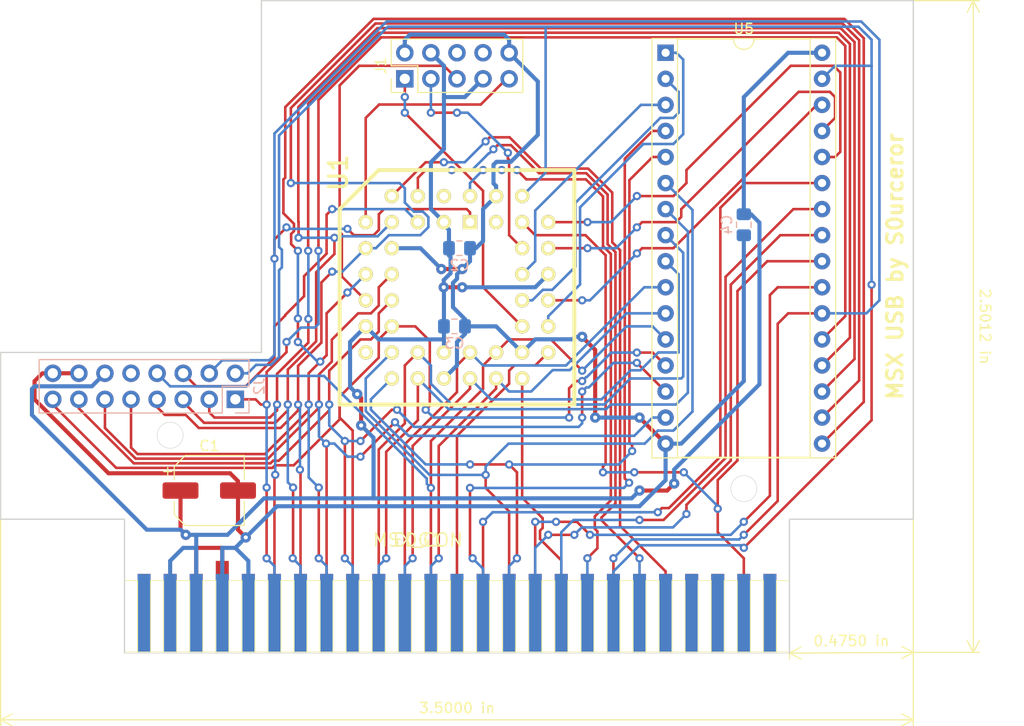
<source format=kicad_pcb>
(kicad_pcb (version 20171130) (host pcbnew "(5.1.5-0-10_14)")

  (general
    (thickness 1.6)
    (drawings 17)
    (tracks 935)
    (zones 0)
    (modules 9)
    (nets 65)
  )

  (page A4)
  (layers
    (0 F.Cu signal)
    (31 B.Cu signal)
    (32 B.Adhes user)
    (33 F.Adhes user)
    (34 B.Paste user)
    (35 F.Paste user)
    (36 B.SilkS user)
    (37 F.SilkS user)
    (38 B.Mask user)
    (39 F.Mask user)
    (40 Dwgs.User user)
    (41 Cmts.User user)
    (42 Eco1.User user)
    (43 Eco2.User user)
    (44 Edge.Cuts user)
    (45 Margin user)
    (46 B.CrtYd user)
    (47 F.CrtYd user)
    (48 B.Fab user)
    (49 F.Fab user)
  )

  (setup
    (last_trace_width 0.25)
    (trace_clearance 0.2)
    (zone_clearance 0.508)
    (zone_45_only no)
    (trace_min 0.2)
    (via_size 0.8)
    (via_drill 0.4)
    (via_min_size 0.4)
    (via_min_drill 0.3)
    (uvia_size 0.3)
    (uvia_drill 0.1)
    (uvias_allowed no)
    (uvia_min_size 0.2)
    (uvia_min_drill 0.1)
    (edge_width 0.05)
    (segment_width 0.2)
    (pcb_text_width 0.3)
    (pcb_text_size 1.5 1.5)
    (mod_edge_width 0.12)
    (mod_text_size 1 1)
    (mod_text_width 0.15)
    (pad_size 1.524 1.524)
    (pad_drill 0.762)
    (pad_to_mask_clearance 0.051)
    (solder_mask_min_width 0.25)
    (aux_axis_origin 0 0)
    (visible_elements FFFFFFFF)
    (pcbplotparams
      (layerselection 0x010fc_ffffffff)
      (usegerberextensions false)
      (usegerberattributes false)
      (usegerberadvancedattributes false)
      (creategerberjobfile false)
      (excludeedgelayer true)
      (linewidth 0.100000)
      (plotframeref false)
      (viasonmask false)
      (mode 1)
      (useauxorigin false)
      (hpglpennumber 1)
      (hpglpenspeed 20)
      (hpglpendiameter 15.000000)
      (psnegative false)
      (psa4output false)
      (plotreference true)
      (plotvalue true)
      (plotinvisibletext false)
      (padsonsilk false)
      (subtractmaskfromsilk false)
      (outputformat 1)
      (mirror false)
      (drillshape 0)
      (scaleselection 1)
      (outputdirectory "gerber/"))
  )

  (net 0 "")
  (net 1 VCC)
  (net 2 GND)
  (net 3 IORQ_)
  (net 4 WR_)
  (net 5 A9)
  (net 6 A11)
  (net 7 A7)
  (net 8 A12)
  (net 9 A1)
  (net 10 A3)
  (net 11 A5)
  (net 12 D1)
  (net 13 D3)
  (net 14 D5)
  (net 15 D7)
  (net 16 D6)
  (net 17 D4)
  (net 18 D2)
  (net 19 D0)
  (net 20 A4)
  (net 21 A2)
  (net 22 A0)
  (net 23 A13)
  (net 24 A8)
  (net 25 A6)
  (net 26 A10)
  (net 27 A15)
  (net 28 RD_)
  (net 29 BUSDIR_)
  (net 30 SLTSL_)
  (net 31 CS_)
  (net 32 "Net-(J2-Pad10)")
  (net 33 "Net-(EDG1-Pad+12V)")
  (net 34 "Net-(EDG1-Pad-12V)")
  (net 35 "Net-(EDG1-Pad/CS1)")
  (net 36 "Net-(EDG1-Pad/CS2)")
  (net 37 "Net-(EDG1-Pad/CS12)")
  (net 38 "Net-(EDG1-Pad/INT)")
  (net 39 "Net-(EDG1-Pad/M1)")
  (net 40 "Net-(EDG1-Pad/MREQ)")
  (net 41 "Net-(EDG1-Pad/RESV1)")
  (net 42 "Net-(EDG1-Pad/RESV2)")
  (net 43 "Net-(EDG1-Pad/RFSH)")
  (net 44 "Net-(EDG1-Pad/WAIT)")
  (net 45 "Net-(EDG1-PadA14)")
  (net 46 "Net-(EDG1-PadCLOCK)")
  (net 47 "Net-(EDG1-PadSOUNDIN)")
  (net 48 "Net-(EDG1-PadSW1)")
  (net 49 TCK)
  (net 50 TDO)
  (net 51 TMS)
  (net 52 "Net-(J1-Pad6)")
  (net 53 "Net-(J1-Pad8)")
  (net 54 TDI)
  (net 55 MA17)
  (net 56 MA18)
  (net 57 MA15)
  (net 58 MA16)
  (net 59 MA14)
  (net 60 MA13)
  (net 61 RESET_)
  (net 62 "Net-(U1-Pad43)")
  (net 63 "Net-(U1-Pad17)")
  (net 64 "Net-(U1-Pad2)")

  (net_class Default "This is the default net class."
    (clearance 0.2)
    (trace_width 0.25)
    (via_dia 0.8)
    (via_drill 0.4)
    (uvia_dia 0.3)
    (uvia_drill 0.1)
    (add_net A0)
    (add_net A1)
    (add_net A10)
    (add_net A11)
    (add_net A12)
    (add_net A13)
    (add_net A15)
    (add_net A2)
    (add_net A3)
    (add_net A4)
    (add_net A5)
    (add_net A6)
    (add_net A7)
    (add_net A8)
    (add_net A9)
    (add_net BUSDIR_)
    (add_net CS_)
    (add_net D0)
    (add_net D1)
    (add_net D2)
    (add_net D3)
    (add_net D4)
    (add_net D5)
    (add_net D6)
    (add_net D7)
    (add_net IORQ_)
    (add_net MA13)
    (add_net MA14)
    (add_net MA15)
    (add_net MA16)
    (add_net MA17)
    (add_net MA18)
    (add_net "Net-(EDG1-Pad+12V)")
    (add_net "Net-(EDG1-Pad-12V)")
    (add_net "Net-(EDG1-Pad/CS1)")
    (add_net "Net-(EDG1-Pad/CS12)")
    (add_net "Net-(EDG1-Pad/CS2)")
    (add_net "Net-(EDG1-Pad/INT)")
    (add_net "Net-(EDG1-Pad/M1)")
    (add_net "Net-(EDG1-Pad/MREQ)")
    (add_net "Net-(EDG1-Pad/RESV1)")
    (add_net "Net-(EDG1-Pad/RESV2)")
    (add_net "Net-(EDG1-Pad/RFSH)")
    (add_net "Net-(EDG1-Pad/WAIT)")
    (add_net "Net-(EDG1-PadA14)")
    (add_net "Net-(EDG1-PadCLOCK)")
    (add_net "Net-(EDG1-PadSOUNDIN)")
    (add_net "Net-(EDG1-PadSW1)")
    (add_net "Net-(J1-Pad6)")
    (add_net "Net-(J1-Pad8)")
    (add_net "Net-(J2-Pad10)")
    (add_net "Net-(U1-Pad17)")
    (add_net "Net-(U1-Pad2)")
    (add_net "Net-(U1-Pad43)")
    (add_net RD_)
    (add_net RESET_)
    (add_net SLTSL_)
    (add_net TCK)
    (add_net TDI)
    (add_net TDO)
    (add_net TMS)
    (add_net WR_)
  )

  (net_class Power ""
    (clearance 0.2)
    (trace_width 0.4)
    (via_dia 1)
    (via_drill 0.4)
    (uvia_dia 0.3)
    (uvia_drill 0.1)
    (add_net GND)
    (add_net VCC)
  )

  (module outline:msx-con-MSXCART (layer F.Cu) (tedit 5E89A7AA) (tstamp 5E89AAD4)
    (at 641.35 -703.326)
    (path /5E82E456)
    (attr smd)
    (fp_text reference EDG1 (at 0 29.718) (layer F.SilkS)
      (effects (font (size 1.27 1.27) (thickness 0.15)))
    )
    (fp_text value MSX_CON (at 0 29.718) (layer F.SilkS)
      (effects (font (size 1.27 1.27) (thickness 0.15)))
    )
    (fp_line (start -26.035 40.64) (end -24.765 40.64) (layer F.SilkS) (width 0.06604))
    (fp_line (start -24.765 40.64) (end -24.765 33.655) (layer F.SilkS) (width 0.06604))
    (fp_line (start -26.035 33.655) (end -24.765 33.655) (layer F.SilkS) (width 0.06604))
    (fp_line (start -26.035 40.64) (end -26.035 33.655) (layer F.SilkS) (width 0.06604))
    (fp_line (start -23.495 40.64) (end -22.225 40.64) (layer F.SilkS) (width 0.06604))
    (fp_line (start -22.225 40.64) (end -22.225 33.655) (layer F.SilkS) (width 0.06604))
    (fp_line (start -23.495 33.655) (end -22.225 33.655) (layer F.SilkS) (width 0.06604))
    (fp_line (start -23.495 40.64) (end -23.495 33.655) (layer F.SilkS) (width 0.06604))
    (fp_line (start -20.955 40.64) (end -19.685 40.64) (layer F.SilkS) (width 0.06604))
    (fp_line (start -19.685 40.64) (end -19.685 33.655) (layer F.SilkS) (width 0.06604))
    (fp_line (start -20.955 33.655) (end -19.685 33.655) (layer F.SilkS) (width 0.06604))
    (fp_line (start -20.955 40.64) (end -20.955 33.655) (layer F.SilkS) (width 0.06604))
    (fp_line (start -18.415 40.64) (end -17.145 40.64) (layer F.SilkS) (width 0.06604))
    (fp_line (start -17.145 40.64) (end -17.145 33.655) (layer F.SilkS) (width 0.06604))
    (fp_line (start -18.415 33.655) (end -17.145 33.655) (layer F.SilkS) (width 0.06604))
    (fp_line (start -18.415 40.64) (end -18.415 33.655) (layer F.SilkS) (width 0.06604))
    (fp_line (start -15.875 40.64) (end -14.605 40.64) (layer F.SilkS) (width 0.06604))
    (fp_line (start -14.605 40.64) (end -14.605 33.655) (layer F.SilkS) (width 0.06604))
    (fp_line (start -15.875 33.655) (end -14.605 33.655) (layer F.SilkS) (width 0.06604))
    (fp_line (start -15.875 40.64) (end -15.875 33.655) (layer F.SilkS) (width 0.06604))
    (fp_line (start -13.335 40.64) (end -12.065 40.64) (layer F.SilkS) (width 0.06604))
    (fp_line (start -12.065 40.64) (end -12.065 33.655) (layer F.SilkS) (width 0.06604))
    (fp_line (start -13.335 33.655) (end -12.065 33.655) (layer F.SilkS) (width 0.06604))
    (fp_line (start -13.335 40.64) (end -13.335 33.655) (layer F.SilkS) (width 0.06604))
    (fp_line (start -10.795 40.64) (end -9.525 40.64) (layer F.SilkS) (width 0.06604))
    (fp_line (start -9.525 40.64) (end -9.525 33.655) (layer F.SilkS) (width 0.06604))
    (fp_line (start -10.795 33.655) (end -9.525 33.655) (layer F.SilkS) (width 0.06604))
    (fp_line (start -10.795 40.64) (end -10.795 33.655) (layer F.SilkS) (width 0.06604))
    (fp_line (start -8.255 40.64) (end -6.985 40.64) (layer F.SilkS) (width 0.06604))
    (fp_line (start -6.985 40.64) (end -6.985 33.655) (layer F.SilkS) (width 0.06604))
    (fp_line (start -8.255 33.655) (end -6.985 33.655) (layer F.SilkS) (width 0.06604))
    (fp_line (start -8.255 40.64) (end -8.255 33.655) (layer F.SilkS) (width 0.06604))
    (fp_line (start -5.715 40.64) (end -4.445 40.64) (layer F.SilkS) (width 0.06604))
    (fp_line (start -4.445 40.64) (end -4.445 33.655) (layer F.SilkS) (width 0.06604))
    (fp_line (start -5.715 33.655) (end -4.445 33.655) (layer F.SilkS) (width 0.06604))
    (fp_line (start -5.715 40.64) (end -5.715 33.655) (layer F.SilkS) (width 0.06604))
    (fp_line (start -3.175 40.64) (end -1.905 40.64) (layer F.SilkS) (width 0.06604))
    (fp_line (start -1.905 40.64) (end -1.905 33.655) (layer F.SilkS) (width 0.06604))
    (fp_line (start -3.175 33.655) (end -1.905 33.655) (layer F.SilkS) (width 0.06604))
    (fp_line (start -3.175 40.64) (end -3.175 33.655) (layer F.SilkS) (width 0.06604))
    (fp_line (start -0.635 40.64) (end 0.635 40.64) (layer F.SilkS) (width 0.06604))
    (fp_line (start 0.635 40.64) (end 0.635 33.655) (layer F.SilkS) (width 0.06604))
    (fp_line (start -0.635 33.655) (end 0.635 33.655) (layer F.SilkS) (width 0.06604))
    (fp_line (start -0.635 40.64) (end -0.635 33.655) (layer F.SilkS) (width 0.06604))
    (fp_line (start 1.905 40.64) (end 3.175 40.64) (layer F.SilkS) (width 0.06604))
    (fp_line (start 3.175 40.64) (end 3.175 33.655) (layer F.SilkS) (width 0.06604))
    (fp_line (start 1.905 33.655) (end 3.175 33.655) (layer F.SilkS) (width 0.06604))
    (fp_line (start 1.905 40.64) (end 1.905 33.655) (layer F.SilkS) (width 0.06604))
    (fp_line (start 4.445 40.64) (end 5.715 40.64) (layer F.SilkS) (width 0.06604))
    (fp_line (start 5.715 40.64) (end 5.715 33.655) (layer F.SilkS) (width 0.06604))
    (fp_line (start 4.445 33.655) (end 5.715 33.655) (layer F.SilkS) (width 0.06604))
    (fp_line (start 4.445 40.64) (end 4.445 33.655) (layer F.SilkS) (width 0.06604))
    (fp_line (start 6.985 40.64) (end 8.255 40.64) (layer F.SilkS) (width 0.06604))
    (fp_line (start 8.255 40.64) (end 8.255 33.655) (layer F.SilkS) (width 0.06604))
    (fp_line (start 6.985 33.655) (end 8.255 33.655) (layer F.SilkS) (width 0.06604))
    (fp_line (start 6.985 40.64) (end 6.985 33.655) (layer F.SilkS) (width 0.06604))
    (fp_line (start 9.525 40.64) (end 10.795 40.64) (layer F.SilkS) (width 0.06604))
    (fp_line (start 10.795 40.64) (end 10.795 33.655) (layer F.SilkS) (width 0.06604))
    (fp_line (start 9.525 33.655) (end 10.795 33.655) (layer F.SilkS) (width 0.06604))
    (fp_line (start 9.525 40.64) (end 9.525 33.655) (layer F.SilkS) (width 0.06604))
    (fp_line (start 12.065 40.64) (end 13.335 40.64) (layer F.SilkS) (width 0.06604))
    (fp_line (start 13.335 40.64) (end 13.335 33.655) (layer F.SilkS) (width 0.06604))
    (fp_line (start 12.065 33.655) (end 13.335 33.655) (layer F.SilkS) (width 0.06604))
    (fp_line (start 12.065 40.64) (end 12.065 33.655) (layer F.SilkS) (width 0.06604))
    (fp_line (start 14.605 40.64) (end 15.875 40.64) (layer F.SilkS) (width 0.06604))
    (fp_line (start 15.875 40.64) (end 15.875 33.655) (layer F.SilkS) (width 0.06604))
    (fp_line (start 14.605 33.655) (end 15.875 33.655) (layer F.SilkS) (width 0.06604))
    (fp_line (start 14.605 40.64) (end 14.605 33.655) (layer F.SilkS) (width 0.06604))
    (fp_line (start 17.145 40.64) (end 18.415 40.64) (layer F.SilkS) (width 0.06604))
    (fp_line (start 18.415 40.64) (end 18.415 33.655) (layer F.SilkS) (width 0.06604))
    (fp_line (start 17.145 33.655) (end 18.415 33.655) (layer F.SilkS) (width 0.06604))
    (fp_line (start 17.145 40.64) (end 17.145 33.655) (layer F.SilkS) (width 0.06604))
    (fp_line (start 19.685 40.64) (end 20.955 40.64) (layer F.SilkS) (width 0.06604))
    (fp_line (start 20.955 40.64) (end 20.955 33.655) (layer F.SilkS) (width 0.06604))
    (fp_line (start 19.685 33.655) (end 20.955 33.655) (layer F.SilkS) (width 0.06604))
    (fp_line (start 19.685 40.64) (end 19.685 33.655) (layer F.SilkS) (width 0.06604))
    (fp_line (start 22.225 40.64) (end 23.495 40.64) (layer F.SilkS) (width 0.06604))
    (fp_line (start 23.495 40.64) (end 23.495 33.655) (layer F.SilkS) (width 0.06604))
    (fp_line (start 22.225 33.655) (end 23.495 33.655) (layer F.SilkS) (width 0.06604))
    (fp_line (start 22.225 40.64) (end 22.225 33.655) (layer F.SilkS) (width 0.06604))
    (fp_line (start 24.765 40.64) (end 26.035 40.64) (layer F.SilkS) (width 0.06604))
    (fp_line (start 26.035 40.64) (end 26.035 33.655) (layer F.SilkS) (width 0.06604))
    (fp_line (start 24.765 33.655) (end 26.035 33.655) (layer F.SilkS) (width 0.06604))
    (fp_line (start 24.765 40.64) (end 24.765 33.655) (layer F.SilkS) (width 0.06604))
    (fp_line (start 27.305 40.64) (end 28.575 40.64) (layer F.SilkS) (width 0.06604))
    (fp_line (start 28.575 40.64) (end 28.575 33.655) (layer F.SilkS) (width 0.06604))
    (fp_line (start 27.305 33.655) (end 28.575 33.655) (layer F.SilkS) (width 0.06604))
    (fp_line (start 27.305 40.64) (end 27.305 33.655) (layer F.SilkS) (width 0.06604))
    (fp_line (start 29.845 40.64) (end 31.115 40.64) (layer F.SilkS) (width 0.06604))
    (fp_line (start 31.115 40.64) (end 31.115 33.655) (layer F.SilkS) (width 0.06604))
    (fp_line (start 29.845 33.655) (end 31.115 33.655) (layer F.SilkS) (width 0.06604))
    (fp_line (start 29.845 40.64) (end 29.845 33.655) (layer F.SilkS) (width 0.06604))
    (fp_line (start 32.385 40.64) (end 33.655 40.64) (layer F.SilkS) (width 0.06604))
    (fp_line (start 33.655 40.64) (end 33.655 33.655) (layer F.SilkS) (width 0.06604))
    (fp_line (start 32.385 33.655) (end 33.655 33.655) (layer F.SilkS) (width 0.06604))
    (fp_line (start 32.385 40.64) (end 32.385 33.655) (layer F.SilkS) (width 0.06604))
    (fp_line (start 34.925 40.64) (end 36.195 40.64) (layer F.SilkS) (width 0.06604))
    (fp_line (start 36.195 40.64) (end 36.195 33.655) (layer F.SilkS) (width 0.06604))
    (fp_line (start 34.925 33.655) (end 36.195 33.655) (layer F.SilkS) (width 0.06604))
    (fp_line (start 34.925 40.64) (end 34.925 33.655) (layer F.SilkS) (width 0.06604))
    (fp_line (start -28.575 40.64) (end -27.305 40.64) (layer F.SilkS) (width 0.06604))
    (fp_line (start -27.305 40.64) (end -27.305 33.655) (layer F.SilkS) (width 0.06604))
    (fp_line (start -28.575 33.655) (end -27.305 33.655) (layer F.SilkS) (width 0.06604))
    (fp_line (start -28.575 40.64) (end -28.575 33.655) (layer F.SilkS) (width 0.06604))
    (fp_line (start -28.575 40.64) (end -27.305 40.64) (layer F.SilkS) (width 0.06604))
    (fp_line (start -27.305 40.64) (end -27.305 33.655) (layer F.SilkS) (width 0.06604))
    (fp_line (start -28.575 33.655) (end -27.305 33.655) (layer F.SilkS) (width 0.06604))
    (fp_line (start -28.575 40.64) (end -28.575 33.655) (layer F.SilkS) (width 0.06604))
    (fp_line (start -26.035 40.64) (end -24.765 40.64) (layer F.SilkS) (width 0.06604))
    (fp_line (start -24.765 40.64) (end -24.765 33.655) (layer F.SilkS) (width 0.06604))
    (fp_line (start -26.035 33.655) (end -24.765 33.655) (layer F.SilkS) (width 0.06604))
    (fp_line (start -26.035 40.64) (end -26.035 33.655) (layer F.SilkS) (width 0.06604))
    (fp_line (start -23.495 40.64) (end -22.225 40.64) (layer F.SilkS) (width 0.06604))
    (fp_line (start -22.225 40.64) (end -22.225 33.655) (layer F.SilkS) (width 0.06604))
    (fp_line (start -23.495 33.655) (end -22.225 33.655) (layer F.SilkS) (width 0.06604))
    (fp_line (start -23.495 40.64) (end -23.495 33.655) (layer F.SilkS) (width 0.06604))
    (fp_line (start -20.955 40.64) (end -19.685 40.64) (layer F.SilkS) (width 0.06604))
    (fp_line (start -19.685 40.64) (end -19.685 33.655) (layer F.SilkS) (width 0.06604))
    (fp_line (start -20.955 33.655) (end -19.685 33.655) (layer F.SilkS) (width 0.06604))
    (fp_line (start -20.955 40.64) (end -20.955 33.655) (layer F.SilkS) (width 0.06604))
    (fp_line (start -18.415 40.64) (end -17.145 40.64) (layer F.SilkS) (width 0.06604))
    (fp_line (start -17.145 40.64) (end -17.145 33.655) (layer F.SilkS) (width 0.06604))
    (fp_line (start -18.415 33.655) (end -17.145 33.655) (layer F.SilkS) (width 0.06604))
    (fp_line (start -18.415 40.64) (end -18.415 33.655) (layer F.SilkS) (width 0.06604))
    (fp_line (start -15.875 40.64) (end -14.605 40.64) (layer F.SilkS) (width 0.06604))
    (fp_line (start -14.605 40.64) (end -14.605 33.655) (layer F.SilkS) (width 0.06604))
    (fp_line (start -15.875 33.655) (end -14.605 33.655) (layer F.SilkS) (width 0.06604))
    (fp_line (start -15.875 40.64) (end -15.875 33.655) (layer F.SilkS) (width 0.06604))
    (fp_line (start -13.335 40.64) (end -12.065 40.64) (layer F.SilkS) (width 0.06604))
    (fp_line (start -12.065 40.64) (end -12.065 33.655) (layer F.SilkS) (width 0.06604))
    (fp_line (start -13.335 33.655) (end -12.065 33.655) (layer F.SilkS) (width 0.06604))
    (fp_line (start -13.335 40.64) (end -13.335 33.655) (layer F.SilkS) (width 0.06604))
    (fp_line (start -10.795 40.64) (end -9.525 40.64) (layer F.SilkS) (width 0.06604))
    (fp_line (start -9.525 40.64) (end -9.525 33.655) (layer F.SilkS) (width 0.06604))
    (fp_line (start -10.795 33.655) (end -9.525 33.655) (layer F.SilkS) (width 0.06604))
    (fp_line (start -10.795 40.64) (end -10.795 33.655) (layer F.SilkS) (width 0.06604))
    (fp_line (start -8.255 40.64) (end -6.985 40.64) (layer F.SilkS) (width 0.06604))
    (fp_line (start -6.985 40.64) (end -6.985 33.655) (layer F.SilkS) (width 0.06604))
    (fp_line (start -8.255 33.655) (end -6.985 33.655) (layer F.SilkS) (width 0.06604))
    (fp_line (start -8.255 40.64) (end -8.255 33.655) (layer F.SilkS) (width 0.06604))
    (fp_line (start -5.715 40.64) (end -4.445 40.64) (layer F.SilkS) (width 0.06604))
    (fp_line (start -4.445 40.64) (end -4.445 33.655) (layer F.SilkS) (width 0.06604))
    (fp_line (start -5.715 33.655) (end -4.445 33.655) (layer F.SilkS) (width 0.06604))
    (fp_line (start -5.715 40.64) (end -5.715 33.655) (layer F.SilkS) (width 0.06604))
    (fp_line (start -3.175 40.64) (end -1.905 40.64) (layer F.SilkS) (width 0.06604))
    (fp_line (start -1.905 40.64) (end -1.905 33.655) (layer F.SilkS) (width 0.06604))
    (fp_line (start -3.175 33.655) (end -1.905 33.655) (layer F.SilkS) (width 0.06604))
    (fp_line (start -3.175 40.64) (end -3.175 33.655) (layer F.SilkS) (width 0.06604))
    (fp_line (start -0.635 40.64) (end 0.635 40.64) (layer F.SilkS) (width 0.06604))
    (fp_line (start 0.635 40.64) (end 0.635 33.655) (layer F.SilkS) (width 0.06604))
    (fp_line (start -0.635 33.655) (end 0.635 33.655) (layer F.SilkS) (width 0.06604))
    (fp_line (start -0.635 40.64) (end -0.635 33.655) (layer F.SilkS) (width 0.06604))
    (fp_line (start 1.905 40.64) (end 3.175 40.64) (layer F.SilkS) (width 0.06604))
    (fp_line (start 3.175 40.64) (end 3.175 33.655) (layer F.SilkS) (width 0.06604))
    (fp_line (start 1.905 33.655) (end 3.175 33.655) (layer F.SilkS) (width 0.06604))
    (fp_line (start 1.905 40.64) (end 1.905 33.655) (layer F.SilkS) (width 0.06604))
    (fp_line (start 4.445 40.64) (end 5.715 40.64) (layer F.SilkS) (width 0.06604))
    (fp_line (start 5.715 40.64) (end 5.715 33.655) (layer F.SilkS) (width 0.06604))
    (fp_line (start 4.445 33.655) (end 5.715 33.655) (layer F.SilkS) (width 0.06604))
    (fp_line (start 4.445 40.64) (end 4.445 33.655) (layer F.SilkS) (width 0.06604))
    (fp_line (start 6.985 40.64) (end 8.255 40.64) (layer F.SilkS) (width 0.06604))
    (fp_line (start 8.255 40.64) (end 8.255 33.655) (layer F.SilkS) (width 0.06604))
    (fp_line (start 6.985 33.655) (end 8.255 33.655) (layer F.SilkS) (width 0.06604))
    (fp_line (start 6.985 40.64) (end 6.985 33.655) (layer F.SilkS) (width 0.06604))
    (fp_line (start 9.525 40.64) (end 10.795 40.64) (layer F.SilkS) (width 0.06604))
    (fp_line (start 10.795 40.64) (end 10.795 33.655) (layer F.SilkS) (width 0.06604))
    (fp_line (start 9.525 33.655) (end 10.795 33.655) (layer F.SilkS) (width 0.06604))
    (fp_line (start 9.525 40.64) (end 9.525 33.655) (layer F.SilkS) (width 0.06604))
    (fp_line (start 12.065 40.64) (end 13.335 40.64) (layer F.SilkS) (width 0.06604))
    (fp_line (start 13.335 40.64) (end 13.335 33.655) (layer F.SilkS) (width 0.06604))
    (fp_line (start 12.065 33.655) (end 13.335 33.655) (layer F.SilkS) (width 0.06604))
    (fp_line (start 12.065 40.64) (end 12.065 33.655) (layer F.SilkS) (width 0.06604))
    (fp_line (start 14.605 40.64) (end 15.875 40.64) (layer F.SilkS) (width 0.06604))
    (fp_line (start 15.875 40.64) (end 15.875 33.655) (layer F.SilkS) (width 0.06604))
    (fp_line (start 14.605 33.655) (end 15.875 33.655) (layer F.SilkS) (width 0.06604))
    (fp_line (start 14.605 40.64) (end 14.605 33.655) (layer F.SilkS) (width 0.06604))
    (fp_line (start 17.145 40.64) (end 18.415 40.64) (layer F.SilkS) (width 0.06604))
    (fp_line (start 18.415 40.64) (end 18.415 33.655) (layer F.SilkS) (width 0.06604))
    (fp_line (start 17.145 33.655) (end 18.415 33.655) (layer F.SilkS) (width 0.06604))
    (fp_line (start 17.145 40.64) (end 17.145 33.655) (layer F.SilkS) (width 0.06604))
    (fp_line (start 19.685 40.64) (end 20.955 40.64) (layer F.SilkS) (width 0.06604))
    (fp_line (start 20.955 40.64) (end 20.955 33.655) (layer F.SilkS) (width 0.06604))
    (fp_line (start 19.685 33.655) (end 20.955 33.655) (layer F.SilkS) (width 0.06604))
    (fp_line (start 19.685 40.64) (end 19.685 33.655) (layer F.SilkS) (width 0.06604))
    (fp_line (start 22.225 40.64) (end 23.495 40.64) (layer F.SilkS) (width 0.06604))
    (fp_line (start 23.495 40.64) (end 23.495 33.655) (layer F.SilkS) (width 0.06604))
    (fp_line (start 22.225 33.655) (end 23.495 33.655) (layer F.SilkS) (width 0.06604))
    (fp_line (start 22.225 40.64) (end 22.225 33.655) (layer F.SilkS) (width 0.06604))
    (fp_line (start 24.765 40.64) (end 26.035 40.64) (layer F.SilkS) (width 0.06604))
    (fp_line (start 26.035 40.64) (end 26.035 33.655) (layer F.SilkS) (width 0.06604))
    (fp_line (start 24.765 33.655) (end 26.035 33.655) (layer F.SilkS) (width 0.06604))
    (fp_line (start 24.765 40.64) (end 24.765 33.655) (layer F.SilkS) (width 0.06604))
    (fp_line (start 27.305 40.64) (end 28.575 40.64) (layer F.SilkS) (width 0.06604))
    (fp_line (start 28.575 40.64) (end 28.575 33.655) (layer F.SilkS) (width 0.06604))
    (fp_line (start 27.305 33.655) (end 28.575 33.655) (layer F.SilkS) (width 0.06604))
    (fp_line (start 27.305 40.64) (end 27.305 33.655) (layer F.SilkS) (width 0.06604))
    (fp_line (start 29.845 40.64) (end 31.115 40.64) (layer F.SilkS) (width 0.06604))
    (fp_line (start 31.115 40.64) (end 31.115 33.655) (layer F.SilkS) (width 0.06604))
    (fp_line (start 29.845 33.655) (end 31.115 33.655) (layer F.SilkS) (width 0.06604))
    (fp_line (start 29.845 40.64) (end 29.845 33.655) (layer F.SilkS) (width 0.06604))
    (fp_line (start 32.385 40.64) (end 33.655 40.64) (layer F.SilkS) (width 0.06604))
    (fp_line (start 33.655 40.64) (end 33.655 33.655) (layer F.SilkS) (width 0.06604))
    (fp_line (start 32.385 33.655) (end 33.655 33.655) (layer F.SilkS) (width 0.06604))
    (fp_line (start 32.385 40.64) (end 32.385 33.655) (layer F.SilkS) (width 0.06604))
    (fp_line (start 34.925 40.64) (end 36.195 40.64) (layer F.SilkS) (width 0.06604))
    (fp_line (start 36.195 40.64) (end 36.195 33.655) (layer F.SilkS) (width 0.06604))
    (fp_line (start 34.925 33.655) (end 36.195 33.655) (layer F.SilkS) (width 0.06604))
    (fp_line (start 34.925 40.64) (end 34.925 33.655) (layer F.SilkS) (width 0.06604))
    (fp_line (start -28.575 40.64) (end 36.195 40.64) (layer F.SilkS) (width 0.1))
    (pad +5V1 smd rect (at -24.13 36.83) (size 1.27 7.62) (layers B.Cu B.Mask)
      (net 1 VCC))
    (pad +5V2 smd rect (at -21.59 36.83) (size 1.27 7.62) (layers B.Cu B.Mask)
      (net 1 VCC))
    (pad +12V smd rect (at -24.13 36.83) (size 1.27 7.62) (layers F.Cu F.Paste F.Mask)
      (net 33 "Net-(EDG1-Pad+12V)"))
    (pad -12V smd rect (at -26.67 36.83) (size 1.27 7.62) (layers F.Cu F.Paste F.Mask)
      (net 34 "Net-(EDG1-Pad-12V)"))
    (pad /BUSDIR smd rect (at 24.13 36.83) (size 1.27 7.62) (layers F.Cu F.Paste F.Mask)
      (net 29 BUSDIR_))
    (pad /CS1 smd rect (at 34.29 36.83) (size 1.27 7.62) (layers B.Cu B.Mask)
      (net 35 "Net-(EDG1-Pad/CS1)"))
    (pad /CS2 smd rect (at 34.29 36.83) (size 1.27 7.62) (layers F.Cu F.Paste F.Mask)
      (net 36 "Net-(EDG1-Pad/CS2)"))
    (pad /CS12 smd rect (at 31.75 36.83) (size 1.27 7.62) (layers B.Cu B.Mask)
      (net 37 "Net-(EDG1-Pad/CS12)"))
    (pad /INT smd rect (at 26.67 36.83) (size 1.27 7.62) (layers F.Cu F.Paste F.Mask)
      (net 38 "Net-(EDG1-Pad/INT)"))
    (pad /IORQ smd rect (at 21.59 36.83) (size 1.27 7.62) (layers B.Cu B.Mask)
      (net 3 IORQ_))
    (pad /M1 smd rect (at 24.13 36.83) (size 1.27 7.62) (layers B.Cu B.Mask)
      (net 39 "Net-(EDG1-Pad/M1)"))
    (pad /MREQ smd rect (at 21.59 36.83) (size 1.27 7.62) (layers F.Cu F.Paste F.Mask)
      (net 40 "Net-(EDG1-Pad/MREQ)"))
    (pad /RD smd rect (at 19.05 36.83) (size 1.27 7.62) (layers F.Cu F.Paste F.Mask)
      (net 28 RD_))
    (pad /RESET smd rect (at 16.51 36.83) (size 1.27 7.62) (layers B.Cu B.Mask)
      (net 61 RESET_))
    (pad /RESV1 smd rect (at 16.51 36.83) (size 1.27 7.62) (layers F.Cu F.Paste F.Mask)
      (net 41 "Net-(EDG1-Pad/RESV1)"))
    (pad /RESV2 smd rect (at 29.21 36.83) (size 1.27 7.62) (layers B.Cu B.Mask)
      (net 42 "Net-(EDG1-Pad/RESV2)"))
    (pad /RFSH smd rect (at 29.21 36.83) (size 1.27 7.62) (layers F.Cu F.Paste F.Mask)
      (net 43 "Net-(EDG1-Pad/RFSH)"))
    (pad /SLTSL smd rect (at 31.75 36.83) (size 1.27 7.62) (layers F.Cu F.Paste F.Mask)
      (net 30 SLTSL_))
    (pad /WAIT smd rect (at 26.67 36.83) (size 1.27 7.62) (layers B.Cu B.Mask)
      (net 44 "Net-(EDG1-Pad/WAIT)"))
    (pad /WR smd rect (at 19.05 36.83) (size 1.27 7.62) (layers B.Cu B.Mask)
      (net 4 WR_))
    (pad A0 smd rect (at 1.27 36.83) (size 1.27 7.62) (layers F.Cu F.Paste F.Mask)
      (net 22 A0))
    (pad A1 smd rect (at 1.27 36.83) (size 1.27 7.62) (layers B.Cu B.Mask)
      (net 9 A1))
    (pad A2 smd rect (at -1.27 36.83) (size 1.27 7.62) (layers F.Cu F.Paste F.Mask)
      (net 21 A2))
    (pad A3 smd rect (at -1.27 36.83) (size 1.27 7.62) (layers B.Cu B.Mask)
      (net 10 A3))
    (pad A4 smd rect (at -3.81 36.83) (size 1.27 7.62) (layers F.Cu F.Paste F.Mask)
      (net 20 A4))
    (pad A5 smd rect (at -3.81 36.83) (size 1.27 7.62) (layers B.Cu B.Mask)
      (net 11 A5))
    (pad A6 smd rect (at 8.89 36.83) (size 1.27 7.62) (layers F.Cu F.Paste F.Mask)
      (net 25 A6))
    (pad A7 smd rect (at 8.89 36.83) (size 1.27 7.62) (layers B.Cu B.Mask)
      (net 7 A7))
    (pad A8 smd rect (at 6.35 36.83) (size 1.27 7.62) (layers F.Cu F.Paste F.Mask)
      (net 24 A8))
    (pad A9 smd rect (at 13.97 36.83) (size 1.27 7.62) (layers B.Cu B.Mask)
      (net 5 A9))
    (pad A10 smd rect (at 11.43 36.83) (size 1.27 7.62) (layers F.Cu F.Paste F.Mask)
      (net 26 A10))
    (pad A11 smd rect (at 11.43 36.83) (size 1.27 7.62) (layers B.Cu B.Mask)
      (net 6 A11))
    (pad A12 smd rect (at 6.35 36.83) (size 1.27 7.62) (layers B.Cu B.Mask)
      (net 8 A12))
    (pad A13 smd rect (at 3.81 36.83) (size 1.27 7.62) (layers F.Cu F.Paste F.Mask)
      (net 23 A13))
    (pad A14 smd rect (at 3.81 36.83) (size 1.27 7.62) (layers B.Cu B.Mask)
      (net 45 "Net-(EDG1-PadA14)"))
    (pad A15 smd rect (at 13.97 36.83) (size 1.27 7.62) (layers F.Cu F.Paste F.Mask)
      (net 27 A15))
    (pad CLOCK smd rect (at -16.51 36.83) (size 1.27 7.62) (layers F.Cu F.Paste F.Mask)
      (net 46 "Net-(EDG1-PadCLOCK)"))
    (pad D0 smd rect (at -6.35 36.83) (size 1.27 7.62) (layers F.Cu F.Paste F.Mask)
      (net 19 D0))
    (pad D1 smd rect (at -6.35 36.83) (size 1.27 7.62) (layers B.Cu B.Mask)
      (net 12 D1))
    (pad D2 smd rect (at -8.89 36.83) (size 1.27 7.62) (layers F.Cu F.Paste F.Mask)
      (net 18 D2))
    (pad D3 smd rect (at -8.89 36.83) (size 1.27 7.62) (layers B.Cu B.Mask)
      (net 13 D3))
    (pad D4 smd rect (at -11.43 36.83) (size 1.27 7.62) (layers F.Cu F.Paste F.Mask)
      (net 17 D4))
    (pad D5 smd rect (at -11.43 36.83) (size 1.27 7.62) (layers B.Cu B.Mask)
      (net 14 D5))
    (pad D6 smd rect (at -13.97 36.83) (size 1.27 7.62) (layers F.Cu F.Paste F.Mask)
      (net 16 D6))
    (pad D7 smd rect (at -13.97 36.83) (size 1.27 7.62) (layers B.Cu B.Mask)
      (net 15 D7))
    (pad GND1 smd rect (at -19.05 36.83) (size 1.27 7.62) (layers B.Cu B.Mask)
      (net 2 GND))
    (pad GND2 smd rect (at -16.51 36.83) (size 1.27 7.62) (layers B.Cu B.Mask)
      (net 2 GND))
    (pad SOUNDIN smd rect (at -26.67 36.83) (size 1.27 7.62) (layers B.Cu B.Mask)
      (net 47 "Net-(EDG1-PadSOUNDIN)"))
    (pad SW1 smd rect (at -19.05 35.56) (size 1.27 7.62) (layers F.Cu F.Paste F.Mask)
      (net 48 "Net-(EDG1-PadSW1)"))
    (pad SW2 smd rect (at -21.59 36.83) (size 1.27 7.62) (layers F.Cu F.Paste F.Mask)
      (net 48 "Net-(EDG1-PadSW1)"))
  )

  (module Connector_PinHeader_2.54mm:PinHeader_2x08_P2.54mm_Vertical (layer B.Cu) (tedit 59FED5CC) (tstamp 5E89A90D)
    (at 623.57 -687.324 90)
    (descr "Through hole straight pin header, 2x08, 2.54mm pitch, double rows")
    (tags "Through hole pin header THT 2x08 2.54mm double row")
    (path /5D243AE7)
    (fp_text reference J2 (at 1.27 2.33 270) (layer B.SilkS)
      (effects (font (size 1 1) (thickness 0.15)) (justify mirror))
    )
    (fp_text value CH376 (at 1.27 -20.11 270) (layer B.Fab)
      (effects (font (size 1 1) (thickness 0.15)) (justify mirror))
    )
    (fp_line (start 0 1.27) (end 3.81 1.27) (layer B.Fab) (width 0.1))
    (fp_line (start 3.81 1.27) (end 3.81 -19.05) (layer B.Fab) (width 0.1))
    (fp_line (start 3.81 -19.05) (end -1.27 -19.05) (layer B.Fab) (width 0.1))
    (fp_line (start -1.27 -19.05) (end -1.27 0) (layer B.Fab) (width 0.1))
    (fp_line (start -1.27 0) (end 0 1.27) (layer B.Fab) (width 0.1))
    (fp_line (start -1.33 -19.11) (end 3.87 -19.11) (layer B.SilkS) (width 0.12))
    (fp_line (start -1.33 -1.27) (end -1.33 -19.11) (layer B.SilkS) (width 0.12))
    (fp_line (start 3.87 1.33) (end 3.87 -19.11) (layer B.SilkS) (width 0.12))
    (fp_line (start -1.33 -1.27) (end 1.27 -1.27) (layer B.SilkS) (width 0.12))
    (fp_line (start 1.27 -1.27) (end 1.27 1.33) (layer B.SilkS) (width 0.12))
    (fp_line (start 1.27 1.33) (end 3.87 1.33) (layer B.SilkS) (width 0.12))
    (fp_line (start -1.33 0) (end -1.33 1.33) (layer B.SilkS) (width 0.12))
    (fp_line (start -1.33 1.33) (end 0 1.33) (layer B.SilkS) (width 0.12))
    (fp_line (start -1.8 1.8) (end -1.8 -19.55) (layer B.CrtYd) (width 0.05))
    (fp_line (start -1.8 -19.55) (end 4.35 -19.55) (layer B.CrtYd) (width 0.05))
    (fp_line (start 4.35 -19.55) (end 4.35 1.8) (layer B.CrtYd) (width 0.05))
    (fp_line (start 4.35 1.8) (end -1.8 1.8) (layer B.CrtYd) (width 0.05))
    (fp_text user %R (at 1.27 -8.89) (layer B.Fab)
      (effects (font (size 1 1) (thickness 0.15)) (justify mirror))
    )
    (pad 1 thru_hole rect (at 0 0 90) (size 1.7 1.7) (drill 1) (layers *.Cu *.Mask)
      (net 15 D7))
    (pad 2 thru_hole oval (at 2.54 0 90) (size 1.7 1.7) (drill 1) (layers *.Cu *.Mask)
      (net 4 WR_))
    (pad 3 thru_hole oval (at 0 -2.54 90) (size 1.7 1.7) (drill 1) (layers *.Cu *.Mask)
      (net 16 D6))
    (pad 4 thru_hole oval (at 2.54 -2.54 90) (size 1.7 1.7) (drill 1) (layers *.Cu *.Mask)
      (net 28 RD_))
    (pad 5 thru_hole oval (at 0 -5.08 90) (size 1.7 1.7) (drill 1) (layers *.Cu *.Mask)
      (net 14 D5))
    (pad 6 thru_hole oval (at 2.54 -5.08 90) (size 1.7 1.7) (drill 1) (layers *.Cu *.Mask)
      (net 31 CS_))
    (pad 7 thru_hole oval (at 0 -7.62 90) (size 1.7 1.7) (drill 1) (layers *.Cu *.Mask)
      (net 17 D4))
    (pad 8 thru_hole oval (at 2.54 -7.62 90) (size 1.7 1.7) (drill 1) (layers *.Cu *.Mask)
      (net 22 A0))
    (pad 9 thru_hole oval (at 0 -10.16 90) (size 1.7 1.7) (drill 1) (layers *.Cu *.Mask)
      (net 13 D3))
    (pad 10 thru_hole oval (at 2.54 -10.16 90) (size 1.7 1.7) (drill 1) (layers *.Cu *.Mask)
      (net 32 "Net-(J2-Pad10)"))
    (pad 11 thru_hole oval (at 0 -12.7 90) (size 1.7 1.7) (drill 1) (layers *.Cu *.Mask)
      (net 18 D2))
    (pad 12 thru_hole oval (at 2.54 -12.7 90) (size 1.7 1.7) (drill 1) (layers *.Cu *.Mask)
      (net 1 VCC))
    (pad 13 thru_hole oval (at 0 -15.24 90) (size 1.7 1.7) (drill 1) (layers *.Cu *.Mask)
      (net 12 D1))
    (pad 14 thru_hole oval (at 2.54 -15.24 90) (size 1.7 1.7) (drill 1) (layers *.Cu *.Mask)
      (net 2 GND))
    (pad 15 thru_hole oval (at 0 -17.78 90) (size 1.7 1.7) (drill 1) (layers *.Cu *.Mask)
      (net 19 D0))
    (pad 16 thru_hole oval (at 2.54 -17.78 90) (size 1.7 1.7) (drill 1) (layers *.Cu *.Mask)
      (net 2 GND))
    (model ${KISYS3DMOD}/Connector_PinHeader_2.54mm.3dshapes/PinHeader_2x08_P2.54mm_Vertical.wrl
      (at (xyz 0 0 0))
      (scale (xyz 1 1 1))
      (rotate (xyz 0 0 0))
    )
  )

  (module Package_DIP:DIP-32_W15.24mm_Socket (layer F.Cu) (tedit 5A02E8C5) (tstamp 5E8B4309)
    (at 665.48 -721.106)
    (descr "32-lead though-hole mounted DIP package, row spacing 15.24 mm (600 mils), Socket")
    (tags "THT DIP DIL PDIP 2.54mm 15.24mm 600mil Socket")
    (path /5DB86845)
    (fp_text reference U5 (at 7.62 -2.33) (layer F.SilkS)
      (effects (font (size 1 1) (thickness 0.15)))
    )
    (fp_text value SST39SF040 (at 7.62 40.43) (layer F.Fab)
      (effects (font (size 1 1) (thickness 0.15)))
    )
    (fp_arc (start 7.62 -1.33) (end 6.62 -1.33) (angle -180) (layer F.SilkS) (width 0.12))
    (fp_line (start 1.255 -1.27) (end 14.985 -1.27) (layer F.Fab) (width 0.1))
    (fp_line (start 14.985 -1.27) (end 14.985 39.37) (layer F.Fab) (width 0.1))
    (fp_line (start 14.985 39.37) (end 0.255 39.37) (layer F.Fab) (width 0.1))
    (fp_line (start 0.255 39.37) (end 0.255 -0.27) (layer F.Fab) (width 0.1))
    (fp_line (start 0.255 -0.27) (end 1.255 -1.27) (layer F.Fab) (width 0.1))
    (fp_line (start -1.27 -1.33) (end -1.27 39.43) (layer F.Fab) (width 0.1))
    (fp_line (start -1.27 39.43) (end 16.51 39.43) (layer F.Fab) (width 0.1))
    (fp_line (start 16.51 39.43) (end 16.51 -1.33) (layer F.Fab) (width 0.1))
    (fp_line (start 16.51 -1.33) (end -1.27 -1.33) (layer F.Fab) (width 0.1))
    (fp_line (start 6.62 -1.33) (end 1.16 -1.33) (layer F.SilkS) (width 0.12))
    (fp_line (start 1.16 -1.33) (end 1.16 39.43) (layer F.SilkS) (width 0.12))
    (fp_line (start 1.16 39.43) (end 14.08 39.43) (layer F.SilkS) (width 0.12))
    (fp_line (start 14.08 39.43) (end 14.08 -1.33) (layer F.SilkS) (width 0.12))
    (fp_line (start 14.08 -1.33) (end 8.62 -1.33) (layer F.SilkS) (width 0.12))
    (fp_line (start -1.33 -1.39) (end -1.33 39.49) (layer F.SilkS) (width 0.12))
    (fp_line (start -1.33 39.49) (end 16.57 39.49) (layer F.SilkS) (width 0.12))
    (fp_line (start 16.57 39.49) (end 16.57 -1.39) (layer F.SilkS) (width 0.12))
    (fp_line (start 16.57 -1.39) (end -1.33 -1.39) (layer F.SilkS) (width 0.12))
    (fp_line (start -1.55 -1.6) (end -1.55 39.7) (layer F.CrtYd) (width 0.05))
    (fp_line (start -1.55 39.7) (end 16.8 39.7) (layer F.CrtYd) (width 0.05))
    (fp_line (start 16.8 39.7) (end 16.8 -1.6) (layer F.CrtYd) (width 0.05))
    (fp_line (start 16.8 -1.6) (end -1.55 -1.6) (layer F.CrtYd) (width 0.05))
    (fp_text user %R (at 7.62 19.05) (layer F.Fab)
      (effects (font (size 1 1) (thickness 0.15)))
    )
    (pad 1 thru_hole rect (at 0 0) (size 1.6 1.6) (drill 0.8) (layers *.Cu *.Mask)
      (net 56 MA18))
    (pad 17 thru_hole oval (at 15.24 38.1) (size 1.6 1.6) (drill 0.8) (layers *.Cu *.Mask)
      (net 13 D3))
    (pad 2 thru_hole oval (at 0 2.54) (size 1.6 1.6) (drill 0.8) (layers *.Cu *.Mask)
      (net 58 MA16))
    (pad 18 thru_hole oval (at 15.24 35.56) (size 1.6 1.6) (drill 0.8) (layers *.Cu *.Mask)
      (net 17 D4))
    (pad 3 thru_hole oval (at 0 5.08) (size 1.6 1.6) (drill 0.8) (layers *.Cu *.Mask)
      (net 57 MA15))
    (pad 19 thru_hole oval (at 15.24 33.02) (size 1.6 1.6) (drill 0.8) (layers *.Cu *.Mask)
      (net 14 D5))
    (pad 4 thru_hole oval (at 0 7.62) (size 1.6 1.6) (drill 0.8) (layers *.Cu *.Mask)
      (net 8 A12))
    (pad 20 thru_hole oval (at 15.24 30.48) (size 1.6 1.6) (drill 0.8) (layers *.Cu *.Mask)
      (net 16 D6))
    (pad 5 thru_hole oval (at 0 10.16) (size 1.6 1.6) (drill 0.8) (layers *.Cu *.Mask)
      (net 7 A7))
    (pad 21 thru_hole oval (at 15.24 27.94) (size 1.6 1.6) (drill 0.8) (layers *.Cu *.Mask)
      (net 15 D7))
    (pad 6 thru_hole oval (at 0 12.7) (size 1.6 1.6) (drill 0.8) (layers *.Cu *.Mask)
      (net 25 A6))
    (pad 22 thru_hole oval (at 15.24 25.4) (size 1.6 1.6) (drill 0.8) (layers *.Cu *.Mask)
      (net 28 RD_))
    (pad 7 thru_hole oval (at 0 15.24) (size 1.6 1.6) (drill 0.8) (layers *.Cu *.Mask)
      (net 11 A5))
    (pad 23 thru_hole oval (at 15.24 22.86) (size 1.6 1.6) (drill 0.8) (layers *.Cu *.Mask)
      (net 26 A10))
    (pad 8 thru_hole oval (at 0 17.78) (size 1.6 1.6) (drill 0.8) (layers *.Cu *.Mask)
      (net 20 A4))
    (pad 24 thru_hole oval (at 15.24 20.32) (size 1.6 1.6) (drill 0.8) (layers *.Cu *.Mask)
      (net 30 SLTSL_))
    (pad 9 thru_hole oval (at 0 20.32) (size 1.6 1.6) (drill 0.8) (layers *.Cu *.Mask)
      (net 10 A3))
    (pad 25 thru_hole oval (at 15.24 17.78) (size 1.6 1.6) (drill 0.8) (layers *.Cu *.Mask)
      (net 6 A11))
    (pad 10 thru_hole oval (at 0 22.86) (size 1.6 1.6) (drill 0.8) (layers *.Cu *.Mask)
      (net 21 A2))
    (pad 26 thru_hole oval (at 15.24 15.24) (size 1.6 1.6) (drill 0.8) (layers *.Cu *.Mask)
      (net 5 A9))
    (pad 11 thru_hole oval (at 0 25.4) (size 1.6 1.6) (drill 0.8) (layers *.Cu *.Mask)
      (net 9 A1))
    (pad 27 thru_hole oval (at 15.24 12.7) (size 1.6 1.6) (drill 0.8) (layers *.Cu *.Mask)
      (net 24 A8))
    (pad 12 thru_hole oval (at 0 27.94) (size 1.6 1.6) (drill 0.8) (layers *.Cu *.Mask)
      (net 22 A0))
    (pad 28 thru_hole oval (at 15.24 10.16) (size 1.6 1.6) (drill 0.8) (layers *.Cu *.Mask)
      (net 60 MA13))
    (pad 13 thru_hole oval (at 0 30.48) (size 1.6 1.6) (drill 0.8) (layers *.Cu *.Mask)
      (net 19 D0))
    (pad 29 thru_hole oval (at 15.24 7.62) (size 1.6 1.6) (drill 0.8) (layers *.Cu *.Mask)
      (net 59 MA14))
    (pad 14 thru_hole oval (at 0 33.02) (size 1.6 1.6) (drill 0.8) (layers *.Cu *.Mask)
      (net 12 D1))
    (pad 30 thru_hole oval (at 15.24 5.08) (size 1.6 1.6) (drill 0.8) (layers *.Cu *.Mask)
      (net 55 MA17))
    (pad 15 thru_hole oval (at 0 35.56) (size 1.6 1.6) (drill 0.8) (layers *.Cu *.Mask)
      (net 18 D2))
    (pad 31 thru_hole oval (at 15.24 2.54) (size 1.6 1.6) (drill 0.8) (layers *.Cu *.Mask)
      (net 4 WR_))
    (pad 16 thru_hole oval (at 0 38.1) (size 1.6 1.6) (drill 0.8) (layers *.Cu *.Mask)
      (net 2 GND))
    (pad 32 thru_hole oval (at 15.24 0) (size 1.6 1.6) (drill 0.8) (layers *.Cu *.Mask)
      (net 1 VCC))
    (model ${KISYS3DMOD}/Package_DIP.3dshapes/DIP-32_W15.24mm_Socket.wrl
      (at (xyz 0 0 0))
      (scale (xyz 1 1 1))
      (rotate (xyz 0 0 0))
    )
  )

  (module Capacitor_SMD:CP_Elec_6.3x5.4 (layer F.Cu) (tedit 5BCA39D0) (tstamp 5E89A97E)
    (at 621.03 -678.434)
    (descr "SMD capacitor, aluminum electrolytic, Panasonic C55, 6.3x5.4mm")
    (tags "capacitor electrolytic")
    (path /5E84DCA7)
    (attr smd)
    (fp_text reference C1 (at 0 -4.35) (layer F.SilkS)
      (effects (font (size 1 1) (thickness 0.15)))
    )
    (fp_text value "100 uF" (at 0 4.35) (layer F.Fab)
      (effects (font (size 1 1) (thickness 0.15)))
    )
    (fp_circle (center 0 0) (end 3.15 0) (layer F.Fab) (width 0.1))
    (fp_line (start 3.3 -3.3) (end 3.3 3.3) (layer F.Fab) (width 0.1))
    (fp_line (start -2.3 -3.3) (end 3.3 -3.3) (layer F.Fab) (width 0.1))
    (fp_line (start -2.3 3.3) (end 3.3 3.3) (layer F.Fab) (width 0.1))
    (fp_line (start -3.3 -2.3) (end -3.3 2.3) (layer F.Fab) (width 0.1))
    (fp_line (start -3.3 -2.3) (end -2.3 -3.3) (layer F.Fab) (width 0.1))
    (fp_line (start -3.3 2.3) (end -2.3 3.3) (layer F.Fab) (width 0.1))
    (fp_line (start -2.704838 -1.33) (end -2.074838 -1.33) (layer F.Fab) (width 0.1))
    (fp_line (start -2.389838 -1.645) (end -2.389838 -1.015) (layer F.Fab) (width 0.1))
    (fp_line (start 3.41 3.41) (end 3.41 1.06) (layer F.SilkS) (width 0.12))
    (fp_line (start 3.41 -3.41) (end 3.41 -1.06) (layer F.SilkS) (width 0.12))
    (fp_line (start -2.345563 -3.41) (end 3.41 -3.41) (layer F.SilkS) (width 0.12))
    (fp_line (start -2.345563 3.41) (end 3.41 3.41) (layer F.SilkS) (width 0.12))
    (fp_line (start -3.41 2.345563) (end -3.41 1.06) (layer F.SilkS) (width 0.12))
    (fp_line (start -3.41 -2.345563) (end -3.41 -1.06) (layer F.SilkS) (width 0.12))
    (fp_line (start -3.41 -2.345563) (end -2.345563 -3.41) (layer F.SilkS) (width 0.12))
    (fp_line (start -3.41 2.345563) (end -2.345563 3.41) (layer F.SilkS) (width 0.12))
    (fp_line (start -4.4375 -1.8475) (end -3.65 -1.8475) (layer F.SilkS) (width 0.12))
    (fp_line (start -4.04375 -2.24125) (end -4.04375 -1.45375) (layer F.SilkS) (width 0.12))
    (fp_line (start 3.55 -3.55) (end 3.55 -1.05) (layer F.CrtYd) (width 0.05))
    (fp_line (start 3.55 -1.05) (end 4.8 -1.05) (layer F.CrtYd) (width 0.05))
    (fp_line (start 4.8 -1.05) (end 4.8 1.05) (layer F.CrtYd) (width 0.05))
    (fp_line (start 4.8 1.05) (end 3.55 1.05) (layer F.CrtYd) (width 0.05))
    (fp_line (start 3.55 1.05) (end 3.55 3.55) (layer F.CrtYd) (width 0.05))
    (fp_line (start -2.4 3.55) (end 3.55 3.55) (layer F.CrtYd) (width 0.05))
    (fp_line (start -2.4 -3.55) (end 3.55 -3.55) (layer F.CrtYd) (width 0.05))
    (fp_line (start -3.55 2.4) (end -2.4 3.55) (layer F.CrtYd) (width 0.05))
    (fp_line (start -3.55 -2.4) (end -2.4 -3.55) (layer F.CrtYd) (width 0.05))
    (fp_line (start -3.55 -2.4) (end -3.55 -1.05) (layer F.CrtYd) (width 0.05))
    (fp_line (start -3.55 1.05) (end -3.55 2.4) (layer F.CrtYd) (width 0.05))
    (fp_line (start -3.55 -1.05) (end -4.8 -1.05) (layer F.CrtYd) (width 0.05))
    (fp_line (start -4.8 -1.05) (end -4.8 1.05) (layer F.CrtYd) (width 0.05))
    (fp_line (start -4.8 1.05) (end -3.55 1.05) (layer F.CrtYd) (width 0.05))
    (fp_text user %R (at 0 0) (layer F.Fab)
      (effects (font (size 1 1) (thickness 0.15)))
    )
    (pad 1 smd roundrect (at -2.8 0) (size 3.5 1.6) (layers F.Cu F.Paste F.Mask) (roundrect_rratio 0.15625)
      (net 1 VCC))
    (pad 2 smd roundrect (at 2.8 0) (size 3.5 1.6) (layers F.Cu F.Paste F.Mask) (roundrect_rratio 0.15625)
      (net 2 GND))
    (model ${KISYS3DMOD}/Capacitor_SMD.3dshapes/CP_Elec_6.3x5.4.wrl
      (at (xyz 0 0 0))
      (scale (xyz 1 1 1))
      (rotate (xyz 0 0 0))
    )
  )

  (module Capacitor_SMD:C_0805_2012Metric_Pad1.15x1.40mm_HandSolder (layer B.Cu) (tedit 5B36C52B) (tstamp 5E89A811)
    (at 645.405 -702.056)
    (descr "Capacitor SMD 0805 (2012 Metric), square (rectangular) end terminal, IPC_7351 nominal with elongated pad for handsoldering. (Body size source: https://docs.google.com/spreadsheets/d/1BsfQQcO9C6DZCsRaXUlFlo91Tg2WpOkGARC1WS5S8t0/edit?usp=sharing), generated with kicad-footprint-generator")
    (tags "capacitor handsolder")
    (path /5E7F708E)
    (attr smd)
    (fp_text reference C2 (at 0 1.65 180) (layer B.SilkS)
      (effects (font (size 1 1) (thickness 0.15)) (justify mirror))
    )
    (fp_text value "0.1 uF" (at 0 -1.65 180) (layer B.Fab)
      (effects (font (size 1 1) (thickness 0.15)) (justify mirror))
    )
    (fp_line (start -1 -0.6) (end -1 0.6) (layer B.Fab) (width 0.1))
    (fp_line (start -1 0.6) (end 1 0.6) (layer B.Fab) (width 0.1))
    (fp_line (start 1 0.6) (end 1 -0.6) (layer B.Fab) (width 0.1))
    (fp_line (start 1 -0.6) (end -1 -0.6) (layer B.Fab) (width 0.1))
    (fp_line (start -0.261252 0.71) (end 0.261252 0.71) (layer B.SilkS) (width 0.12))
    (fp_line (start -0.261252 -0.71) (end 0.261252 -0.71) (layer B.SilkS) (width 0.12))
    (fp_line (start -1.85 -0.95) (end -1.85 0.95) (layer B.CrtYd) (width 0.05))
    (fp_line (start -1.85 0.95) (end 1.85 0.95) (layer B.CrtYd) (width 0.05))
    (fp_line (start 1.85 0.95) (end 1.85 -0.95) (layer B.CrtYd) (width 0.05))
    (fp_line (start 1.85 -0.95) (end -1.85 -0.95) (layer B.CrtYd) (width 0.05))
    (fp_text user %R (at 0 0 180) (layer B.Fab)
      (effects (font (size 0.5 0.5) (thickness 0.08)) (justify mirror))
    )
    (pad 1 smd roundrect (at -1.025 0) (size 1.15 1.4) (layers B.Cu B.Paste B.Mask) (roundrect_rratio 0.217391)
      (net 1 VCC))
    (pad 2 smd roundrect (at 1.025 0) (size 1.15 1.4) (layers B.Cu B.Paste B.Mask) (roundrect_rratio 0.217391)
      (net 2 GND))
    (model ${KISYS3DMOD}/Capacitor_SMD.3dshapes/C_0805_2012Metric.wrl
      (at (xyz 0 0 0))
      (scale (xyz 1 1 1))
      (rotate (xyz 0 0 0))
    )
  )

  (module Capacitor_SMD:C_0805_2012Metric_Pad1.15x1.40mm_HandSolder (layer B.Cu) (tedit 5B36C52B) (tstamp 5E89A7E1)
    (at 644.915 -694.436)
    (descr "Capacitor SMD 0805 (2012 Metric), square (rectangular) end terminal, IPC_7351 nominal with elongated pad for handsoldering. (Body size source: https://docs.google.com/spreadsheets/d/1BsfQQcO9C6DZCsRaXUlFlo91Tg2WpOkGARC1WS5S8t0/edit?usp=sharing), generated with kicad-footprint-generator")
    (tags "capacitor handsolder")
    (path /5E7FAB1D)
    (attr smd)
    (fp_text reference C3 (at 0 1.65 180) (layer B.SilkS)
      (effects (font (size 1 1) (thickness 0.15)) (justify mirror))
    )
    (fp_text value "0.1 uF" (at 0 -1.65 180) (layer B.Fab)
      (effects (font (size 1 1) (thickness 0.15)) (justify mirror))
    )
    (fp_text user %R (at 0 0 180) (layer B.Fab)
      (effects (font (size 0.5 0.5) (thickness 0.08)) (justify mirror))
    )
    (fp_line (start 1.85 -0.95) (end -1.85 -0.95) (layer B.CrtYd) (width 0.05))
    (fp_line (start 1.85 0.95) (end 1.85 -0.95) (layer B.CrtYd) (width 0.05))
    (fp_line (start -1.85 0.95) (end 1.85 0.95) (layer B.CrtYd) (width 0.05))
    (fp_line (start -1.85 -0.95) (end -1.85 0.95) (layer B.CrtYd) (width 0.05))
    (fp_line (start -0.261252 -0.71) (end 0.261252 -0.71) (layer B.SilkS) (width 0.12))
    (fp_line (start -0.261252 0.71) (end 0.261252 0.71) (layer B.SilkS) (width 0.12))
    (fp_line (start 1 -0.6) (end -1 -0.6) (layer B.Fab) (width 0.1))
    (fp_line (start 1 0.6) (end 1 -0.6) (layer B.Fab) (width 0.1))
    (fp_line (start -1 0.6) (end 1 0.6) (layer B.Fab) (width 0.1))
    (fp_line (start -1 -0.6) (end -1 0.6) (layer B.Fab) (width 0.1))
    (pad 2 smd roundrect (at 1.025 0) (size 1.15 1.4) (layers B.Cu B.Paste B.Mask) (roundrect_rratio 0.217391)
      (net 2 GND))
    (pad 1 smd roundrect (at -1.025 0) (size 1.15 1.4) (layers B.Cu B.Paste B.Mask) (roundrect_rratio 0.217391)
      (net 1 VCC))
    (model ${KISYS3DMOD}/Capacitor_SMD.3dshapes/C_0805_2012Metric.wrl
      (at (xyz 0 0 0))
      (scale (xyz 1 1 1))
      (rotate (xyz 0 0 0))
    )
  )

  (module Capacitor_SMD:C_0805_2012Metric_Pad1.15x1.40mm_HandSolder (layer B.Cu) (tedit 5B36C52B) (tstamp 5E89A7B1)
    (at 673.1 -704.342 270)
    (descr "Capacitor SMD 0805 (2012 Metric), square (rectangular) end terminal, IPC_7351 nominal with elongated pad for handsoldering. (Body size source: https://docs.google.com/spreadsheets/d/1BsfQQcO9C6DZCsRaXUlFlo91Tg2WpOkGARC1WS5S8t0/edit?usp=sharing), generated with kicad-footprint-generator")
    (tags "capacitor handsolder")
    (path /5E7FE759)
    (attr smd)
    (fp_text reference C4 (at 0 1.65 270) (layer B.SilkS)
      (effects (font (size 1 1) (thickness 0.15)) (justify mirror))
    )
    (fp_text value "0.1 uF" (at 0 -1.65 270) (layer B.Fab)
      (effects (font (size 1 1) (thickness 0.15)) (justify mirror))
    )
    (fp_line (start -1 -0.6) (end -1 0.6) (layer B.Fab) (width 0.1))
    (fp_line (start -1 0.6) (end 1 0.6) (layer B.Fab) (width 0.1))
    (fp_line (start 1 0.6) (end 1 -0.6) (layer B.Fab) (width 0.1))
    (fp_line (start 1 -0.6) (end -1 -0.6) (layer B.Fab) (width 0.1))
    (fp_line (start -0.261252 0.71) (end 0.261252 0.71) (layer B.SilkS) (width 0.12))
    (fp_line (start -0.261252 -0.71) (end 0.261252 -0.71) (layer B.SilkS) (width 0.12))
    (fp_line (start -1.85 -0.95) (end -1.85 0.95) (layer B.CrtYd) (width 0.05))
    (fp_line (start -1.85 0.95) (end 1.85 0.95) (layer B.CrtYd) (width 0.05))
    (fp_line (start 1.85 0.95) (end 1.85 -0.95) (layer B.CrtYd) (width 0.05))
    (fp_line (start 1.85 -0.95) (end -1.85 -0.95) (layer B.CrtYd) (width 0.05))
    (fp_text user %R (at 0 0) (layer B.Fab)
      (effects (font (size 0.5 0.5) (thickness 0.08)) (justify mirror))
    )
    (pad 1 smd roundrect (at -1.025 0 270) (size 1.15 1.4) (layers B.Cu B.Paste B.Mask) (roundrect_rratio 0.217391)
      (net 1 VCC))
    (pad 2 smd roundrect (at 1.025 0 270) (size 1.15 1.4) (layers B.Cu B.Paste B.Mask) (roundrect_rratio 0.217391)
      (net 2 GND))
    (model ${KISYS3DMOD}/Capacitor_SMD.3dshapes/C_0805_2012Metric.wrl
      (at (xyz 0 0 0))
      (scale (xyz 1 1 1))
      (rotate (xyz 0 0 0))
    )
  )

  (module Connector_PinHeader_2.54mm:PinHeader_2x05_P2.54mm_Vertical (layer F.Cu) (tedit 59FED5CC) (tstamp 5E89A763)
    (at 640.08 -718.566 90)
    (descr "Through hole straight pin header, 2x05, 2.54mm pitch, double rows")
    (tags "Through hole pin header THT 2x05 2.54mm double row")
    (path /5E822CA8)
    (fp_text reference J1 (at 1.27 -2.33 90) (layer F.SilkS)
      (effects (font (size 1 1) (thickness 0.15)))
    )
    (fp_text value JTAG (at 1.27 12.49 90) (layer F.Fab)
      (effects (font (size 1 1) (thickness 0.15)))
    )
    (fp_line (start 0 -1.27) (end 3.81 -1.27) (layer F.Fab) (width 0.1))
    (fp_line (start 3.81 -1.27) (end 3.81 11.43) (layer F.Fab) (width 0.1))
    (fp_line (start 3.81 11.43) (end -1.27 11.43) (layer F.Fab) (width 0.1))
    (fp_line (start -1.27 11.43) (end -1.27 0) (layer F.Fab) (width 0.1))
    (fp_line (start -1.27 0) (end 0 -1.27) (layer F.Fab) (width 0.1))
    (fp_line (start -1.33 11.49) (end 3.87 11.49) (layer F.SilkS) (width 0.12))
    (fp_line (start -1.33 1.27) (end -1.33 11.49) (layer F.SilkS) (width 0.12))
    (fp_line (start 3.87 -1.33) (end 3.87 11.49) (layer F.SilkS) (width 0.12))
    (fp_line (start -1.33 1.27) (end 1.27 1.27) (layer F.SilkS) (width 0.12))
    (fp_line (start 1.27 1.27) (end 1.27 -1.33) (layer F.SilkS) (width 0.12))
    (fp_line (start 1.27 -1.33) (end 3.87 -1.33) (layer F.SilkS) (width 0.12))
    (fp_line (start -1.33 0) (end -1.33 -1.33) (layer F.SilkS) (width 0.12))
    (fp_line (start -1.33 -1.33) (end 0 -1.33) (layer F.SilkS) (width 0.12))
    (fp_line (start -1.8 -1.8) (end -1.8 11.95) (layer F.CrtYd) (width 0.05))
    (fp_line (start -1.8 11.95) (end 4.35 11.95) (layer F.CrtYd) (width 0.05))
    (fp_line (start 4.35 11.95) (end 4.35 -1.8) (layer F.CrtYd) (width 0.05))
    (fp_line (start 4.35 -1.8) (end -1.8 -1.8) (layer F.CrtYd) (width 0.05))
    (fp_text user %R (at 1.27 5.08) (layer F.Fab)
      (effects (font (size 1 1) (thickness 0.15)))
    )
    (pad 1 thru_hole rect (at 0 0 90) (size 1.7 1.7) (drill 1) (layers *.Cu *.Mask)
      (net 49 TCK))
    (pad 2 thru_hole oval (at 2.54 0 90) (size 1.7 1.7) (drill 1) (layers *.Cu *.Mask)
      (net 2 GND))
    (pad 3 thru_hole oval (at 0 2.54 90) (size 1.7 1.7) (drill 1) (layers *.Cu *.Mask)
      (net 50 TDO))
    (pad 4 thru_hole oval (at 2.54 2.54 90) (size 1.7 1.7) (drill 1) (layers *.Cu *.Mask)
      (net 1 VCC))
    (pad 5 thru_hole oval (at 0 5.08 90) (size 1.7 1.7) (drill 1) (layers *.Cu *.Mask)
      (net 51 TMS))
    (pad 6 thru_hole oval (at 2.54 5.08 90) (size 1.7 1.7) (drill 1) (layers *.Cu *.Mask)
      (net 52 "Net-(J1-Pad6)"))
    (pad 7 thru_hole oval (at 0 7.62 90) (size 1.7 1.7) (drill 1) (layers *.Cu *.Mask)
      (net 1 VCC))
    (pad 8 thru_hole oval (at 2.54 7.62 90) (size 1.7 1.7) (drill 1) (layers *.Cu *.Mask)
      (net 53 "Net-(J1-Pad8)"))
    (pad 9 thru_hole oval (at 0 10.16 90) (size 1.7 1.7) (drill 1) (layers *.Cu *.Mask)
      (net 54 TDI))
    (pad 10 thru_hole oval (at 2.54 10.16 90) (size 1.7 1.7) (drill 1) (layers *.Cu *.Mask)
      (net 2 GND))
    (model ${KISYS3DMOD}/Connector_PinHeader_2.54mm.3dshapes/PinHeader_2x05_P2.54mm_Vertical.wrl
      (at (xyz 0 0 0))
      (scale (xyz 1 1 1))
      (rotate (xyz 0 0 0))
    )
  )

  (module "MSX cartridge:PLCC44" (layer F.Cu) (tedit 56833873) (tstamp 5E89A6DC)
    (at 645.16 -698.246 270)
    (descr "Support Plcc 44 pins, pads ronds")
    (tags PLCC)
    (path /5E86BBA0)
    (fp_text reference U1 (at -11.176 11.557 90) (layer F.SilkS)
      (effects (font (size 1.778 1.778) (thickness 0.3048)))
    )
    (fp_text value EPM7032_7064 (at 4.826 13.081 90) (layer F.SilkS) hide
      (effects (font (size 0.762 0.762) (thickness 0.1905)))
    )
    (fp_line (start -11.43 -11.43) (end -11.43 7.62) (layer F.SilkS) (width 0.381))
    (fp_line (start 11.43 -11.43) (end -11.43 -11.43) (layer F.SilkS) (width 0.381))
    (fp_line (start 11.43 11.43) (end 11.43 -11.43) (layer F.SilkS) (width 0.381))
    (fp_line (start -7.62 11.43) (end 11.43 11.43) (layer F.SilkS) (width 0.381))
    (fp_line (start -11.43 7.62) (end -7.62 11.43) (layer F.SilkS) (width 0.381))
    (pad 44 thru_hole circle (at -8.89 -1.27 270) (size 1.397 1.397) (drill 0.8128) (layers *.Cu *.Mask F.SilkS)
      (net 61 RESET_))
    (pad 43 thru_hole circle (at -6.35 -3.81 270) (size 1.397 1.397) (drill 0.8128) (layers *.Cu *.Mask F.SilkS)
      (net 62 "Net-(U1-Pad43)"))
    (pad 42 thru_hole circle (at -8.89 -3.81 270) (size 1.397 1.397) (drill 0.8128) (layers *.Cu *.Mask F.SilkS)
      (net 2 GND))
    (pad 41 thru_hole circle (at -6.35 -6.35 270) (size 1.397 1.397) (drill 0.8128) (layers *.Cu *.Mask F.SilkS)
      (net 30 SLTSL_))
    (pad 40 thru_hole circle (at -8.89 -6.35 270) (size 1.397 1.397) (drill 0.8128) (layers *.Cu *.Mask F.SilkS)
      (net 4 WR_))
    (pad 39 thru_hole circle (at -6.35 -8.89 270) (size 1.397 1.397) (drill 0.8128) (layers *.Cu *.Mask F.SilkS)
      (net 60 MA13))
    (pad 38 thru_hole circle (at -3.81 -6.35 270) (size 1.397 1.397) (drill 0.8128) (layers *.Cu *.Mask F.SilkS)
      (net 50 TDO))
    (pad 37 thru_hole circle (at -3.81 -8.89 270) (size 1.397 1.397) (drill 0.8128) (layers *.Cu *.Mask F.SilkS)
      (net 59 MA14))
    (pad 36 thru_hole circle (at -1.27 -6.35 270) (size 1.397 1.397) (drill 0.8128) (layers *.Cu *.Mask F.SilkS)
      (net 57 MA15))
    (pad 35 thru_hole circle (at -1.27 -8.89 270) (size 1.397 1.397) (drill 0.8128) (layers *.Cu *.Mask F.SilkS)
      (net 1 VCC))
    (pad 34 thru_hole circle (at 1.27 -6.35 270) (size 1.397 1.397) (drill 0.8128) (layers *.Cu *.Mask F.SilkS)
      (net 58 MA16))
    (pad 33 thru_hole circle (at 1.27 -8.89 270) (size 1.397 1.397) (drill 0.8128) (layers *.Cu *.Mask F.SilkS)
      (net 55 MA17))
    (pad 32 thru_hole circle (at 3.81 -6.35 270) (size 1.397 1.397) (drill 0.8128) (layers *.Cu *.Mask F.SilkS)
      (net 49 TCK))
    (pad 31 thru_hole circle (at 3.81 -8.89 270) (size 1.397 1.397) (drill 0.8128) (layers *.Cu *.Mask F.SilkS)
      (net 56 MA18))
    (pad 30 thru_hole circle (at 6.35 -6.35 270) (size 1.397 1.397) (drill 0.8128) (layers *.Cu *.Mask F.SilkS)
      (net 2 GND))
    (pad 29 thru_hole circle (at 6.35 -8.89 270) (size 1.397 1.397) (drill 0.8128) (layers *.Cu *.Mask F.SilkS)
      (net 23 A13))
    (pad 28 thru_hole circle (at 8.89 -6.35 270) (size 1.397 1.397) (drill 0.8128) (layers *.Cu *.Mask F.SilkS)
      (net 27 A15))
    (pad 27 thru_hole circle (at 6.35 -3.81 270) (size 1.397 1.397) (drill 0.8128) (layers *.Cu *.Mask F.SilkS)
      (net 22 A0))
    (pad 26 thru_hole circle (at 8.89 -3.81 270) (size 1.397 1.397) (drill 0.8128) (layers *.Cu *.Mask F.SilkS)
      (net 9 A1))
    (pad 25 thru_hole circle (at 6.35 -1.27 270) (size 1.397 1.397) (drill 0.8128) (layers *.Cu *.Mask F.SilkS)
      (net 21 A2))
    (pad 24 thru_hole circle (at 8.89 -1.27 270) (size 1.397 1.397) (drill 0.8128) (layers *.Cu *.Mask F.SilkS)
      (net 10 A3))
    (pad 23 thru_hole circle (at 6.35 1.27 270) (size 1.397 1.397) (drill 0.8128) (layers *.Cu *.Mask F.SilkS)
      (net 1 VCC))
    (pad 22 thru_hole circle (at 8.89 1.27 270) (size 1.397 1.397) (drill 0.8128) (layers *.Cu *.Mask F.SilkS)
      (net 2 GND))
    (pad 21 thru_hole circle (at 6.35 3.81 270) (size 1.397 1.397) (drill 0.8128) (layers *.Cu *.Mask F.SilkS)
      (net 20 A4))
    (pad 20 thru_hole circle (at 8.89 3.81 270) (size 1.397 1.397) (drill 0.8128) (layers *.Cu *.Mask F.SilkS)
      (net 11 A5))
    (pad 19 thru_hole circle (at 6.35 6.35 270) (size 1.397 1.397) (drill 0.8128) (layers *.Cu *.Mask F.SilkS)
      (net 25 A6))
    (pad 18 thru_hole circle (at 8.89 6.35 270) (size 1.397 1.397) (drill 0.8128) (layers *.Cu *.Mask F.SilkS)
      (net 7 A7))
    (pad 17 thru_hole circle (at 6.35 8.89 270) (size 1.397 1.397) (drill 0.8128) (layers *.Cu *.Mask F.SilkS)
      (net 63 "Net-(U1-Pad17)"))
    (pad 16 thru_hole circle (at 3.81 6.35 270) (size 1.397 1.397) (drill 0.8128) (layers *.Cu *.Mask F.SilkS)
      (net 19 D0))
    (pad 15 thru_hole circle (at 3.81 8.89 270) (size 1.397 1.397) (drill 0.8128) (layers *.Cu *.Mask F.SilkS)
      (net 1 VCC))
    (pad 14 thru_hole circle (at 1.27 6.35 270) (size 1.397 1.397) (drill 0.8128) (layers *.Cu *.Mask F.SilkS)
      (net 12 D1))
    (pad 13 thru_hole circle (at 1.27 8.89 270) (size 1.397 1.397) (drill 0.8128) (layers *.Cu *.Mask F.SilkS)
      (net 51 TMS))
    (pad 12 thru_hole circle (at -1.27 6.35 270) (size 1.397 1.397) (drill 0.8128) (layers *.Cu *.Mask F.SilkS)
      (net 18 D2))
    (pad 11 thru_hole circle (at -1.27 8.89 270) (size 1.397 1.397) (drill 0.8128) (layers *.Cu *.Mask F.SilkS)
      (net 13 D3))
    (pad 10 thru_hole circle (at -3.81 6.35 270) (size 1.397 1.397) (drill 0.8128) (layers *.Cu *.Mask F.SilkS)
      (net 2 GND))
    (pad 9 thru_hole circle (at -3.81 8.89 270) (size 1.397 1.397) (drill 0.8128) (layers *.Cu *.Mask F.SilkS)
      (net 17 D4))
    (pad 8 thru_hole circle (at -6.35 6.35 270) (size 1.397 1.397) (drill 0.8128) (layers *.Cu *.Mask F.SilkS)
      (net 14 D5))
    (pad 7 thru_hole circle (at -6.35 8.89 270) (size 1.397 1.397) (drill 0.8128) (layers *.Cu *.Mask F.SilkS)
      (net 54 TDI))
    (pad 6 thru_hole circle (at -8.89 6.35 270) (size 1.397 1.397) (drill 0.8128) (layers *.Cu *.Mask F.SilkS)
      (net 29 BUSDIR_))
    (pad 5 thru_hole circle (at -6.35 3.81 270) (size 1.397 1.397) (drill 0.8128) (layers *.Cu *.Mask F.SilkS)
      (net 31 CS_))
    (pad 4 thru_hole circle (at -8.89 3.81 270) (size 1.397 1.397) (drill 0.8128) (layers *.Cu *.Mask F.SilkS)
      (net 3 IORQ_))
    (pad 3 thru_hole circle (at -6.35 1.27 270) (size 1.397 1.397) (drill 0.8128) (layers *.Cu *.Mask F.SilkS)
      (net 1 VCC))
    (pad 2 thru_hole circle (at -8.89 1.27 270) (size 1.397 1.397) (drill 0.8128) (layers *.Cu *.Mask F.SilkS)
      (net 64 "Net-(U1-Pad2)"))
    (pad 1 thru_hole rect (at -6.35 -1.27 270) (size 1.397 1.397) (drill 0.8128) (layers *.Cu *.Mask F.SilkS)
      (net 28 RD_))
  )

  (dimension 63.530746 (width 0.12) (layer F.SilkS)
    (gr_text "63.531 mm" (at 696.722079 -694.420645 -89.9998539) (layer F.SilkS)
      (effects (font (size 1 1) (thickness 0.15)))
    )
    (feature1 (pts (xy 689.61 -726.186) (xy 696.038419 -726.186016)))
    (feature2 (pts (xy 689.610162 -662.655254) (xy 696.038581 -662.65527)))
    (crossbar (pts (xy 695.45216 -662.655269) (xy 695.451998 -726.186015)))
    (arrow1a (pts (xy 695.451998 -726.186015) (xy 696.038422 -725.059513)))
    (arrow1b (pts (xy 695.451998 -726.186015) (xy 694.86558 -725.05951)))
    (arrow2a (pts (xy 695.45216 -662.655269) (xy 696.038578 -663.781774)))
    (arrow2b (pts (xy 695.45216 -662.655269) (xy 694.865736 -663.781771)))
  )
  (dimension 12.065167 (width 0.12) (layer F.SilkS)
    (gr_text "12.065 mm" (at 683.584346 -661.353522 0.3015539499) (layer F.SilkS)
      (effects (font (size 1 1) (thickness 0.15)))
    )
    (feature1 (pts (xy 689.61 -662.686) (xy 689.613248 -662.068842)))
    (feature2 (pts (xy 677.545 -662.6225) (xy 677.548248 -662.005342)))
    (crossbar (pts (xy 677.545162 -662.591754) (xy 689.610162 -662.655254)))
    (arrow1a (pts (xy 689.610162 -662.655254) (xy 688.48676 -662.062912)))
    (arrow1b (pts (xy 689.610162 -662.655254) (xy 688.480587 -663.235738)))
    (arrow2a (pts (xy 677.545162 -662.591754) (xy 678.674737 -662.01127)))
    (arrow2b (pts (xy 677.545162 -662.591754) (xy 678.668564 -663.184096)))
  )
  (dimension 88.9 (width 0.12) (layer F.SilkS)
    (gr_text "88.900 mm" (at 645.16 -654.812) (layer F.SilkS)
      (effects (font (size 1 1) (thickness 0.15)))
    )
    (feature1 (pts (xy 689.61 -675.64) (xy 689.61 -655.495579)))
    (feature2 (pts (xy 600.71 -675.64) (xy 600.71 -655.495579)))
    (crossbar (pts (xy 600.71 -656.082) (xy 689.61 -656.082)))
    (arrow1a (pts (xy 689.61 -656.082) (xy 688.483496 -655.495579)))
    (arrow1b (pts (xy 689.61 -656.082) (xy 688.483496 -656.668421)))
    (arrow2a (pts (xy 600.71 -656.082) (xy 601.836504 -655.495579)))
    (arrow2b (pts (xy 600.71 -656.082) (xy 601.836504 -656.668421)))
  )
  (gr_text "MSX USB by S0urceror" (at 687.832 -700.278 90) (layer F.SilkS)
    (effects (font (size 1.5 1.5) (thickness 0.3)))
  )
  (gr_circle (center 673.1 -678.622) (end 674.37 -678.622) (layer Edge.Cuts) (width 0.05) (tstamp 5E8AD04C))
  (gr_circle (center 617.22 -683.821) (end 618.49 -683.821) (layer Edge.Cuts) (width 0.05) (tstamp 5E8ACDD3))
  (gr_line (start 689.61 -726.186) (end 626.11 -726.186) (layer Edge.Cuts) (width 0.127) (tstamp 5E89C563))
  (gr_line (start 626.11 -691.896) (end 626.11 -726.186) (layer Edge.Cuts) (width 0.127))
  (gr_line (start 600.71 -691.896) (end 626.11 -691.896) (layer Edge.Cuts) (width 0.127))
  (gr_line (start 677.545 -662.6225) (end 677.545 -675.64) (layer Edge.Cuts) (width 0.127))
  (gr_line (start 677.545 -675.64) (end 689.61 -675.64) (layer Edge.Cuts) (width 0.127))
  (gr_line (start 689.61 -675.64) (end 689.61 -726.186) (layer Edge.Cuts) (width 0.127))
  (gr_line (start 600.71 -691.896) (end 600.71 -675.64) (layer Edge.Cuts) (width 0.127))
  (gr_line (start 600.71 -675.64) (end 612.775 -675.64) (layer Edge.Cuts) (width 0.127))
  (gr_line (start 612.775 -675.64) (end 612.775 -662.6225) (layer Edge.Cuts) (width 0.127) (tstamp 5E8A236D))
  (gr_line (start 612.775 -662.6225) (end 613.0925 -662.6225) (layer Edge.Cuts) (width 0.127))
  (gr_line (start 613.0925 -662.6225) (end 677.545 -662.6225) (layer Edge.Cuts) (width 0.127) (tstamp 5E8ACD31))

  (segment (start 619.76 -666.496) (end 619.76 -674.116) (width 0.4) (layer B.Cu) (net 1) (tstamp 5E89B297))
  (segment (start 617.22 -666.496) (end 617.22 -671.576) (width 0.4) (layer B.Cu) (net 1) (tstamp 5E89B294))
  (segment (start 617.22 -671.576) (end 618.49 -672.846) (width 0.4) (layer B.Cu) (net 1) (tstamp 5E89B291))
  (segment (start 618.49 -672.846) (end 619.76 -672.846) (width 0.4) (layer B.Cu) (net 1) (tstamp 5E89B28E))
  (segment (start 643.89 -704.596) (end 643.89 -704.342) (width 0.4) (layer B.Cu) (net 1) (tstamp 5E89B24F))
  (segment (start 644.38 -703.852) (end 644.38 -702.056) (width 0.4) (layer B.Cu) (net 1) (tstamp 5E89B24C))
  (segment (start 643.89 -704.342) (end 644.38 -703.852) (width 0.4) (layer B.Cu) (net 1) (tstamp 5E89B249))
  (segment (start 636.27 -694.436) (end 637.54 -693.166) (width 0.4) (layer B.Cu) (net 1) (tstamp 5E89B246))
  (segment (start 637.54 -693.166) (end 643.89 -693.166) (width 0.4) (layer B.Cu) (net 1) (tstamp 5E89B243))
  (segment (start 643.89 -693.166) (end 643.89 -691.896) (width 0.4) (layer B.Cu) (net 1) (tstamp 5E89B240))
  (segment (start 643.89 -694.436) (end 643.89 -693.166) (width 0.4) (layer B.Cu) (net 1) (tstamp 5E89B23D))
  (segment (start 643.89 -698.5) (end 643.89 -698.5) (width 0.4) (layer B.Cu) (net 1) (tstamp 5E89B23A))
  (segment (start 654.05 -699.516) (end 652.78 -698.246) (width 0.4) (layer B.Cu) (net 1) (tstamp 5E89B237))
  (segment (start 652.78 -698.246) (end 645.668 -698.246) (width 0.4) (layer B.Cu) (net 1) (tstamp 5E89B234))
  (via (at 645.668 -698.246) (size 1) (drill 0.4) (layers F.Cu B.Cu) (net 1) (tstamp 5E89B231))
  (via (at 643.867988 -698.246002) (size 1) (drill 0.4) (layers F.Cu B.Cu) (net 1) (tstamp 5E89B22E))
  (segment (start 643.89 -694.436) (end 643.89 -698.22399) (width 0.4) (layer B.Cu) (net 1) (tstamp 5E89B22B))
  (segment (start 643.86799 -698.246) (end 643.867988 -698.246002) (width 0.4) (layer F.Cu) (net 1) (tstamp 5E89B228))
  (segment (start 643.89 -698.22399) (end 643.867988 -698.246002) (width 0.4) (layer B.Cu) (net 1) (tstamp 5E89B225))
  (segment (start 645.668 -698.246) (end 643.86799 -698.246) (width 0.4) (layer F.Cu) (net 1) (tstamp 5E89B222))
  (segment (start 644.536001 -699.621121) (end 643.867988 -698.953108) (width 0.4) (layer B.Cu) (net 1) (tstamp 5E89B21F))
  (segment (start 643.867988 -698.953108) (end 643.867988 -698.246002) (width 0.4) (layer B.Cu) (net 1) (tstamp 5E89B21C))
  (segment (start 644.38 -701.356) (end 644.536001 -701.199999) (width 0.4) (layer B.Cu) (net 1) (tstamp 5E89B219))
  (segment (start 644.536001 -701.199999) (end 644.536001 -699.621121) (width 0.4) (layer B.Cu) (net 1) (tstamp 5E89B216))
  (segment (start 644.38 -702.056) (end 644.38 -701.356) (width 0.4) (layer B.Cu) (net 1) (tstamp 5E89B213))
  (via (at 635.445 -687.832) (size 1) (drill 0.4) (layers F.Cu B.Cu) (net 1) (tstamp 5E89B20D))
  (segment (start 634.746 -692.912) (end 634.746 -688.531) (width 0.4) (layer B.Cu) (net 1) (tstamp 5E89B1F8))
  (segment (start 634.746 -688.531) (end 635.445 -687.832) (width 0.4) (layer B.Cu) (net 1) (tstamp 5E89B1F5))
  (segment (start 636.27 -694.436) (end 634.746 -692.912) (width 0.4) (layer B.Cu) (net 1) (tstamp 5E89B1F2))
  (segment (start 662.439999 -677.934001) (end 662.939998 -678.434) (width 0.4) (layer B.Cu) (net 1) (tstamp 5E89B1EF))
  (segment (start 637.032 -677.672) (end 662.177998 -677.672) (width 0.4) (layer B.Cu) (net 1) (tstamp 5E89B1EC))
  (segment (start 662.177998 -677.672) (end 662.439999 -677.934001) (width 0.4) (layer B.Cu) (net 1) (tstamp 5E89B1E9))
  (via (at 662.939998 -678.434) (size 1) (drill 0.4) (layers F.Cu B.Cu) (net 1) (tstamp 5E89B1E6))
  (segment (start 647.7 -718.566) (end 647.7 -718.82) (width 0.4) (layer B.Cu) (net 1))
  (via (at 635.825 -684.784) (size 1) (drill 0.4) (layers F.Cu B.Cu) (net 1) (tstamp 5E89B20A))
  (segment (start 637.032 -683.577) (end 637.032 -677.672) (width 0.4) (layer B.Cu) (net 1) (tstamp 5E89B201))
  (segment (start 635.445 -687.832) (end 635.825 -687.452) (width 0.4) (layer F.Cu) (net 1) (tstamp 5E89B204))
  (segment (start 635.825 -687.452) (end 635.825 -684.784) (width 0.4) (layer F.Cu) (net 1) (tstamp 5E89B207))
  (segment (start 635.825 -684.784) (end 637.032 -683.577) (width 0.4) (layer B.Cu) (net 1) (tstamp 5E89B1FE))
  (via (at 618.744 -674.116) (size 1) (drill 0.4) (layers F.Cu B.Cu) (net 1))
  (segment (start 619.76 -674.116) (end 618.744 -674.116) (width 0.4) (layer B.Cu) (net 1))
  (segment (start 618.23 -674.63) (end 618.744 -674.116) (width 0.4) (layer F.Cu) (net 1))
  (segment (start 618.23 -678.434) (end 618.23 -674.63) (width 0.4) (layer F.Cu) (net 1))
  (segment (start 626.364 -677.672) (end 637.032 -677.672) (width 0.4) (layer B.Cu) (net 1))
  (segment (start 619.76 -674.116) (end 622.808 -674.116) (width 0.4) (layer B.Cu) (net 1))
  (segment (start 622.808 -674.116) (end 626.364 -677.672) (width 0.4) (layer B.Cu) (net 1))
  (segment (start 665.63092 -678.434) (end 666.317593 -679.120673) (width 0.4) (layer F.Cu) (net 1))
  (segment (start 673.8 -705.367) (end 674.624 -704.543) (width 0.4) (layer B.Cu) (net 1))
  (segment (start 674.624 -688.793106) (end 666.317593 -680.486699) (width 0.4) (layer B.Cu) (net 1))
  (segment (start 673.1 -705.367) (end 673.8 -705.367) (width 0.4) (layer B.Cu) (net 1))
  (via (at 666.317593 -679.120673) (size 1) (drill 0.4) (layers F.Cu B.Cu) (net 1))
  (segment (start 674.624 -704.543) (end 674.624 -688.793106) (width 0.4) (layer B.Cu) (net 1))
  (segment (start 662.939998 -678.434) (end 665.63092 -678.434) (width 0.4) (layer F.Cu) (net 1))
  (segment (start 666.317593 -679.827779) (end 666.317593 -679.120673) (width 0.4) (layer B.Cu) (net 1))
  (segment (start 666.317593 -680.486699) (end 666.317593 -679.827779) (width 0.4) (layer B.Cu) (net 1))
  (segment (start 677.418 -721.106) (end 680.72 -721.106) (width 0.4) (layer B.Cu) (net 1))
  (segment (start 673.1 -716.788) (end 677.418 -721.106) (width 0.4) (layer B.Cu) (net 1))
  (segment (start 673.1 -705.367) (end 673.1 -716.788) (width 0.4) (layer B.Cu) (net 1))
  (segment (start 643.89 -719.836) (end 642.62 -721.106) (width 0.4) (layer B.Cu) (net 1))
  (segment (start 643.89 -711.708) (end 643.89 -719.836) (width 0.4) (layer B.Cu) (net 1))
  (segment (start 642.62 -710.438) (end 643.89 -711.708) (width 0.4) (layer B.Cu) (net 1))
  (segment (start 642.62 -705.866) (end 642.62 -710.438) (width 0.4) (layer B.Cu) (net 1))
  (segment (start 643.89 -704.596) (end 642.62 -705.866) (width 0.4) (layer B.Cu) (net 1))
  (segment (start 645.922 -716.788) (end 647.7 -718.566) (width 0.4) (layer B.Cu) (net 1))
  (segment (start 643.89 -716.788) (end 645.922 -716.788) (width 0.4) (layer B.Cu) (net 1))
  (segment (start 614.942001 -674.615999) (end 618.244001 -674.615999) (width 0.4) (layer B.Cu) (net 1))
  (segment (start 603.758 -685.8) (end 614.942001 -674.615999) (width 0.4) (layer B.Cu) (net 1))
  (segment (start 603.758 -688.34) (end 603.758 -685.8) (width 0.4) (layer B.Cu) (net 1))
  (segment (start 604.012 -688.594) (end 603.758 -688.34) (width 0.4) (layer B.Cu) (net 1))
  (segment (start 609.6 -688.594) (end 604.012 -688.594) (width 0.4) (layer B.Cu) (net 1))
  (segment (start 618.244001 -674.615999) (end 618.744 -674.116) (width 0.4) (layer B.Cu) (net 1))
  (segment (start 610.87 -689.864) (end 609.6 -688.594) (width 0.4) (layer B.Cu) (net 1))
  (segment (start 624.84 -666.496) (end 624.84 -671.576) (width 0.4) (layer B.Cu) (net 2) (tstamp 5E89B1C8))
  (segment (start 624.84 -671.576) (end 623.57 -672.846) (width 0.4) (layer B.Cu) (net 2) (tstamp 5E89B1C2))
  (segment (start 622.3 -666.496) (end 622.3 -672.846) (width 0.4) (layer B.Cu) (net 2) (tstamp 5E89B1BF))
  (segment (start 643.89 -689.356) (end 645.16 -690.626) (width 0.4) (layer B.Cu) (net 2) (tstamp 5E89B1AD))
  (segment (start 645.16 -690.626) (end 645.16 -692.912) (width 0.4) (layer B.Cu) (net 2) (tstamp 5E89B1AA))
  (segment (start 645.94 -693.692) (end 645.94 -694.436) (width 0.4) (layer B.Cu) (net 2) (tstamp 5E89B1A7))
  (segment (start 645.16 -692.912) (end 645.94 -693.692) (width 0.4) (layer B.Cu) (net 2) (tstamp 5E89B1A4))
  (segment (start 648.97 -694.436) (end 651.51 -691.896) (width 0.4) (layer B.Cu) (net 2) (tstamp 5E89B1A1))
  (segment (start 645.94 -694.436) (end 648.97 -694.436) (width 0.4) (layer B.Cu) (net 2) (tstamp 5E89B19E))
  (segment (start 647.005 -702.056) (end 647.7 -702.751) (width 0.4) (layer B.Cu) (net 2) (tstamp 5E89B19B))
  (segment (start 646.43 -702.056) (end 647.005 -702.056) (width 0.4) (layer B.Cu) (net 2) (tstamp 5E89B198))
  (segment (start 647.7 -705.866) (end 648.97 -707.136) (width 0.4) (layer B.Cu) (net 2) (tstamp 5E89B2FA))
  (segment (start 647.7 -702.751) (end 647.7 -705.866) (width 0.4) (layer B.Cu) (net 2) (tstamp 5E89B2F4))
  (via (at 645.668 -700.024) (size 1) (drill 0.4) (layers F.Cu B.Cu) (net 2) (tstamp 5E89B303))
  (segment (start 646.43 -700.786) (end 645.668 -700.024) (width 0.4) (layer B.Cu) (net 2) (tstamp 5E89B306))
  (segment (start 646.43 -702.056) (end 646.43 -700.786) (width 0.4) (layer B.Cu) (net 2) (tstamp 5E89B2D9))
  (segment (start 645.94 -695.136) (end 644.767998 -696.308002) (width 0.4) (layer B.Cu) (net 2) (tstamp 5E89B2DC))
  (segment (start 645.94 -694.436) (end 645.94 -695.136) (width 0.4) (layer B.Cu) (net 2) (tstamp 5E89B2DF))
  (segment (start 644.767998 -696.308002) (end 644.767998 -698.678002) (width 0.4) (layer B.Cu) (net 2) (tstamp 5E89B2E2))
  (segment (start 644.767998 -698.678002) (end 645.168001 -699.078005) (width 0.4) (layer B.Cu) (net 2) (tstamp 5E89B2E5))
  (segment (start 645.168001 -699.078005) (end 645.168001 -699.524001) (width 0.4) (layer B.Cu) (net 2) (tstamp 5E89B2E8))
  (segment (start 645.168001 -699.524001) (end 645.668 -700.024) (width 0.4) (layer B.Cu) (net 2) (tstamp 5E89B29A))
  (segment (start 638.81 -702.056) (end 641.604 -702.056) (width 0.4) (layer B.Cu) (net 2) (tstamp 5E89B2EB))
  (segment (start 641.604 -702.056) (end 643.636 -700.024) (width 0.4) (layer B.Cu) (net 2) (tstamp 5E89B29D))
  (segment (start 645.668 -700.024) (end 643.636 -700.024) (width 0.4) (layer F.Cu) (net 2) (tstamp 5E89B2A0))
  (via (at 643.636 -700.024) (size 1) (drill 0.4) (layers F.Cu B.Cu) (net 2) (tstamp 5E89B2A3))
  (via (at 662.94 -685.546) (size 1) (drill 0.4) (layers F.Cu B.Cu) (net 2) (tstamp 5E89B2C1))
  (segment (start 656.644894 -693.42) (end 657.352 -693.42) (width 0.4) (layer B.Cu) (net 2) (tstamp 5E89B2CA))
  (segment (start 652.788005 -693.174005) (end 656.398899 -693.174005) (width 0.4) (layer B.Cu) (net 2) (tstamp 5E89B2CD))
  (segment (start 656.398899 -693.174005) (end 656.644894 -693.42) (width 0.4) (layer B.Cu) (net 2) (tstamp 5E89B2D0))
  (segment (start 651.51 -691.896) (end 652.788005 -693.174005) (width 0.4) (layer B.Cu) (net 2) (tstamp 5E89B2D3))
  (via (at 657.352 -693.42) (size 1) (drill 0.4) (layers F.Cu B.Cu) (net 2) (tstamp 5E89B2D6))
  (segment (start 662.94 -685.546) (end 658.622 -685.546) (width 0.4) (layer B.Cu) (net 2) (tstamp 5E89B2F7))
  (segment (start 657.352 -693.42) (end 658.622 -692.15) (width 0.4) (layer F.Cu) (net 2) (tstamp 5E89B309))
  (segment (start 658.622 -686.253106) (end 658.622 -685.546) (width 0.4) (layer F.Cu) (net 2) (tstamp 5E89B300))
  (via (at 658.622 -685.546) (size 1) (drill 0.4) (layers F.Cu B.Cu) (net 2) (tstamp 5E89B2F1))
  (segment (start 658.622 -692.15) (end 658.622 -686.253106) (width 0.4) (layer F.Cu) (net 2) (tstamp 5E89B2EE))
  (segment (start 622.3 -672.846) (end 623.57 -672.846) (width 0.4) (layer B.Cu) (net 2))
  (via (at 624.586 -673.862008) (size 1) (drill 0.4) (layers F.Cu B.Cu) (net 2))
  (segment (start 623.83 -678.434) (end 623.83 -674.618008) (width 0.4) (layer F.Cu) (net 2))
  (segment (start 624.086001 -674.362007) (end 624.586 -673.862008) (width 0.4) (layer F.Cu) (net 2))
  (segment (start 623.83 -674.618008) (end 624.086001 -674.362007) (width 0.4) (layer F.Cu) (net 2))
  (segment (start 624.086001 -673.362009) (end 624.586 -673.862008) (width 0.4) (layer B.Cu) (net 2))
  (segment (start 623.57 -672.846008) (end 624.086001 -673.362009) (width 0.4) (layer B.Cu) (net 2))
  (segment (start 623.57 -672.846) (end 623.57 -672.846008) (width 0.4) (layer B.Cu) (net 2))
  (segment (start 662.94 -685.546) (end 665.48 -683.006) (width 0.4) (layer F.Cu) (net 2))
  (segment (start 625.085999 -674.362007) (end 624.586 -673.862008) (width 0.4) (layer B.Cu) (net 2))
  (segment (start 662.931999 -676.901999) (end 627.625991 -676.901999) (width 0.4) (layer B.Cu) (net 2))
  (segment (start 665.48 -679.45) (end 662.931999 -676.901999) (width 0.4) (layer B.Cu) (net 2))
  (segment (start 667.004 -683.006) (end 665.48 -683.006) (width 0.4) (layer B.Cu) (net 2))
  (segment (start 673.1 -689.102) (end 667.004 -683.006) (width 0.4) (layer B.Cu) (net 2))
  (segment (start 673.1 -703.317) (end 673.1 -689.102) (width 0.4) (layer B.Cu) (net 2))
  (segment (start 627.625991 -676.901999) (end 625.085999 -674.362007) (width 0.4) (layer B.Cu) (net 2))
  (segment (start 665.48 -683.006) (end 665.48 -679.45) (width 0.4) (layer B.Cu) (net 2))
  (segment (start 650.24 -722.376) (end 650.24 -721.106) (width 0.4) (layer B.Cu) (net 2))
  (segment (start 649.732 -722.884) (end 650.24 -722.376) (width 0.4) (layer B.Cu) (net 2))
  (segment (start 640.588 -722.884) (end 649.732 -722.884) (width 0.4) (layer B.Cu) (net 2))
  (segment (start 640.08 -722.376) (end 640.588 -722.884) (width 0.4) (layer B.Cu) (net 2))
  (segment (start 640.08 -721.36) (end 640.08 -722.376) (width 0.4) (layer B.Cu) (net 2))
  (segment (start 604.012 -687.324) (end 604.012 -689.102) (width 0.4) (layer F.Cu) (net 2))
  (segment (start 623.062 -680.114956) (end 611.221044 -680.114956) (width 0.4) (layer F.Cu) (net 2))
  (segment (start 623.824 -679.352956) (end 623.062 -680.114956) (width 0.4) (layer F.Cu) (net 2))
  (segment (start 604.012 -689.102) (end 604.774 -689.864) (width 0.4) (layer F.Cu) (net 2))
  (segment (start 623.824 -678.44) (end 623.824 -679.352956) (width 0.4) (layer F.Cu) (net 2))
  (segment (start 611.221044 -680.114956) (end 604.012 -687.324) (width 0.4) (layer F.Cu) (net 2))
  (segment (start 604.774 -689.864) (end 605.79 -689.864) (width 0.4) (layer F.Cu) (net 2))
  (segment (start 623.83 -678.434) (end 623.824 -678.44) (width 0.4) (layer F.Cu) (net 2))
  (segment (start 605.79 -689.864) (end 608.33 -689.864) (width 0.4) (layer F.Cu) (net 2))
  (segment (start 653.034 -713.10199) (end 650.408012 -710.476002) (width 0.4) (layer B.Cu) (net 2))
  (segment (start 648.716 -708.377828) (end 648.97 -708.123828) (width 0.4) (layer B.Cu) (net 2))
  (segment (start 653.034 -718.312) (end 653.034 -713.10199) (width 0.4) (layer B.Cu) (net 2))
  (segment (start 649.008002 -710.476002) (end 648.716 -710.184) (width 0.4) (layer B.Cu) (net 2))
  (segment (start 650.24 -721.106) (end 653.034 -718.312) (width 0.4) (layer B.Cu) (net 2))
  (segment (start 650.408012 -710.476002) (end 649.008002 -710.476002) (width 0.4) (layer B.Cu) (net 2))
  (segment (start 648.97 -708.123828) (end 648.97 -707.136) (width 0.4) (layer B.Cu) (net 2))
  (segment (start 648.716 -710.184) (end 648.716 -708.377828) (width 0.4) (layer B.Cu) (net 2))
  (segment (start 641.35 -707.136) (end 641.35 -708.914) (width 0.25) (layer F.Cu) (net 3) (tstamp 5E89AD39))
  (via (at 644.647347 -709.671347) (size 0.8) (drill 0.4) (layers F.Cu B.Cu) (net 3) (tstamp 5E89AD2A))
  (segment (start 642.107347 -709.671347) (end 644.647347 -709.671347) (width 0.25) (layer F.Cu) (net 3) (tstamp 5E89AD27))
  (segment (start 641.35 -708.914) (end 642.107347 -709.671347) (width 0.25) (layer F.Cu) (net 3) (tstamp 5E89AD2D))
  (via (at 648.711347 -711.703347) (size 0.8) (drill 0.4) (layers F.Cu B.Cu) (net 3) (tstamp 5E89AD24))
  (via (at 662.94 -671.829986) (size 0.8) (drill 0.4) (layers F.Cu B.Cu) (net 3) (tstamp 5E89AD36))
  (segment (start 662.94 -666.496) (end 662.94 -671.829986) (width 0.25) (layer B.Cu) (net 3) (tstamp 5E89B195))
  (segment (start 659.238001 -675.805686) (end 659.238001 -675.531985) (width 0.25) (layer F.Cu) (net 3) (tstamp 5E89B192))
  (segment (start 662.540001 -672.229985) (end 662.94 -671.829986) (width 0.25) (layer F.Cu) (net 3) (tstamp 5E89B18F))
  (segment (start 660.596011 -677.163696) (end 659.238001 -675.805686) (width 0.25) (layer F.Cu) (net 3) (tstamp 5E89B18C))
  (segment (start 650.409656 -712.103346) (end 653.14899 -709.364011) (width 0.25) (layer F.Cu) (net 3) (tstamp 5E89B189))
  (segment (start 657.753956 -709.364011) (end 659.834011 -707.283956) (width 0.25) (layer F.Cu) (net 3) (tstamp 5E89B186))
  (segment (start 653.14899 -709.364011) (end 657.753956 -709.364011) (width 0.25) (layer F.Cu) (net 3) (tstamp 5E89B183))
  (segment (start 649.111346 -712.103346) (end 650.409656 -712.103346) (width 0.25) (layer F.Cu) (net 3) (tstamp 5E89B180))
  (segment (start 659.834011 -707.283956) (end 659.834011 -702.442759) (width 0.25) (layer F.Cu) (net 3) (tstamp 5E89B17D))
  (segment (start 659.834011 -702.442759) (end 660.596011 -701.680759) (width 0.25) (layer F.Cu) (net 3) (tstamp 5E89B17A))
  (segment (start 660.596011 -701.680759) (end 660.596011 -677.163696) (width 0.25) (layer F.Cu) (net 3) (tstamp 5E89B177))
  (segment (start 659.238001 -675.531985) (end 662.540001 -672.229985) (width 0.25) (layer F.Cu) (net 3) (tstamp 5E89B174))
  (segment (start 648.711347 -711.703347) (end 649.111346 -712.103346) (width 0.25) (layer F.Cu) (net 3) (tstamp 5E89B171))
  (segment (start 648.311348 -711.303348) (end 648.711347 -711.703347) (width 0.25) (layer B.Cu) (net 3))
  (segment (start 648.254344 -711.303348) (end 648.311348 -711.303348) (width 0.25) (layer B.Cu) (net 3))
  (segment (start 644.647347 -709.671347) (end 646.622343 -709.671347) (width 0.25) (layer B.Cu) (net 3))
  (segment (start 646.622343 -709.671347) (end 648.254344 -711.303348) (width 0.25) (layer B.Cu) (net 3))
  (via (at 673.104653 -672.850653) (size 0.8) (drill 0.4) (layers F.Cu B.Cu) (net 4) (tstamp 5E89B16E))
  (segment (start 673.104653 -672.850653) (end 685.546002 -685.292002) (width 0.25) (layer F.Cu) (net 4) (tstamp 5E89B150))
  (via (at 685.546002 -698.5) (size 0.8) (drill 0.4) (layers F.Cu B.Cu) (net 4) (tstamp 5E89B14D))
  (segment (start 685.546002 -685.292002) (end 685.546002 -697.934315) (width 0.25) (layer F.Cu) (net 4) (tstamp 5E89B14A))
  (segment (start 685.546002 -697.934315) (end 685.546002 -698.5) (width 0.25) (layer F.Cu) (net 4) (tstamp 5E89B147))
  (segment (start 685.546002 -699.065685) (end 685.546002 -698.5) (width 0.25) (layer B.Cu) (net 4) (tstamp 5E89B144))
  (segment (start 685.546002 -719.835998) (end 685.546002 -699.065685) (width 0.25) (layer B.Cu) (net 4) (tstamp 5E89B141))
  (segment (start 685.546 -719.836) (end 685.546002 -719.835998) (width 0.25) (layer B.Cu) (net 4) (tstamp 5E89B13E))
  (segment (start 653.796 -709.422) (end 652.208499 -707.834499) (width 0.25) (layer B.Cu) (net 4))
  (segment (start 652.208499 -707.834499) (end 651.51 -707.136) (width 0.25) (layer B.Cu) (net 4))
  (segment (start 653.796 -723.646) (end 653.796 -709.422) (width 0.25) (layer B.Cu) (net 4))
  (segment (start 684.276 -723.646) (end 653.796 -723.646) (width 0.25) (layer B.Cu) (net 4))
  (segment (start 685.546 -722.376) (end 684.276 -723.646) (width 0.25) (layer B.Cu) (net 4))
  (segment (start 685.546 -719.836) (end 685.546 -722.376) (width 0.25) (layer B.Cu) (net 4))
  (segment (start 660.4 -670.556) (end 660.4 -666.496) (width 0.25) (layer B.Cu) (net 4))
  (segment (start 662.944 -673.1) (end 660.4 -670.556) (width 0.25) (layer B.Cu) (net 4))
  (segment (start 672.855306 -673.1) (end 662.944 -673.1) (width 0.25) (layer B.Cu) (net 4))
  (segment (start 673.104653 -672.850653) (end 672.855306 -673.1) (width 0.25) (layer B.Cu) (net 4))
  (segment (start 681.99 -719.836) (end 685.546 -719.836) (width 0.25) (layer B.Cu) (net 4))
  (segment (start 680.72 -718.566) (end 681.99 -719.836) (width 0.25) (layer B.Cu) (net 4))
  (segment (start 627.830011 -713.045601) (end 638.43041 -723.646) (width 0.25) (layer B.Cu) (net 4))
  (segment (start 627.830011 -691.4556) (end 627.830011 -699.909009) (width 0.25) (layer B.Cu) (net 4))
  (segment (start 625.59207 -690.683989) (end 627.0584 -690.683989) (width 0.25) (layer B.Cu) (net 4))
  (segment (start 627.830011 -699.909009) (end 628.105001 -700.183999) (width 0.25) (layer B.Cu) (net 4))
  (segment (start 627.830011 -702.170991) (end 627.830011 -713.045601) (width 0.25) (layer B.Cu) (net 4))
  (segment (start 628.105001 -700.183999) (end 628.105001 -701.896001) (width 0.25) (layer B.Cu) (net 4))
  (segment (start 627.0584 -690.683989) (end 627.830011 -691.4556) (width 0.25) (layer B.Cu) (net 4))
  (segment (start 623.57 -689.864) (end 624.772081 -689.864) (width 0.25) (layer B.Cu) (net 4))
  (segment (start 624.772081 -689.864) (end 625.59207 -690.683989) (width 0.25) (layer B.Cu) (net 4))
  (segment (start 628.105001 -701.896001) (end 627.830011 -702.170991) (width 0.25) (layer B.Cu) (net 4))
  (segment (start 638.43041 -723.646) (end 653.796 -723.646) (width 0.25) (layer B.Cu) (net 4))
  (segment (start 656.516012 -675.566012) (end 662.373859 -675.566012) (width 0.25) (layer B.Cu) (net 5))
  (segment (start 655.32 -674.37) (end 656.516012 -675.566012) (width 0.25) (layer B.Cu) (net 5))
  (via (at 662.939544 -675.566012) (size 0.8) (drill 0.4) (layers F.Cu B.Cu) (net 5))
  (segment (start 655.32 -666.496) (end 655.32 -674.37) (width 0.25) (layer B.Cu) (net 5))
  (segment (start 662.373859 -675.566012) (end 662.939544 -675.566012) (width 0.25) (layer B.Cu) (net 5))
  (segment (start 665.280423 -675.566012) (end 663.505229 -675.566012) (width 0.25) (layer F.Cu) (net 5))
  (segment (start 663.505229 -675.566012) (end 662.939544 -675.566012) (width 0.25) (layer F.Cu) (net 5))
  (segment (start 677.926 -705.866) (end 671.322 -699.262) (width 0.25) (layer F.Cu) (net 5))
  (segment (start 671.322 -681.607589) (end 665.280423 -675.566012) (width 0.25) (layer F.Cu) (net 5))
  (segment (start 671.322 -699.262) (end 671.322 -681.607589) (width 0.25) (layer F.Cu) (net 5))
  (segment (start 680.72 -705.866) (end 677.926 -705.866) (width 0.25) (layer F.Cu) (net 5))
  (via (at 654.05 -674.116) (size 0.8) (drill 0.4) (layers F.Cu B.Cu) (net 6) (tstamp 5E89B0FF))
  (segment (start 654.05 -674.116) (end 652.78 -672.846) (width 0.25) (layer B.Cu) (net 6) (tstamp 5E89B0FC))
  (segment (start 652.78 -672.846) (end 652.78 -666.496) (width 0.25) (layer B.Cu) (net 6) (tstamp 5E89B0F9))
  (via (at 667.512 -676.14801) (size 0.8) (drill 0.4) (layers F.Cu B.Cu) (net 6))
  (via (at 656.590001 -674.116) (size 0.8) (drill 0.4) (layers F.Cu B.Cu) (net 6))
  (segment (start 654.05 -674.116) (end 656.590001 -674.116) (width 0.25) (layer F.Cu) (net 6))
  (segment (start 657.315003 -674.841002) (end 656.99 -674.515999) (width 0.25) (layer B.Cu) (net 6))
  (segment (start 666.204992 -674.841002) (end 657.315003 -674.841002) (width 0.25) (layer B.Cu) (net 6))
  (segment (start 667.512 -676.14801) (end 666.204992 -674.841002) (width 0.25) (layer B.Cu) (net 6))
  (segment (start 656.99 -674.515999) (end 656.590001 -674.116) (width 0.25) (layer B.Cu) (net 6))
  (segment (start 671.83 -681.35641) (end 667.512 -677.03841) (width 0.25) (layer F.Cu) (net 6))
  (segment (start 671.83 -698.5) (end 671.83 -681.35641) (width 0.25) (layer F.Cu) (net 6))
  (segment (start 667.512 -676.713695) (end 667.512 -676.14801) (width 0.25) (layer F.Cu) (net 6))
  (segment (start 680.72 -703.326) (end 676.656 -703.326) (width 0.25) (layer F.Cu) (net 6))
  (segment (start 667.512 -677.03841) (end 667.512 -676.713695) (width 0.25) (layer F.Cu) (net 6))
  (segment (start 676.656 -703.326) (end 671.83 -698.5) (width 0.25) (layer F.Cu) (net 6))
  (via (at 646.434653 -680.978653) (size 0.8) (drill 0.4) (layers F.Cu B.Cu) (net 7) (tstamp 5E89B0CC))
  (via (at 651.002 -671.830006) (size 0.8) (drill 0.4) (layers F.Cu B.Cu) (net 7) (tstamp 5E89B0C9))
  (segment (start 650.24 -666.496) (end 650.24 -671.068006) (width 0.25) (layer B.Cu) (net 7) (tstamp 5E89B0C6))
  (segment (start 650.24 -671.068006) (end 650.602001 -671.430007) (width 0.25) (layer B.Cu) (net 7) (tstamp 5E89B0C3))
  (segment (start 650.602001 -671.430007) (end 651.002 -671.830006) (width 0.25) (layer B.Cu) (net 7) (tstamp 5E89B0C0))
  (via (at 662.221043 -682.28099) (size 0.8) (drill 0.4) (layers F.Cu B.Cu) (net 7) (tstamp 5E89B0BD))
  (segment (start 638.111501 -688.657501) (end 638.81 -689.356) (width 0.25) (layer B.Cu) (net 7) (tstamp 5E89B0BA))
  (segment (start 636.778 -687.324) (end 638.111501 -688.657501) (width 0.25) (layer B.Cu) (net 7) (tstamp 5E89B0B7))
  (segment (start 646.434653 -680.978653) (end 642.110167 -680.978653) (width 0.25) (layer B.Cu) (net 7) (tstamp 5E89B0B4))
  (segment (start 642.110167 -680.978653) (end 636.778 -686.310821) (width 0.25) (layer B.Cu) (net 7) (tstamp 5E89B0B1))
  (segment (start 636.778 -686.310821) (end 636.778 -687.324) (width 0.25) (layer B.Cu) (net 7) (tstamp 5E89B0AE))
  (via (at 650.240004 -680.974) (size 0.8) (drill 0.4) (layers F.Cu B.Cu) (net 7) (tstamp 5E89B09F))
  (segment (start 660.914053 -680.974) (end 650.240004 -680.974) (width 0.25) (layer B.Cu) (net 7) (tstamp 5E89B09C))
  (segment (start 651.002 -680.212004) (end 650.640003 -680.574001) (width 0.25) (layer F.Cu) (net 7) (tstamp 5E89B099))
  (segment (start 650.640003 -680.574001) (end 650.240004 -680.974) (width 0.25) (layer F.Cu) (net 7) (tstamp 5E89B096))
  (segment (start 646.434653 -680.978653) (end 650.235351 -680.978653) (width 0.25) (layer F.Cu) (net 7) (tstamp 5E89B093))
  (segment (start 662.221043 -682.28099) (end 660.914053 -680.974) (width 0.25) (layer B.Cu) (net 7) (tstamp 5E89B090))
  (segment (start 650.235351 -680.978653) (end 650.240004 -680.974) (width 0.25) (layer F.Cu) (net 7) (tstamp 5E89B08D))
  (segment (start 651.002 -671.830006) (end 651.002 -680.212004) (width 0.25) (layer F.Cu) (net 7) (tstamp 5E89B08A))
  (segment (start 661.956528 -708.692528) (end 661.956528 -683.11119) (width 0.25) (layer F.Cu) (net 7))
  (segment (start 661.956528 -683.11119) (end 662.221043 -682.846675) (width 0.25) (layer F.Cu) (net 7))
  (segment (start 664.21 -710.946) (end 661.956528 -708.692528) (width 0.25) (layer F.Cu) (net 7))
  (segment (start 662.221043 -682.846675) (end 662.221043 -682.28099) (width 0.25) (layer F.Cu) (net 7))
  (segment (start 665.48 -710.946) (end 664.21 -710.946) (width 0.25) (layer F.Cu) (net 7))
  (via (at 646.43 -678.688) (size 0.8) (drill 0.4) (layers F.Cu B.Cu) (net 8) (tstamp 5E89B087))
  (segment (start 661.416 -678.688) (end 661.924 -679.196) (width 0.25) (layer B.Cu) (net 8) (tstamp 5E89B072))
  (segment (start 646.43 -678.688) (end 661.416 -678.688) (width 0.25) (layer B.Cu) (net 8) (tstamp 5E89B06F))
  (via (at 661.924 -679.196) (size 0.8) (drill 0.4) (layers F.Cu B.Cu) (net 8) (tstamp 5E89B06C))
  (segment (start 647.7 -666.496) (end 647.7 -670.814) (width 0.25) (layer B.Cu) (net 8))
  (segment (start 646.43 -672.084) (end 646.684 -671.83) (width 0.25) (layer F.Cu) (net 8))
  (via (at 646.684 -671.83) (size 0.8) (drill 0.4) (layers F.Cu B.Cu) (net 8))
  (segment (start 647.7 -670.814) (end 646.684 -671.83) (width 0.25) (layer B.Cu) (net 8))
  (segment (start 646.43 -678.688) (end 646.43 -672.084) (width 0.25) (layer F.Cu) (net 8))
  (segment (start 661.496033 -679.623967) (end 661.524001 -679.595999) (width 0.25) (layer F.Cu) (net 8))
  (segment (start 661.496033 -690.04391) (end 661.496033 -679.623967) (width 0.25) (layer F.Cu) (net 8))
  (segment (start 661.506517 -690.054394) (end 661.496033 -690.04391) (width 0.25) (layer F.Cu) (net 8))
  (segment (start 661.506517 -710.782517) (end 661.506517 -690.054394) (width 0.25) (layer F.Cu) (net 8))
  (segment (start 661.524001 -679.595999) (end 661.924 -679.196) (width 0.25) (layer F.Cu) (net 8))
  (segment (start 664.21 -713.486) (end 661.506517 -710.782517) (width 0.25) (layer F.Cu) (net 8))
  (segment (start 665.48 -713.486) (end 664.21 -713.486) (width 0.25) (layer F.Cu) (net 8))
  (via (at 643.382 -671.83) (size 0.8) (drill 0.4) (layers F.Cu B.Cu) (net 9))
  (segment (start 643.382 -672.395685) (end 643.382 -671.83) (width 0.25) (layer F.Cu) (net 9))
  (segment (start 643.382 -682.780172) (end 643.382 -672.395685) (width 0.25) (layer F.Cu) (net 9))
  (segment (start 648.97 -688.368172) (end 643.382 -682.780172) (width 0.25) (layer F.Cu) (net 9))
  (segment (start 642.62 -671.068) (end 643.382 -671.83) (width 0.25) (layer B.Cu) (net 9))
  (segment (start 648.97 -689.356) (end 648.97 -688.368172) (width 0.25) (layer F.Cu) (net 9))
  (segment (start 642.62 -666.496) (end 642.62 -671.068) (width 0.25) (layer B.Cu) (net 9))
  (segment (start 649.668499 -688.657501) (end 648.97 -689.356) (width 0.25) (layer B.Cu) (net 9))
  (segment (start 650.24 -688.086) (end 649.668499 -688.657501) (width 0.25) (layer B.Cu) (net 9))
  (segment (start 665.48 -695.706) (end 661.67 -695.706) (width 0.25) (layer B.Cu) (net 9))
  (segment (start 654.481181 -690.175989) (end 652.391192 -688.086) (width 0.25) (layer B.Cu) (net 9))
  (segment (start 652.391192 -688.086) (end 650.24 -688.086) (width 0.25) (layer B.Cu) (net 9))
  (segment (start 656.139989 -690.175989) (end 654.481181 -690.175989) (width 0.25) (layer B.Cu) (net 9))
  (segment (start 661.67 -695.706) (end 656.139989 -690.175989) (width 0.25) (layer B.Cu) (net 9))
  (segment (start 646.43 -689.356) (end 646.43 -688.368172) (width 0.25) (layer F.Cu) (net 10))
  (segment (start 640.442001 -671.430001) (end 640.842 -671.83) (width 0.25) (layer B.Cu) (net 10))
  (segment (start 640.842 -682.780172) (end 640.842 -672.395685) (width 0.25) (layer F.Cu) (net 10))
  (segment (start 640.08 -666.496) (end 640.08 -671.068) (width 0.25) (layer B.Cu) (net 10))
  (segment (start 646.43 -688.368172) (end 640.842 -682.780172) (width 0.25) (layer F.Cu) (net 10))
  (segment (start 640.842 -672.395685) (end 640.842 -671.83) (width 0.25) (layer F.Cu) (net 10))
  (via (at 640.842 -671.83) (size 0.8) (drill 0.4) (layers F.Cu B.Cu) (net 10))
  (segment (start 640.08 -671.068) (end 640.442001 -671.430001) (width 0.25) (layer B.Cu) (net 10))
  (segment (start 665.624999 -700.930999) (end 665.48 -700.786) (width 0.25) (layer B.Cu) (net 10))
  (segment (start 662.073996 -690.154998) (end 659.242998 -687.324) (width 0.25) (layer B.Cu) (net 10))
  (segment (start 666.75 -691.896) (end 664.77054 -691.896) (width 0.25) (layer B.Cu) (net 10))
  (segment (start 665.48 -700.786) (end 666.75 -699.516) (width 0.25) (layer B.Cu) (net 10))
  (segment (start 659.242998 -687.324) (end 648.462 -687.324) (width 0.25) (layer B.Cu) (net 10))
  (segment (start 648.462 -687.324) (end 646.43 -689.356) (width 0.25) (layer B.Cu) (net 10))
  (segment (start 666.75 -699.516) (end 666.75 -691.896) (width 0.25) (layer B.Cu) (net 10))
  (segment (start 663.029539 -690.154999) (end 662.073996 -690.154998) (width 0.25) (layer B.Cu) (net 10))
  (segment (start 664.77054 -691.896) (end 663.029539 -690.154999) (width 0.25) (layer B.Cu) (net 10))
  (segment (start 641.35 -689.356) (end 641.35 -685.292) (width 0.25) (layer F.Cu) (net 11))
  (segment (start 641.35 -685.292) (end 638.26501 -682.20701) (width 0.25) (layer F.Cu) (net 11))
  (via (at 638.26501 -671.83) (size 0.8) (drill 0.4) (layers F.Cu B.Cu) (net 11))
  (segment (start 638.26501 -682.20701) (end 638.26501 -672.395685) (width 0.25) (layer F.Cu) (net 11))
  (segment (start 638.26501 -672.395685) (end 638.26501 -671.83) (width 0.25) (layer F.Cu) (net 11))
  (segment (start 637.54 -666.496) (end 637.54 -671.10499) (width 0.25) (layer B.Cu) (net 11))
  (segment (start 637.54 -671.10499) (end 638.26501 -671.83) (width 0.25) (layer B.Cu) (net 11))
  (segment (start 644.34001 -686.36599) (end 642.048499 -688.657501) (width 0.25) (layer B.Cu) (net 11))
  (segment (start 667.65002 -687.97002) (end 666.496 -686.816) (width 0.25) (layer B.Cu) (net 11))
  (segment (start 665.48 -705.866) (end 667.65002 -703.69598) (width 0.25) (layer B.Cu) (net 11))
  (segment (start 658.220988 -686.36599) (end 644.34001 -686.36599) (width 0.25) (layer B.Cu) (net 11))
  (segment (start 666.496 -686.816) (end 660.146 -686.816) (width 0.25) (layer B.Cu) (net 11))
  (segment (start 642.048499 -688.657501) (end 641.35 -689.356) (width 0.25) (layer B.Cu) (net 11))
  (segment (start 667.65002 -703.69598) (end 667.65002 -687.97002) (width 0.25) (layer B.Cu) (net 11))
  (segment (start 660.146 -686.816) (end 659.701002 -686.371001) (width 0.25) (layer B.Cu) (net 11))
  (segment (start 658.225999 -686.371001) (end 658.220988 -686.36599) (width 0.25) (layer B.Cu) (net 11))
  (segment (start 659.701002 -686.371001) (end 658.225999 -686.371001) (width 0.25) (layer B.Cu) (net 11))
  (via (at 635.762 -683.26) (size 0.8) (drill 0.4) (layers F.Cu B.Cu) (net 12) (tstamp 5E89B71A))
  (segment (start 635.762 -683.26) (end 634.238 -683.26) (width 0.25) (layer B.Cu) (net 12) (tstamp 5E89B714))
  (via (at 634.238 -683.26) (size 0.8) (drill 0.4) (layers F.Cu B.Cu) (net 12) (tstamp 5E89B70E))
  (via (at 662.681538 -690.88) (size 0.8) (drill 0.4) (layers F.Cu B.Cu) (net 12) (tstamp 5E89B6EA))
  (segment (start 635 -671.068001) (end 634.637999 -671.430002) (width 0.25) (layer B.Cu) (net 12))
  (via (at 634.238 -671.830001) (size 0.8) (drill 0.4) (layers F.Cu B.Cu) (net 12))
  (segment (start 634.238 -683.26) (end 634.238 -671.830001) (width 0.25) (layer F.Cu) (net 12))
  (segment (start 635 -666.496) (end 635 -671.068001) (width 0.25) (layer B.Cu) (net 12))
  (segment (start 634.637999 -671.430002) (end 634.238 -671.830001) (width 0.25) (layer B.Cu) (net 12))
  (segment (start 636.778 -693.166) (end 635.766609 -693.166) (width 0.25) (layer F.Cu) (net 12))
  (segment (start 637.54 -695.706) (end 637.54 -693.928) (width 0.25) (layer F.Cu) (net 12))
  (segment (start 632.715231 -684.782769) (end 632.715231 -686.819851) (width 0.25) (layer B.Cu) (net 12))
  (segment (start 632.715231 -690.114622) (end 632.715231 -687.385536) (width 0.25) (layer F.Cu) (net 12))
  (segment (start 632.715231 -687.385536) (end 632.715231 -686.819851) (width 0.25) (layer F.Cu) (net 12))
  (segment (start 634.238 -683.26) (end 632.715231 -684.782769) (width 0.25) (layer B.Cu) (net 12))
  (segment (start 637.54 -693.928) (end 636.778 -693.166) (width 0.25) (layer F.Cu) (net 12))
  (segment (start 638.81 -696.976) (end 637.54 -695.706) (width 0.25) (layer F.Cu) (net 12))
  (segment (start 635.766609 -693.166) (end 632.715231 -690.114622) (width 0.25) (layer F.Cu) (net 12))
  (via (at 632.715231 -686.819851) (size 0.8) (drill 0.4) (layers F.Cu B.Cu) (net 12))
  (via (at 639.318 -686.308) (size 0.8) (drill 0.4) (layers F.Cu B.Cu) (net 12))
  (segment (start 635.762 -683.26) (end 638.81 -686.308) (width 0.25) (layer F.Cu) (net 12))
  (segment (start 638.81 -686.308) (end 639.318 -686.308) (width 0.25) (layer F.Cu) (net 12))
  (via (at 657.352 -688.086) (size 0.8) (drill 0.4) (layers F.Cu B.Cu) (net 12))
  (segment (start 662.681538 -690.88) (end 660.4 -690.88) (width 0.25) (layer B.Cu) (net 12))
  (segment (start 660.4 -690.88) (end 658.005999 -688.485999) (width 0.25) (layer B.Cu) (net 12))
  (segment (start 658.005999 -688.485999) (end 657.751999 -688.485999) (width 0.25) (layer B.Cu) (net 12))
  (segment (start 657.751999 -688.485999) (end 657.352 -688.086) (width 0.25) (layer B.Cu) (net 12))
  (segment (start 657.352 -688.086) (end 657.352 -685.546) (width 0.25) (layer F.Cu) (net 12))
  (via (at 657.352 -685.546) (size 0.8) (drill 0.4) (layers F.Cu B.Cu) (net 12))
  (segment (start 657.009686 -684.638001) (end 657.352 -684.980315) (width 0.25) (layer B.Cu) (net 12))
  (segment (start 639.318 -686.308) (end 640.987999 -684.638001) (width 0.25) (layer B.Cu) (net 12))
  (segment (start 657.352 -684.980315) (end 657.352 -685.546) (width 0.25) (layer B.Cu) (net 12))
  (segment (start 640.987999 -684.638001) (end 657.009686 -684.638001) (width 0.25) (layer B.Cu) (net 12))
  (segment (start 665.475538 -688.086) (end 662.681538 -690.88) (width 0.25) (layer F.Cu) (net 12))
  (segment (start 665.48 -688.086) (end 665.475538 -688.086) (width 0.25) (layer F.Cu) (net 12))
  (segment (start 632.715231 -686.254166) (end 632.715231 -686.819851) (width 0.25) (layer F.Cu) (net 12))
  (segment (start 627.805043 -681.343978) (end 632.715231 -686.254166) (width 0.25) (layer F.Cu) (net 12))
  (segment (start 627.2448 -681.343978) (end 627.805043 -681.343978) (width 0.25) (layer F.Cu) (net 12))
  (segment (start 613.676432 -681.089978) (end 626.9908 -681.089978) (width 0.25) (layer F.Cu) (net 12))
  (segment (start 626.9908 -681.089978) (end 627.2448 -681.343978) (width 0.25) (layer F.Cu) (net 12))
  (segment (start 608.33 -686.43641) (end 613.676432 -681.089978) (width 0.25) (layer F.Cu) (net 12))
  (segment (start 608.33 -687.324) (end 608.33 -686.43641) (width 0.25) (layer F.Cu) (net 12))
  (via (at 631.698 -678.726) (size 0.8) (drill 0.4) (layers F.Cu B.Cu) (net 13) (tstamp 5E89B6C9))
  (via (at 634.487347 -697.733347) (size 0.8) (drill 0.4) (layers F.Cu B.Cu) (net 13) (tstamp 5E89B69C))
  (segment (start 634.487347 -697.733347) (end 636.27 -699.516) (width 0.25) (layer B.Cu) (net 13) (tstamp 5E89B699))
  (via (at 631.839625 -691.001695) (size 0.8) (drill 0.4) (layers F.Cu B.Cu) (net 13) (tstamp 5E89B693))
  (segment (start 632.46 -691.62207) (end 632.239624 -691.401694) (width 0.25) (layer F.Cu) (net 13) (tstamp 5E89B672))
  (segment (start 632.239624 -691.401694) (end 631.839625 -691.001695) (width 0.25) (layer F.Cu) (net 13) (tstamp 5E89B66F))
  (segment (start 632.46 -695.706) (end 632.46 -691.62207) (width 0.25) (layer F.Cu) (net 13) (tstamp 5E89B66C))
  (segment (start 634.487347 -697.733347) (end 632.46 -695.706) (width 0.25) (layer F.Cu) (net 13) (tstamp 5E89B669))
  (via (at 631.697996 -671.83) (size 0.8) (drill 0.4) (layers F.Cu B.Cu) (net 13))
  (segment (start 631.698 -678.726) (end 631.698 -671.830004) (width 0.25) (layer F.Cu) (net 13))
  (segment (start 631.698 -671.830004) (end 631.697996 -671.83) (width 0.25) (layer F.Cu) (net 13))
  (segment (start 632.46 -666.496) (end 632.46 -671.067996) (width 0.25) (layer B.Cu) (net 13))
  (segment (start 632.46 -671.067996) (end 631.697996 -671.83) (width 0.25) (layer B.Cu) (net 13))
  (via (at 629.666 -692.912) (size 0.8) (drill 0.4) (layers F.Cu B.Cu) (net 13))
  (segment (start 631.576305 -691.001695) (end 629.666 -692.912) (width 0.25) (layer B.Cu) (net 13))
  (segment (start 631.839625 -691.001695) (end 631.576305 -691.001695) (width 0.25) (layer B.Cu) (net 13))
  (segment (start 629.666 -692.912) (end 629.666 -695.198) (width 0.25) (layer F.Cu) (net 13))
  (via (at 629.666 -695.198) (size 0.8) (drill 0.4) (layers F.Cu B.Cu) (net 13))
  (segment (start 629.666 -695.198) (end 629.666 -701.801998) (width 0.25) (layer B.Cu) (net 13))
  (via (at 629.666 -701.801998) (size 0.8) (drill 0.4) (layers F.Cu B.Cu) (net 13))
  (segment (start 630.715217 -687.381685) (end 630.715217 -686.816) (width 0.25) (layer F.Cu) (net 13))
  (segment (start 631.839625 -691.001695) (end 630.715217 -689.877287) (width 0.25) (layer F.Cu) (net 13))
  (segment (start 631.698 -678.726) (end 630.715217 -679.708783) (width 0.25) (layer B.Cu) (net 13))
  (via (at 630.715217 -686.816) (size 0.8) (drill 0.4) (layers F.Cu B.Cu) (net 13))
  (segment (start 630.715217 -689.877287) (end 630.715217 -687.381685) (width 0.25) (layer F.Cu) (net 13))
  (segment (start 630.715217 -679.708783) (end 630.715217 -686.250315) (width 0.25) (layer B.Cu) (net 13))
  (segment (start 630.715217 -686.250315) (end 630.715217 -686.816) (width 0.25) (layer B.Cu) (net 13))
  (segment (start 682.898646 -724.408) (end 637.032 -724.408) (width 0.25) (layer F.Cu) (net 13))
  (segment (start 684.784 -687.07) (end 684.784 -722.522646) (width 0.25) (layer F.Cu) (net 13))
  (segment (start 684.784 -722.522646) (end 682.898646 -724.408) (width 0.25) (layer F.Cu) (net 13))
  (segment (start 637.032 -724.408) (end 628.432999 -715.808999) (width 0.25) (layer F.Cu) (net 13))
  (segment (start 628.432999 -715.808999) (end 628.432999 -708.934029) (width 0.25) (layer F.Cu) (net 13))
  (segment (start 629.005032 -703.44705) (end 629.005032 -702.462966) (width 0.25) (layer F.Cu) (net 13))
  (segment (start 628.252978 -705.463047) (end 629.280023 -704.436002) (width 0.25) (layer F.Cu) (net 13))
  (segment (start 629.280023 -703.722041) (end 629.005032 -703.44705) (width 0.25) (layer F.Cu) (net 13))
  (segment (start 629.266001 -702.201997) (end 629.666 -701.801998) (width 0.25) (layer F.Cu) (net 13))
  (segment (start 628.252978 -708.754008) (end 628.252978 -705.463047) (width 0.25) (layer F.Cu) (net 13))
  (segment (start 629.005032 -702.462966) (end 629.266001 -702.201997) (width 0.25) (layer F.Cu) (net 13))
  (segment (start 628.432999 -708.934029) (end 628.252978 -708.754008) (width 0.25) (layer F.Cu) (net 13))
  (segment (start 629.280023 -704.436002) (end 629.280023 -703.722041) (width 0.25) (layer F.Cu) (net 13))
  (segment (start 680.72 -683.006) (end 684.784 -687.07) (width 0.25) (layer F.Cu) (net 13))
  (segment (start 630.715217 -686.250315) (end 630.715217 -686.816) (width 0.25) (layer F.Cu) (net 13))
  (segment (start 626.454902 -681.99) (end 630.715217 -686.250315) (width 0.25) (layer F.Cu) (net 13))
  (segment (start 614.04923 -681.99) (end 626.454902 -681.99) (width 0.25) (layer F.Cu) (net 13))
  (segment (start 613.41 -682.62923) (end 614.04923 -681.99) (width 0.25) (layer F.Cu) (net 13))
  (segment (start 613.41 -687.324) (end 613.41 -682.62923) (width 0.25) (layer F.Cu) (net 13))
  (via (at 629.195 -678.726) (size 0.8) (drill 0.4) (layers F.Cu B.Cu) (net 14) (tstamp 5E89B633))
  (via (at 633.222 -703.072) (size 0.8) (drill 0.4) (layers F.Cu B.Cu) (net 14) (tstamp 5E89B37B))
  (segment (start 633.787685 -703.072) (end 633.222 -703.072) (width 0.25) (layer B.Cu) (net 14) (tstamp 5E89B369))
  (segment (start 633.933684 -703.217999) (end 633.787685 -703.072) (width 0.25) (layer B.Cu) (net 14) (tstamp 5E89B342))
  (segment (start 637.431999 -703.217999) (end 633.933684 -703.217999) (width 0.25) (layer B.Cu) (net 14) (tstamp 5E89B381))
  (segment (start 638.81 -704.596) (end 637.431999 -703.217999) (width 0.25) (layer B.Cu) (net 14) (tstamp 5E89B351))
  (via (at 629.158 -671.830004) (size 0.8) (drill 0.4) (layers F.Cu B.Cu) (net 14))
  (segment (start 629.195 -678.726) (end 629.195 -671.867004) (width 0.25) (layer F.Cu) (net 14))
  (segment (start 629.557999 -671.430005) (end 629.158 -671.830004) (width 0.25) (layer B.Cu) (net 14))
  (segment (start 629.195 -671.867004) (end 629.158 -671.830004) (width 0.25) (layer F.Cu) (net 14))
  (segment (start 629.92 -666.496) (end 629.92 -671.068004) (width 0.25) (layer B.Cu) (net 14))
  (segment (start 629.92 -671.068004) (end 629.557999 -671.430005) (width 0.25) (layer B.Cu) (net 14))
  (via (at 628.682121 -686.817959) (size 0.8) (drill 0.4) (layers F.Cu B.Cu) (net 14))
  (segment (start 631.444 -699.712315) (end 631.444 -692.980587) (width 0.25) (layer F.Cu) (net 14))
  (segment (start 628.682121 -686.252274) (end 628.682121 -686.817959) (width 0.25) (layer B.Cu) (net 14))
  (segment (start 631.444 -692.980587) (end 628.682121 -690.218708) (width 0.25) (layer F.Cu) (net 14))
  (segment (start 628.682121 -687.383644) (end 628.682121 -686.817959) (width 0.25) (layer F.Cu) (net 14))
  (segment (start 628.682121 -690.218708) (end 628.682121 -687.383644) (width 0.25) (layer F.Cu) (net 14))
  (segment (start 633.222 -703.072) (end 633.222 -701.490315) (width 0.25) (layer F.Cu) (net 14))
  (segment (start 633.222 -701.490315) (end 631.444 -699.712315) (width 0.25) (layer F.Cu) (net 14))
  (segment (start 629.195 -678.726) (end 628.682121 -679.238879) (width 0.25) (layer B.Cu) (net 14))
  (segment (start 628.682121 -679.238879) (end 628.682121 -686.252274) (width 0.25) (layer B.Cu) (net 14))
  (segment (start 682.525846 -723.507978) (end 637.404798 -723.507978) (width 0.25) (layer F.Cu) (net 14))
  (segment (start 629.730046 -703.072) (end 629.730042 -703.072004) (width 0.25) (layer B.Cu) (net 14))
  (segment (start 629.730042 -704.622394) (end 629.730042 -703.637689) (width 0.25) (layer F.Cu) (net 14))
  (segment (start 680.72 -688.086) (end 683.883978 -691.249978) (width 0.25) (layer F.Cu) (net 14))
  (via (at 629.730042 -703.072004) (size 0.8) (drill 0.4) (layers F.Cu B.Cu) (net 14))
  (segment (start 683.883978 -691.249978) (end 683.883978 -722.149843) (width 0.25) (layer F.Cu) (net 14))
  (segment (start 629.70299 -704.649446) (end 629.730042 -704.622394) (width 0.25) (layer F.Cu) (net 14))
  (segment (start 683.883978 -722.149843) (end 682.525846 -723.507978) (width 0.25) (layer F.Cu) (net 14))
  (segment (start 637.404798 -723.507978) (end 629.70299 -715.80617) (width 0.25) (layer F.Cu) (net 14))
  (segment (start 629.730042 -703.637689) (end 629.730042 -703.072004) (width 0.25) (layer F.Cu) (net 14))
  (segment (start 633.222 -703.072) (end 629.730046 -703.072) (width 0.25) (layer B.Cu) (net 14))
  (segment (start 629.70299 -715.80617) (end 629.70299 -704.649446) (width 0.25) (layer F.Cu) (net 14))
  (segment (start 628.682121 -686.252274) (end 628.682121 -686.817959) (width 0.25) (layer F.Cu) (net 14))
  (segment (start 620.522 -685.038) (end 627.467847 -685.038) (width 0.25) (layer F.Cu) (net 14))
  (segment (start 618.49 -687.07) (end 620.522 -685.038) (width 0.25) (layer F.Cu) (net 14))
  (segment (start 627.467847 -685.038) (end 628.682121 -686.252274) (width 0.25) (layer F.Cu) (net 14))
  (segment (start 618.49 -687.324) (end 618.49 -687.07) (width 0.25) (layer F.Cu) (net 14))
  (via (at 626.618 -678.726) (size 0.8) (drill 0.4) (layers F.Cu B.Cu) (net 15) (tstamp 5E89B318))
  (segment (start 626.618 -678.726) (end 626.618 -671.829998) (width 0.25) (layer F.Cu) (net 15))
  (segment (start 627.38 -671.067998) (end 627.017999 -671.429999) (width 0.25) (layer B.Cu) (net 15))
  (via (at 626.618 -671.829998) (size 0.8) (drill 0.4) (layers F.Cu B.Cu) (net 15))
  (segment (start 627.017999 -671.429999) (end 626.618 -671.829998) (width 0.25) (layer B.Cu) (net 15))
  (segment (start 627.38 -666.496) (end 627.38 -671.067998) (width 0.25) (layer B.Cu) (net 15))
  (segment (start 626.052317 -686.816) (end 626.618002 -686.816) (width 0.25) (layer F.Cu) (net 15))
  (via (at 626.618002 -686.816) (size 0.8) (drill 0.4) (layers F.Cu B.Cu) (net 15))
  (segment (start 623.57 -687.324) (end 624.078 -686.816) (width 0.25) (layer F.Cu) (net 15))
  (segment (start 626.618 -678.726) (end 626.618 -686.815998) (width 0.25) (layer B.Cu) (net 15))
  (segment (start 626.618 -686.815998) (end 626.618002 -686.816) (width 0.25) (layer B.Cu) (net 15))
  (via (at 631.666024 -701.802) (size 0.8) (drill 0.4) (layers F.Cu B.Cu) (net 15))
  (segment (start 631.666024 -716.496384) (end 631.666024 -702.367685) (width 0.25) (layer F.Cu) (net 15))
  (segment (start 682.983956 -695.429956) (end 682.983956 -721.777043) (width 0.25) (layer F.Cu) (net 15))
  (segment (start 680.72 -693.166) (end 682.983956 -695.429956) (width 0.25) (layer F.Cu) (net 15))
  (segment (start 637.777596 -722.607956) (end 631.666024 -716.496384) (width 0.25) (layer F.Cu) (net 15))
  (segment (start 682.983956 -721.777043) (end 682.153046 -722.607956) (width 0.25) (layer F.Cu) (net 15))
  (segment (start 682.153046 -722.607956) (end 637.777596 -722.607956) (width 0.25) (layer F.Cu) (net 15))
  (segment (start 631.666024 -702.367685) (end 631.666024 -701.802) (width 0.25) (layer F.Cu) (net 15))
  (segment (start 628.95502 -693.314864) (end 628.555021 -692.914865) (width 0.25) (layer B.Cu) (net 15))
  (segment (start 631.666024 -701.802) (end 631.666024 -694.658024) (width 0.25) (layer B.Cu) (net 15))
  (via (at 628.555021 -692.914865) (size 0.8) (drill 0.4) (layers F.Cu B.Cu) (net 15))
  (segment (start 631.666024 -694.658024) (end 631.330844 -694.322844) (width 0.25) (layer B.Cu) (net 15))
  (segment (start 631.330844 -694.322844) (end 629.963 -694.322844) (width 0.25) (layer B.Cu) (net 15))
  (segment (start 629.963 -694.322844) (end 628.95502 -693.314864) (width 0.25) (layer B.Cu) (net 15))
  (segment (start 625.544317 -687.324) (end 623.57 -687.324) (width 0.25) (layer F.Cu) (net 15))
  (segment (start 626.052317 -686.816) (end 625.544317 -687.324) (width 0.25) (layer F.Cu) (net 15))
  (segment (start 628.555021 -691.926611) (end 628.555021 -692.34918) (width 0.25) (layer F.Cu) (net 15))
  (segment (start 626.618002 -689.989592) (end 628.555021 -691.926611) (width 0.25) (layer F.Cu) (net 15))
  (segment (start 626.618002 -686.816) (end 626.618002 -689.989592) (width 0.25) (layer F.Cu) (net 15))
  (segment (start 628.555021 -692.34918) (end 628.555021 -692.914865) (width 0.25) (layer F.Cu) (net 15))
  (via (at 630.682 -695.16101) (size 0.8) (drill 0.4) (layers F.Cu B.Cu) (net 16) (tstamp 5E89B5C4))
  (via (at 627.456503 -679.970915) (size 0.8) (drill 0.4) (layers F.Cu B.Cu) (net 16))
  (segment (start 627.38 -679.894412) (end 627.456503 -679.970915) (width 0.25) (layer F.Cu) (net 16))
  (segment (start 627.38 -666.496) (end 627.38 -679.894412) (width 0.25) (layer F.Cu) (net 16))
  (via (at 627.634 -686.816) (size 0.8) (drill 0.4) (layers F.Cu B.Cu) (net 16))
  (segment (start 627.456503 -679.970915) (end 627.456503 -686.638503) (width 0.25) (layer B.Cu) (net 16))
  (segment (start 627.456503 -686.638503) (end 627.634 -686.816) (width 0.25) (layer B.Cu) (net 16))
  (segment (start 627.634 -689.806998) (end 627.634 -687.381685) (width 0.25) (layer F.Cu) (net 16))
  (segment (start 630.682 -695.16101) (end 630.682 -692.854998) (width 0.25) (layer F.Cu) (net 16))
  (segment (start 627.634 -687.381685) (end 627.634 -686.816) (width 0.25) (layer F.Cu) (net 16))
  (segment (start 630.682 -692.854998) (end 627.634 -689.806998) (width 0.25) (layer F.Cu) (net 16))
  (via (at 630.666011 -701.802) (size 0.8) (drill 0.4) (layers F.Cu B.Cu) (net 16))
  (segment (start 630.682 -695.16101) (end 630.682 -701.786011) (width 0.25) (layer B.Cu) (net 16))
  (segment (start 630.682 -701.786011) (end 630.666011 -701.802) (width 0.25) (layer B.Cu) (net 16))
  (segment (start 683.433967 -721.963443) (end 682.339446 -723.057967) (width 0.25) (layer F.Cu) (net 16))
  (segment (start 680.72 -690.626) (end 683.433967 -693.339967) (width 0.25) (layer F.Cu) (net 16))
  (segment (start 683.433967 -693.339967) (end 683.433967 -721.963443) (width 0.25) (layer F.Cu) (net 16))
  (segment (start 630.666011 -702.367685) (end 630.666011 -701.802) (width 0.25) (layer F.Cu) (net 16))
  (segment (start 682.339446 -723.057967) (end 637.591197 -723.057967) (width 0.25) (layer F.Cu) (net 16))
  (segment (start 630.666011 -716.132781) (end 630.666011 -702.367685) (width 0.25) (layer F.Cu) (net 16))
  (segment (start 637.591197 -723.057967) (end 630.666011 -716.132781) (width 0.25) (layer F.Cu) (net 16))
  (segment (start 627.634 -686.250315) (end 627.634 -686.816) (width 0.25) (layer F.Cu) (net 16))
  (segment (start 626.929685 -685.546) (end 627.634 -686.250315) (width 0.25) (layer F.Cu) (net 16))
  (segment (start 621.538 -685.546) (end 626.929685 -685.546) (width 0.25) (layer F.Cu) (net 16))
  (segment (start 621.03 -686.054) (end 621.538 -685.546) (width 0.25) (layer F.Cu) (net 16))
  (segment (start 621.03 -687.324) (end 621.03 -686.054) (width 0.25) (layer F.Cu) (net 16))
  (segment (start 633.984 -699.77) (end 633.00499 -699.77) (width 0.25) (layer B.Cu) (net 17) (tstamp 5E89B570))
  (via (at 633.00499 -699.77) (size 0.8) (drill 0.4) (layers F.Cu B.Cu) (net 17) (tstamp 5E89B56D))
  (segment (start 636.27 -702.056) (end 633.984 -699.77) (width 0.25) (layer B.Cu) (net 17) (tstamp 5E89B56A))
  (via (at 629.86439 -680.47297) (size 0.8) (drill 0.4) (layers F.Cu B.Cu) (net 17))
  (segment (start 629.92 -680.41736) (end 629.86439 -680.47297) (width 0.25) (layer F.Cu) (net 17))
  (segment (start 629.92 -666.496) (end 629.92 -680.41736) (width 0.25) (layer F.Cu) (net 17))
  (via (at 628.97798 -708.406006) (size 0.8) (drill 0.4) (layers F.Cu B.Cu) (net 17))
  (segment (start 642.373501 -705.087281) (end 641.841281 -705.619501) (width 0.25) (layer B.Cu) (net 17))
  (segment (start 638.527828 -703.326) (end 641.594782 -703.326) (width 0.25) (layer B.Cu) (net 17))
  (segment (start 640.962909 -705.619501) (end 640.08 -706.50241) (width 0.25) (layer B.Cu) (net 17))
  (segment (start 642.373501 -704.104719) (end 642.373501 -705.087281) (width 0.25) (layer B.Cu) (net 17))
  (segment (start 637.257828 -702.056) (end 638.527828 -703.326) (width 0.25) (layer B.Cu) (net 17))
  (segment (start 640.08 -706.50241) (end 640.08 -707.898) (width 0.25) (layer B.Cu) (net 17))
  (segment (start 641.594782 -703.326) (end 642.373501 -704.104719) (width 0.25) (layer B.Cu) (net 17))
  (segment (start 636.27 -702.056) (end 637.257828 -702.056) (width 0.25) (layer B.Cu) (net 17))
  (segment (start 641.841281 -705.619501) (end 640.962909 -705.619501) (width 0.25) (layer B.Cu) (net 17))
  (segment (start 629.543665 -708.406006) (end 628.97798 -708.406006) (width 0.25) (layer B.Cu) (net 17))
  (segment (start 639.571994 -708.406006) (end 629.543665 -708.406006) (width 0.25) (layer B.Cu) (net 17))
  (segment (start 640.08 -707.898) (end 639.571994 -708.406006) (width 0.25) (layer B.Cu) (net 17))
  (segment (start 631.952 -692.852176) (end 629.682049 -690.582225) (width 0.25) (layer F.Cu) (net 17))
  (segment (start 633.00499 -699.77) (end 631.952 -698.71701) (width 0.25) (layer F.Cu) (net 17))
  (segment (start 631.952 -698.71701) (end 631.952 -692.852176) (width 0.25) (layer F.Cu) (net 17))
  (segment (start 629.86439 -686.622668) (end 629.682049 -686.805009) (width 0.25) (layer B.Cu) (net 17))
  (via (at 629.682049 -686.805009) (size 0.8) (drill 0.4) (layers F.Cu B.Cu) (net 17))
  (segment (start 629.682049 -690.582225) (end 629.682049 -687.370694) (width 0.25) (layer F.Cu) (net 17))
  (segment (start 629.86439 -680.47297) (end 629.86439 -686.622668) (width 0.25) (layer B.Cu) (net 17))
  (segment (start 629.682049 -687.370694) (end 629.682049 -686.805009) (width 0.25) (layer F.Cu) (net 17))
  (segment (start 682.712246 -723.957989) (end 637.218399 -723.957989) (width 0.25) (layer F.Cu) (net 17))
  (segment (start 628.97798 -715.71757) (end 628.97798 -708.971691) (width 0.25) (layer F.Cu) (net 17))
  (segment (start 680.72 -685.546) (end 684.333989 -689.159989) (width 0.25) (layer F.Cu) (net 17))
  (segment (start 628.97798 -708.971691) (end 628.97798 -708.406006) (width 0.25) (layer F.Cu) (net 17))
  (segment (start 684.333989 -722.336243) (end 682.712246 -723.957989) (width 0.25) (layer F.Cu) (net 17))
  (segment (start 637.218399 -723.957989) (end 628.97798 -715.71757) (width 0.25) (layer F.Cu) (net 17))
  (segment (start 684.333989 -689.159989) (end 684.333989 -722.336243) (width 0.25) (layer F.Cu) (net 17))
  (segment (start 620.014 -684.53) (end 627.972725 -684.53) (width 0.25) (layer F.Cu) (net 17))
  (segment (start 615.95 -686.562) (end 616.712 -685.8) (width 0.25) (layer F.Cu) (net 17))
  (segment (start 618.744 -685.8) (end 620.014 -684.53) (width 0.25) (layer F.Cu) (net 17))
  (segment (start 629.682049 -686.239324) (end 629.682049 -686.805009) (width 0.25) (layer F.Cu) (net 17))
  (segment (start 627.972725 -684.53) (end 629.682049 -686.239324) (width 0.25) (layer F.Cu) (net 17))
  (segment (start 616.712 -685.8) (end 618.744 -685.8) (width 0.25) (layer F.Cu) (net 17))
  (segment (start 615.95 -687.324) (end 615.95 -686.562) (width 0.25) (layer F.Cu) (net 17))
  (via (at 635.762 -681.736) (size 0.8) (drill 0.4) (layers F.Cu B.Cu) (net 18) (tstamp 5E89B4F5))
  (segment (start 635.762 -681.736) (end 639.119116 -685.093116) (width 0.25) (layer F.Cu) (net 18) (tstamp 5E89B4DA))
  (via (at 639.122159 -685.093116) (size 0.8) (drill 0.4) (layers F.Cu B.Cu) (net 18) (tstamp 5E89B4D7))
  (segment (start 639.119116 -685.093116) (end 639.122159 -685.093116) (width 0.25) (layer F.Cu) (net 18) (tstamp 5E89B4D4))
  (via (at 632.40439 -683.01297) (size 0.8) (drill 0.4) (layers F.Cu B.Cu) (net 18))
  (segment (start 632.46 -682.95736) (end 632.40439 -683.01297) (width 0.25) (layer F.Cu) (net 18))
  (segment (start 632.46 -666.496) (end 632.46 -682.95736) (width 0.25) (layer F.Cu) (net 18))
  (segment (start 633.21503 -683.01297) (end 632.40439 -683.01297) (width 0.25) (layer B.Cu) (net 18))
  (segment (start 634.492 -681.736) (end 633.21503 -683.01297) (width 0.25) (layer B.Cu) (net 18))
  (segment (start 635.762 -681.736) (end 634.492 -681.736) (width 0.25) (layer B.Cu) (net 18))
  (segment (start 632.40439 -683.01297) (end 631.715228 -683.702132) (width 0.25) (layer B.Cu) (net 18))
  (segment (start 635.53222 -695.706) (end 632.968 -693.14178) (width 0.25) (layer F.Cu) (net 18))
  (segment (start 636.778 -695.706) (end 635.53222 -695.706) (width 0.25) (layer F.Cu) (net 18))
  (segment (start 631.715228 -689.751029) (end 631.715228 -687.381488) (width 0.25) (layer F.Cu) (net 18))
  (segment (start 632.968 -691.003801) (end 631.715228 -689.751029) (width 0.25) (layer F.Cu) (net 18))
  (segment (start 637.54 -696.468) (end 636.778 -695.706) (width 0.25) (layer F.Cu) (net 18))
  (segment (start 631.715228 -686.250118) (end 631.715228 -686.815803) (width 0.25) (layer B.Cu) (net 18))
  (segment (start 638.81 -699.516) (end 637.54 -698.246) (width 0.25) (layer F.Cu) (net 18))
  (via (at 631.715228 -686.815803) (size 0.8) (drill 0.4) (layers F.Cu B.Cu) (net 18))
  (segment (start 631.715228 -683.702132) (end 631.715228 -686.250118) (width 0.25) (layer B.Cu) (net 18))
  (segment (start 637.54 -698.246) (end 637.54 -696.468) (width 0.25) (layer F.Cu) (net 18))
  (segment (start 632.968 -693.14178) (end 632.968 -691.003801) (width 0.25) (layer F.Cu) (net 18))
  (segment (start 631.715228 -687.381488) (end 631.715228 -686.815803) (width 0.25) (layer F.Cu) (net 18))
  (segment (start 639.522158 -684.693117) (end 639.122159 -685.093116) (width 0.25) (layer B.Cu) (net 18))
  (segment (start 662.432 -683.768) (end 640.447275 -683.768) (width 0.25) (layer B.Cu) (net 18))
  (segment (start 640.447275 -683.768) (end 639.522158 -684.693117) (width 0.25) (layer B.Cu) (net 18))
  (segment (start 664.21 -685.546) (end 662.432 -683.768) (width 0.25) (layer B.Cu) (net 18))
  (segment (start 665.48 -685.546) (end 664.21 -685.546) (width 0.25) (layer B.Cu) (net 18))
  (segment (start 631.715228 -686.509168) (end 631.715228 -686.815803) (width 0.25) (layer F.Cu) (net 18))
  (segment (start 613.862831 -681.539989) (end 626.746049 -681.539989) (width 0.25) (layer F.Cu) (net 18))
  (segment (start 626.746049 -681.539989) (end 631.715228 -686.509168) (width 0.25) (layer F.Cu) (net 18))
  (segment (start 610.87 -684.53282) (end 613.862831 -681.539989) (width 0.25) (layer F.Cu) (net 18))
  (segment (start 610.87 -687.324) (end 610.87 -684.53282) (width 0.25) (layer F.Cu) (net 18))
  (via (at 662.681538 -691.880013) (size 0.8) (drill 0.4) (layers F.Cu B.Cu) (net 19) (tstamp 5E89B471))
  (segment (start 633.73 -687.578) (end 633.73 -686.816) (width 0.25) (layer F.Cu) (net 19))
  (segment (start 637.54 -691.388) (end 633.73 -687.578) (width 0.25) (layer F.Cu) (net 19))
  (segment (start 637.54 -693.166) (end 637.54 -691.388) (width 0.25) (layer F.Cu) (net 19))
  (segment (start 638.81 -694.436) (end 637.54 -693.166) (width 0.25) (layer F.Cu) (net 19))
  (segment (start 633.73 -685.546) (end 633.73 -686.816) (width 0.25) (layer F.Cu) (net 19))
  (segment (start 635 -684.276) (end 633.73 -685.546) (width 0.25) (layer F.Cu) (net 19))
  (segment (start 635 -666.496) (end 635 -684.276) (width 0.25) (layer F.Cu) (net 19))
  (via (at 642.112 -686.308) (size 0.8) (drill 0.4) (layers F.Cu B.Cu) (net 19))
  (segment (start 638.81 -694.436) (end 641.096 -694.436) (width 0.25) (layer F.Cu) (net 19))
  (segment (start 642.511999 -693.020001) (end 642.511999 -686.707999) (width 0.25) (layer F.Cu) (net 19))
  (segment (start 642.511999 -686.707999) (end 642.112 -686.308) (width 0.25) (layer F.Cu) (net 19))
  (segment (start 641.096 -694.436) (end 642.511999 -693.020001) (width 0.25) (layer F.Cu) (net 19))
  (segment (start 657.809676 -689.501999) (end 657.751999 -689.501999) (width 0.25) (layer B.Cu) (net 19))
  (segment (start 660.18769 -691.880013) (end 657.809676 -689.501999) (width 0.25) (layer B.Cu) (net 19))
  (segment (start 662.681538 -691.880013) (end 660.18769 -691.880013) (width 0.25) (layer B.Cu) (net 19))
  (via (at 657.352 -689.102) (size 0.8) (drill 0.4) (layers F.Cu B.Cu) (net 19))
  (segment (start 657.751999 -689.501999) (end 657.352 -689.102) (width 0.25) (layer B.Cu) (net 19))
  (segment (start 656.082006 -688.397691) (end 656.082006 -686.111685) (width 0.25) (layer F.Cu) (net 19))
  (segment (start 656.786315 -689.102) (end 656.082006 -688.397691) (width 0.25) (layer F.Cu) (net 19))
  (via (at 656.082006 -685.546) (size 0.8) (drill 0.4) (layers F.Cu B.Cu) (net 19))
  (segment (start 642.112 -686.308) (end 642.874 -685.546) (width 0.25) (layer B.Cu) (net 19))
  (segment (start 642.874 -685.546) (end 656.082006 -685.546) (width 0.25) (layer B.Cu) (net 19))
  (segment (start 657.352 -689.102) (end 656.786315 -689.102) (width 0.25) (layer F.Cu) (net 19))
  (segment (start 656.082006 -686.111685) (end 656.082006 -685.546) (width 0.25) (layer F.Cu) (net 19))
  (segment (start 664.225987 -691.880013) (end 662.681538 -691.880013) (width 0.25) (layer F.Cu) (net 19))
  (segment (start 665.48 -690.626) (end 664.225987 -691.880013) (width 0.25) (layer F.Cu) (net 19))
  (segment (start 611.966033 -680.639967) (end 605.79 -686.816) (width 0.25) (layer F.Cu) (net 19))
  (segment (start 627.1772 -680.639967) (end 611.966033 -680.639967) (width 0.25) (layer F.Cu) (net 19))
  (segment (start 605.79 -686.816) (end 605.79 -687.324) (width 0.25) (layer F.Cu) (net 19))
  (segment (start 627.4312 -680.893967) (end 627.1772 -680.639967) (width 0.25) (layer F.Cu) (net 19))
  (segment (start 629.260067 -680.893967) (end 627.4312 -680.893967) (width 0.25) (layer F.Cu) (net 19))
  (segment (start 633.73 -685.3639) (end 629.260067 -680.893967) (width 0.25) (layer F.Cu) (net 19))
  (segment (start 633.73 -686.816) (end 633.73 -685.3639) (width 0.25) (layer F.Cu) (net 19))
  (segment (start 640.651501 -691.197501) (end 641.35 -691.896) (width 0.25) (layer F.Cu) (net 20))
  (segment (start 640.08 -684.977953) (end 640.08 -690.626) (width 0.25) (layer F.Cu) (net 20))
  (segment (start 637.54 -682.437953) (end 640.08 -684.977953) (width 0.25) (layer F.Cu) (net 20))
  (segment (start 637.54 -666.496) (end 637.54 -682.437953) (width 0.25) (layer F.Cu) (net 20))
  (segment (start 640.08 -690.626) (end 640.651501 -691.197501) (width 0.25) (layer F.Cu) (net 20))
  (segment (start 658.034588 -686.816001) (end 644.651999 -686.816001) (width 0.25) (layer B.Cu) (net 20))
  (segment (start 667.200009 -689.552009) (end 667.004 -689.356) (width 0.25) (layer B.Cu) (net 20))
  (segment (start 667.004 -689.356) (end 662.04959 -689.356) (width 0.25) (layer B.Cu) (net 20))
  (segment (start 659.514602 -686.821012) (end 658.039599 -686.821012) (width 0.25) (layer B.Cu) (net 20))
  (segment (start 662.04959 -689.356) (end 659.514602 -686.821012) (width 0.25) (layer B.Cu) (net 20))
  (segment (start 665.48 -703.326) (end 667.200009 -701.605991) (width 0.25) (layer B.Cu) (net 20))
  (segment (start 658.039599 -686.821012) (end 658.034588 -686.816001) (width 0.25) (layer B.Cu) (net 20))
  (segment (start 642.62 -690.626) (end 642.048499 -691.197501) (width 0.25) (layer B.Cu) (net 20))
  (segment (start 667.200009 -701.605991) (end 667.200009 -689.552009) (width 0.25) (layer B.Cu) (net 20))
  (segment (start 644.651999 -686.816001) (end 642.62 -688.848) (width 0.25) (layer B.Cu) (net 20))
  (segment (start 642.048499 -691.197501) (end 641.35 -691.896) (width 0.25) (layer B.Cu) (net 20))
  (segment (start 642.62 -688.848) (end 642.62 -690.626) (width 0.25) (layer B.Cu) (net 20))
  (segment (start 645.16 -690.626) (end 645.731501 -691.197501) (width 0.25) (layer F.Cu) (net 21))
  (segment (start 645.16 -688.028998) (end 645.16 -690.626) (width 0.25) (layer F.Cu) (net 21))
  (segment (start 640.08 -682.948998) (end 645.16 -688.028998) (width 0.25) (layer F.Cu) (net 21))
  (segment (start 640.08 -666.496) (end 640.08 -682.948998) (width 0.25) (layer F.Cu) (net 21))
  (segment (start 645.731501 -691.197501) (end 646.43 -691.896) (width 0.25) (layer F.Cu) (net 21))
  (segment (start 647.128499 -691.197501) (end 646.43 -691.896) (width 0.25) (layer B.Cu) (net 21))
  (segment (start 647.7 -690.626) (end 647.128499 -691.197501) (width 0.25) (layer B.Cu) (net 21))
  (segment (start 655.779004 -690.626) (end 647.7 -690.626) (width 0.25) (layer B.Cu) (net 21))
  (segment (start 663.399004 -698.246) (end 655.779004 -690.626) (width 0.25) (layer B.Cu) (net 21))
  (segment (start 665.48 -698.246) (end 663.399004 -698.246) (width 0.25) (layer B.Cu) (net 21))
  (segment (start 656.952001 -690.518005) (end 657.352 -690.118006) (width 0.25) (layer F.Cu) (net 22) (tstamp 5E89B3CC))
  (segment (start 648.97 -691.896) (end 650.24 -693.166) (width 0.25) (layer F.Cu) (net 22) (tstamp 5E89B3C9))
  (via (at 657.352 -690.118006) (size 0.8) (drill 0.4) (layers F.Cu B.Cu) (net 22) (tstamp 5E89B3C6))
  (segment (start 654.304006 -693.166) (end 656.952001 -690.518005) (width 0.25) (layer F.Cu) (net 22) (tstamp 5E89B3C3))
  (segment (start 650.24 -693.166) (end 654.304006 -693.166) (width 0.25) (layer F.Cu) (net 22) (tstamp 5E89B3BA))
  (segment (start 647.7 -690.626) (end 648.271501 -691.197501) (width 0.25) (layer F.Cu) (net 22))
  (segment (start 647.7 -688.34) (end 647.7 -690.626) (width 0.25) (layer F.Cu) (net 22))
  (segment (start 648.271501 -691.197501) (end 648.97 -691.896) (width 0.25) (layer F.Cu) (net 22))
  (segment (start 642.62 -683.26) (end 647.7 -688.34) (width 0.25) (layer F.Cu) (net 22))
  (segment (start 642.62 -666.496) (end 642.62 -683.26) (width 0.25) (layer F.Cu) (net 22))
  (via (at 642.62 -678.688) (size 0.8) (drill 0.4) (layers F.Cu B.Cu) (net 22))
  (segment (start 661.669994 -694.436) (end 657.751999 -690.518005) (width 0.25) (layer B.Cu) (net 22))
  (segment (start 657.751999 -690.518005) (end 657.352 -690.118006) (width 0.25) (layer B.Cu) (net 22))
  (segment (start 664.21 -694.436) (end 661.669994 -694.436) (width 0.25) (layer B.Cu) (net 22))
  (segment (start 665.48 -693.166) (end 664.21 -694.436) (width 0.25) (layer B.Cu) (net 22))
  (segment (start 625.670014 -689.61) (end 632.206 -689.61) (width 0.25) (layer B.Cu) (net 22))
  (segment (start 617.22 -688.594) (end 624.654014 -688.594) (width 0.25) (layer B.Cu) (net 22))
  (segment (start 615.95 -689.864) (end 617.22 -688.594) (width 0.25) (layer B.Cu) (net 22))
  (segment (start 624.654014 -688.594) (end 625.670014 -689.61) (width 0.25) (layer B.Cu) (net 22))
  (segment (start 632.206 -689.61) (end 642.220001 -679.595999) (width 0.25) (layer B.Cu) (net 22))
  (segment (start 642.220001 -679.595999) (end 642.220001 -679.087999) (width 0.25) (layer B.Cu) (net 22))
  (segment (start 642.220001 -679.087999) (end 642.62 -678.688) (width 0.25) (layer B.Cu) (net 22))
  (segment (start 652.78 -690.626) (end 653.351501 -691.197501) (width 0.25) (layer F.Cu) (net 23) (tstamp 5E89B3B7))
  (segment (start 650.748 -690.626) (end 652.78 -690.626) (width 0.25) (layer F.Cu) (net 23) (tstamp 5E89B3B4))
  (segment (start 645.16 -683.768) (end 650.24 -688.848) (width 0.25) (layer F.Cu) (net 23) (tstamp 5E89B3B1))
  (segment (start 650.24 -690.118) (end 650.748 -690.626) (width 0.25) (layer F.Cu) (net 23) (tstamp 5E89B3AE))
  (segment (start 650.24 -688.848) (end 650.24 -690.118) (width 0.25) (layer F.Cu) (net 23) (tstamp 5E89B3AB))
  (segment (start 653.351501 -691.197501) (end 654.05 -691.896) (width 0.25) (layer F.Cu) (net 23) (tstamp 5E89B3A8))
  (segment (start 645.16 -666.496) (end 645.16 -683.768) (width 0.25) (layer F.Cu) (net 23) (tstamp 5E89B3A5))
  (via (at 664.718 -676.321102) (size 0.8) (drill 0.4) (layers F.Cu B.Cu) (net 24) (tstamp 5E89B39C))
  (segment (start 647.7 -675.132) (end 647.7 -675.386) (width 0.25) (layer F.Cu) (net 24))
  (via (at 647.7 -675.386) (size 0.8) (drill 0.4) (layers F.Cu B.Cu) (net 24))
  (segment (start 648.635102 -676.321102) (end 648.099999 -675.785999) (width 0.25) (layer B.Cu) (net 24))
  (segment (start 647.7 -666.496) (end 647.7 -675.132) (width 0.25) (layer F.Cu) (net 24))
  (segment (start 664.718 -676.321102) (end 648.635102 -676.321102) (width 0.25) (layer B.Cu) (net 24))
  (segment (start 648.099999 -675.785999) (end 647.7 -675.386) (width 0.25) (layer B.Cu) (net 24))
  (segment (start 665.117999 -676.721101) (end 664.718 -676.321102) (width 0.25) (layer F.Cu) (net 24))
  (segment (start 670.814 -681.736) (end 665.799101 -676.721101) (width 0.25) (layer F.Cu) (net 24))
  (segment (start 670.814 -705.99159) (end 670.814 -681.736) (width 0.25) (layer F.Cu) (net 24))
  (segment (start 673.22841 -708.406) (end 670.814 -705.99159) (width 0.25) (layer F.Cu) (net 24))
  (segment (start 665.799101 -676.721101) (end 665.117999 -676.721101) (width 0.25) (layer F.Cu) (net 24))
  (segment (start 680.72 -708.406) (end 673.22841 -708.406) (width 0.25) (layer F.Cu) (net 24))
  (via (at 647.953998 -679.958) (size 0.8) (drill 0.4) (layers F.Cu B.Cu) (net 25) (tstamp 5E89B042))
  (segment (start 650.24 -676.402) (end 647.953998 -678.688002) (width 0.25) (layer F.Cu) (net 25) (tstamp 5E89B03C))
  (segment (start 647.953998 -679.392315) (end 647.953998 -679.958) (width 0.25) (layer F.Cu) (net 25) (tstamp 5E89B039))
  (segment (start 650.24 -666.496) (end 650.24 -676.402) (width 0.25) (layer F.Cu) (net 25) (tstamp 5E89B036))
  (segment (start 647.953998 -678.688002) (end 647.953998 -679.392315) (width 0.25) (layer F.Cu) (net 25) (tstamp 5E89B033))
  (segment (start 638.81 -691.896) (end 636.27 -689.356) (width 0.25) (layer B.Cu) (net 25) (tstamp 5E89B030))
  (segment (start 636.27 -689.356) (end 636.27 -686.182411) (width 0.25) (layer B.Cu) (net 25) (tstamp 5E89B02D))
  (segment (start 642.494411 -679.958) (end 647.388313 -679.958) (width 0.25) (layer B.Cu) (net 25) (tstamp 5E89B024))
  (segment (start 647.388313 -679.958) (end 647.953998 -679.958) (width 0.25) (layer B.Cu) (net 25) (tstamp 5E89B01E))
  (segment (start 636.27 -686.182411) (end 642.494411 -679.958) (width 0.25) (layer B.Cu) (net 25) (tstamp 5E89B01B))
  (segment (start 668.100031 -686.134031) (end 666.242 -684.276) (width 0.25) (layer B.Cu) (net 25))
  (segment (start 664.718 -684.276) (end 663.448 -683.006) (width 0.25) (layer B.Cu) (net 25))
  (segment (start 665.48 -708.406) (end 668.100031 -705.785969) (width 0.25) (layer B.Cu) (net 25))
  (segment (start 666.242 -684.276) (end 664.718 -684.276) (width 0.25) (layer B.Cu) (net 25))
  (segment (start 663.448 -683.006) (end 650.182311 -683.006) (width 0.25) (layer B.Cu) (net 25))
  (segment (start 647.953998 -680.523685) (end 647.953998 -679.958) (width 0.25) (layer B.Cu) (net 25))
  (segment (start 647.953998 -680.777687) (end 647.953998 -680.523685) (width 0.25) (layer B.Cu) (net 25))
  (segment (start 650.182311 -683.006) (end 647.953998 -680.777687) (width 0.25) (layer B.Cu) (net 25))
  (segment (start 668.100031 -705.785969) (end 668.100031 -686.134031) (width 0.25) (layer B.Cu) (net 25))
  (via (at 673.1 -675.386) (size 0.8) (drill 0.4) (layers F.Cu B.Cu) (net 26) (tstamp 5E89B009))
  (via (at 652.78 -675.386) (size 0.8) (drill 0.4) (layers F.Cu B.Cu) (net 26))
  (segment (start 652.78 -666.496) (end 652.78 -675.386) (width 0.25) (layer F.Cu) (net 26))
  (segment (start 652.78 -675.386) (end 654.812 -675.386) (width 0.25) (layer B.Cu) (net 26))
  (via (at 654.812 -675.386) (size 0.8) (drill 0.4) (layers F.Cu B.Cu) (net 26))
  (via (at 658.114 -674.116) (size 0.8) (drill 0.4) (layers F.Cu B.Cu) (net 26))
  (segment (start 654.812 -675.386) (end 656.844 -675.386) (width 0.25) (layer F.Cu) (net 26))
  (segment (start 656.844 -675.386) (end 657.714001 -674.515999) (width 0.25) (layer F.Cu) (net 26))
  (segment (start 657.714001 -674.515999) (end 658.114 -674.116) (width 0.25) (layer F.Cu) (net 26))
  (segment (start 671.83 -674.116) (end 658.679685 -674.116) (width 0.25) (layer B.Cu) (net 26))
  (segment (start 658.679685 -674.116) (end 658.114 -674.116) (width 0.25) (layer B.Cu) (net 26))
  (segment (start 673.1 -675.386) (end 671.83 -674.116) (width 0.25) (layer B.Cu) (net 26))
  (segment (start 675.64 -677.926) (end 673.1 -675.386) (width 0.25) (layer F.Cu) (net 26))
  (segment (start 676.402 -698.246) (end 675.64 -697.484) (width 0.25) (layer F.Cu) (net 26))
  (segment (start 675.64 -697.484) (end 675.64 -677.926) (width 0.25) (layer F.Cu) (net 26))
  (segment (start 680.72 -698.246) (end 676.402 -698.246) (width 0.25) (layer F.Cu) (net 26))
  (segment (start 651.51 -688.368172) (end 651.51 -689.356) (width 0.25) (layer F.Cu) (net 27))
  (segment (start 651.51 -677.729004) (end 651.51 -688.368172) (width 0.25) (layer F.Cu) (net 27))
  (segment (start 653.505002 -674.783998) (end 653.505002 -675.734002) (width 0.25) (layer F.Cu) (net 27))
  (segment (start 653.251002 -674.529998) (end 653.505002 -674.783998) (width 0.25) (layer F.Cu) (net 27))
  (segment (start 653.505002 -675.734002) (end 651.51 -677.729004) (width 0.25) (layer F.Cu) (net 27))
  (segment (start 655.32 -671.633002) (end 653.251002 -673.702) (width 0.25) (layer F.Cu) (net 27))
  (segment (start 653.251002 -673.702) (end 653.251002 -674.529998) (width 0.25) (layer F.Cu) (net 27))
  (segment (start 655.32 -666.496) (end 655.32 -671.633002) (width 0.25) (layer F.Cu) (net 27))
  (via (at 634.492 -703.942999) (size 0.8) (drill 0.4) (layers F.Cu B.Cu) (net 28) (tstamp 5E89AFC1))
  (via (at 673.1 -674.116) (size 0.8) (drill 0.4) (layers F.Cu B.Cu) (net 28) (tstamp 5E89AFBE))
  (via (at 660.4 -671.83) (size 0.8) (drill 0.4) (layers F.Cu B.Cu) (net 28) (tstamp 5E89AFBB))
  (segment (start 660.4 -671.83) (end 660.4 -666.496) (width 0.25) (layer F.Cu) (net 28) (tstamp 5E89AFB8))
  (segment (start 635.108999 -703.326) (end 634.492 -703.942999) (width 0.25) (layer F.Cu) (net 28) (tstamp 5E89AF5E))
  (segment (start 637.549218 -703.834) (end 637.041218 -703.326) (width 0.25) (layer F.Cu) (net 28) (tstamp 5E89AF5B))
  (segment (start 637.041218 -703.326) (end 635.108999 -703.326) (width 0.25) (layer F.Cu) (net 28) (tstamp 5E89AF58))
  (segment (start 646.1085 -705.866) (end 638.048 -705.866) (width 0.25) (layer F.Cu) (net 28) (tstamp 5E89AF55))
  (segment (start 637.549218 -705.367218) (end 637.549218 -703.834) (width 0.25) (layer F.Cu) (net 28) (tstamp 5E89AF52))
  (segment (start 638.048 -705.866) (end 637.549218 -705.367218) (width 0.25) (layer F.Cu) (net 28) (tstamp 5E89AF4F))
  (segment (start 646.43 -705.5445) (end 646.1085 -705.866) (width 0.25) (layer F.Cu) (net 28) (tstamp 5E89AF4C))
  (segment (start 646.43 -704.596) (end 646.43 -705.5445) (width 0.25) (layer F.Cu) (net 28) (tstamp 5E89AF49))
  (segment (start 672.649989 -673.665989) (end 662.235989 -673.665989) (width 0.25) (layer B.Cu) (net 28))
  (segment (start 660.799999 -672.229999) (end 660.4 -671.83) (width 0.25) (layer B.Cu) (net 28))
  (segment (start 662.235989 -673.665989) (end 660.799999 -672.229999) (width 0.25) (layer B.Cu) (net 28))
  (segment (start 673.1 -674.116) (end 672.649989 -673.665989) (width 0.25) (layer B.Cu) (net 28))
  (segment (start 676.402 -677.418) (end 673.499999 -674.515999) (width 0.25) (layer F.Cu) (net 28))
  (segment (start 673.499999 -674.515999) (end 673.1 -674.116) (width 0.25) (layer F.Cu) (net 28))
  (segment (start 676.402 -694.69) (end 676.402 -677.418) (width 0.25) (layer F.Cu) (net 28))
  (segment (start 677.418 -695.706) (end 676.402 -694.69) (width 0.25) (layer F.Cu) (net 28))
  (segment (start 680.72 -695.706) (end 677.418 -695.706) (width 0.25) (layer F.Cu) (net 28))
  (via (at 627.38 -701.039998) (size 0.8) (drill 0.4) (layers F.Cu B.Cu) (net 28))
  (segment (start 627.38 -713.232) (end 627.38 -701.039998) (width 0.25) (layer B.Cu) (net 28))
  (segment (start 627.38 -701.039998) (end 627.38 -702.912979) (width 0.25) (layer F.Cu) (net 28))
  (via (at 628.555021 -704.088) (size 0.8) (drill 0.4) (layers F.Cu B.Cu) (net 28))
  (segment (start 634.492 -703.942999) (end 628.700022 -703.942999) (width 0.25) (layer B.Cu) (net 28))
  (segment (start 680.72 -695.706) (end 685.038 -695.706) (width 0.25) (layer B.Cu) (net 28))
  (segment (start 628.700022 -703.942999) (end 628.555021 -704.088) (width 0.25) (layer B.Cu) (net 28))
  (segment (start 686.308 -722.376) (end 684.53 -724.154) (width 0.25) (layer B.Cu) (net 28))
  (segment (start 627.38 -702.912979) (end 628.555021 -704.088) (width 0.25) (layer F.Cu) (net 28))
  (segment (start 684.53 -724.154) (end 638.302 -724.154) (width 0.25) (layer B.Cu) (net 28))
  (segment (start 638.302 -724.154) (end 627.38 -713.232) (width 0.25) (layer B.Cu) (net 28))
  (segment (start 685.038 -695.706) (end 686.308 -696.976) (width 0.25) (layer B.Cu) (net 28))
  (segment (start 686.308 -696.976) (end 686.308 -722.376) (width 0.25) (layer B.Cu) (net 28))
  (segment (start 627.38 -691.642) (end 627.38 -701.039998) (width 0.25) (layer B.Cu) (net 28))
  (segment (start 622.3 -691.134) (end 626.872 -691.134) (width 0.25) (layer B.Cu) (net 28))
  (segment (start 621.03 -689.864) (end 622.3 -691.134) (width 0.25) (layer B.Cu) (net 28))
  (segment (start 626.872 -691.134) (end 627.38 -691.642) (width 0.25) (layer B.Cu) (net 28))
  (via (at 643.885347 -710.433347) (size 0.8) (drill 0.4) (layers F.Cu B.Cu) (net 29) (tstamp 5E89AF46))
  (segment (start 642.107347 -710.433347) (end 643.885347 -710.433347) (width 0.25) (layer F.Cu) (net 29) (tstamp 5E89AF43))
  (segment (start 638.81 -707.136) (end 642.107347 -710.433347) (width 0.25) (layer F.Cu) (net 29) (tstamp 5E89AF40))
  (via (at 647.949347 -712.465347) (size 0.8) (drill 0.4) (layers F.Cu B.Cu) (net 29) (tstamp 5E89AF3D))
  (segment (start 645.917347 -710.433347) (end 647.949347 -712.465347) (width 0.25) (layer B.Cu) (net 29) (tstamp 5E89AF3A))
  (segment (start 643.885347 -710.433347) (end 645.917347 -710.433347) (width 0.25) (layer B.Cu) (net 29) (tstamp 5E89AF37))
  (segment (start 653.33539 -709.814022) (end 657.940356 -709.814022) (width 0.25) (layer F.Cu) (net 29) (tstamp 5E89AF34))
  (segment (start 660.284022 -702.629158) (end 661.046022 -701.867158) (width 0.25) (layer F.Cu) (net 29) (tstamp 5E89AF31))
  (segment (start 648.349346 -712.865346) (end 650.284066 -712.865346) (width 0.25) (layer F.Cu) (net 29) (tstamp 5E89AF2E))
  (segment (start 647.949347 -712.465347) (end 648.349346 -712.865346) (width 0.25) (layer F.Cu) (net 29) (tstamp 5E89AF2B))
  (segment (start 665.48 -670.556) (end 665.48 -666.496) (width 0.25) (layer F.Cu) (net 29) (tstamp 5E89AF28))
  (segment (start 657.940356 -709.814022) (end 660.284022 -707.470356) (width 0.25) (layer F.Cu) (net 29) (tstamp 5E89AF25))
  (segment (start 650.284066 -712.865346) (end 653.33539 -709.814022) (width 0.25) (layer F.Cu) (net 29) (tstamp 5E89AF22))
  (segment (start 661.046022 -674.989978) (end 665.48 -670.556) (width 0.25) (layer F.Cu) (net 29) (tstamp 5E89AF1F))
  (segment (start 661.046022 -701.867158) (end 661.046022 -674.989978) (width 0.25) (layer F.Cu) (net 29) (tstamp 5E89AF1C))
  (segment (start 660.284022 -707.470356) (end 660.284022 -702.629158) (width 0.25) (layer F.Cu) (net 29) (tstamp 5E89AF19))
  (via (at 667.258 -680.212) (size 0.8) (drill 0.4) (layers F.Cu B.Cu) (net 30) (tstamp 5E89AF10))
  (via (at 659.384 -680.212) (size 0.8) (drill 0.4) (layers F.Cu B.Cu) (net 30) (tstamp 5E89AF07))
  (segment (start 659.638 -701.365948) (end 659.638 -681.031685) (width 0.25) (layer F.Cu) (net 30) (tstamp 5E89AEE3))
  (segment (start 651.51 -704.596) (end 652.78 -703.326) (width 0.25) (layer F.Cu) (net 30) (tstamp 5E89AEE0))
  (segment (start 657.677948 -703.326) (end 659.638 -701.365948) (width 0.25) (layer F.Cu) (net 30) (tstamp 5E89AEDD))
  (segment (start 659.638 -681.031685) (end 659.384 -680.777685) (width 0.25) (layer F.Cu) (net 30) (tstamp 5E89AEDA))
  (segment (start 659.384 -680.777685) (end 659.384 -680.212) (width 0.25) (layer F.Cu) (net 30) (tstamp 5E89AED7))
  (segment (start 652.78 -703.326) (end 657.677948 -703.326) (width 0.25) (layer F.Cu) (net 30) (tstamp 5E89AED4))
  (segment (start 670.56 -676.090315) (end 670.56 -676.656) (width 0.25) (layer F.Cu) (net 30))
  (segment (start 667.258 -680.212) (end 670.56 -676.91) (width 0.25) (layer B.Cu) (net 30))
  (segment (start 673.1 -666.496) (end 673.1 -671.83) (width 0.25) (layer F.Cu) (net 30))
  (via (at 670.56 -676.656) (size 0.8) (drill 0.4) (layers F.Cu B.Cu) (net 30))
  (segment (start 670.56 -676.91) (end 670.56 -676.656) (width 0.25) (layer B.Cu) (net 30))
  (segment (start 670.56 -674.37) (end 670.56 -676.090315) (width 0.25) (layer F.Cu) (net 30))
  (segment (start 673.1 -671.83) (end 670.56 -674.37) (width 0.25) (layer F.Cu) (net 30))
  (via (at 662.432 -680.212) (size 0.8) (drill 0.4) (layers F.Cu B.Cu) (net 30))
  (segment (start 667.258 -680.212) (end 662.432 -680.212) (width 0.25) (layer F.Cu) (net 30))
  (segment (start 659.384 -680.212) (end 662.432 -680.212) (width 0.25) (layer B.Cu) (net 30))
  (segment (start 670.56 -677.221685) (end 670.56 -676.656) (width 0.25) (layer F.Cu) (net 30))
  (segment (start 670.56 -679.45) (end 670.56 -677.221685) (width 0.25) (layer F.Cu) (net 30))
  (segment (start 675.386 -700.786) (end 672.479583 -697.879583) (width 0.25) (layer F.Cu) (net 30))
  (segment (start 672.479583 -681.369583) (end 670.56 -679.45) (width 0.25) (layer F.Cu) (net 30))
  (segment (start 680.72 -700.786) (end 675.386 -700.786) (width 0.25) (layer F.Cu) (net 30))
  (segment (start 672.479583 -697.879583) (end 672.479583 -681.369583) (width 0.25) (layer F.Cu) (net 30))
  (segment (start 641.35 -704.596) (end 640.08 -705.866) (width 0.25) (layer B.Cu) (net 31) (tstamp 5E89AED1))
  (segment (start 640.08 -705.866) (end 633.00499 -705.866) (width 0.25) (layer B.Cu) (net 31) (tstamp 5E89AECE))
  (via (at 633.00499 -705.866) (size 0.8) (drill 0.4) (layers F.Cu B.Cu) (net 31) (tstamp 5E89AECB))
  (segment (start 632.46 -701.522974) (end 632.46 -705.32101) (width 0.25) (layer F.Cu) (net 31))
  (segment (start 632.46 -705.32101) (end 632.604991 -705.466001) (width 0.25) (layer F.Cu) (net 31))
  (segment (start 630.268002 -699.330976) (end 632.46 -701.522974) (width 0.25) (layer F.Cu) (net 31))
  (segment (start 630.268002 -697.381004) (end 630.268002 -699.330976) (width 0.25) (layer F.Cu) (net 31))
  (segment (start 628.432999 -695.546001) (end 630.268002 -697.381004) (width 0.25) (layer F.Cu) (net 31))
  (segment (start 624.586 -688.594) (end 627.38 -691.388) (width 0.25) (layer F.Cu) (net 31))
  (segment (start 628.432999 -695.488999) (end 628.432999 -695.546001) (width 0.25) (layer F.Cu) (net 31))
  (segment (start 627.38 -691.388) (end 627.38 -694.436) (width 0.25) (layer F.Cu) (net 31))
  (segment (start 619.76 -688.594) (end 624.586 -688.594) (width 0.25) (layer F.Cu) (net 31))
  (segment (start 632.604991 -705.466001) (end 633.00499 -705.866) (width 0.25) (layer F.Cu) (net 31))
  (segment (start 627.38 -694.436) (end 628.432999 -695.488999) (width 0.25) (layer F.Cu) (net 31))
  (segment (start 618.49 -689.864) (end 619.76 -688.594) (width 0.25) (layer F.Cu) (net 31))
  (segment (start 619.76 -666.496) (end 619.76 -672.846) (width 0.4) (layer F.Cu) (net 48) (tstamp 5E89AEB0))
  (segment (start 619.76 -672.846) (end 622.3 -672.846) (width 0.4) (layer F.Cu) (net 48) (tstamp 5E89AEAD))
  (segment (start 622.3 -672.846) (end 622.3 -667.766) (width 0.4) (layer F.Cu) (net 48) (tstamp 5E89AEAA))
  (via (at 640.08 -716.788) (size 0.8) (drill 0.4) (layers F.Cu B.Cu) (net 49))
  (segment (start 640.479999 -714.864001) (end 640.08 -715.264) (width 0.25) (layer F.Cu) (net 49))
  (segment (start 647.7 -707.644) (end 640.479999 -714.864001) (width 0.25) (layer F.Cu) (net 49))
  (segment (start 647.7 -698.246) (end 647.7 -707.644) (width 0.25) (layer F.Cu) (net 49))
  (segment (start 640.08 -716.788) (end 640.08 -715.264) (width 0.25) (layer B.Cu) (net 49))
  (segment (start 651.51 -694.436) (end 647.7 -698.246) (width 0.25) (layer F.Cu) (net 49))
  (via (at 640.08 -715.264) (size 0.8) (drill 0.4) (layers F.Cu B.Cu) (net 49))
  (segment (start 640.08 -718.566) (end 640.08 -716.788) (width 0.25) (layer F.Cu) (net 49))
  (via (at 642.62 -715.264) (size 0.8) (drill 0.4) (layers F.Cu B.Cu) (net 50))
  (via (at 645.16 -715.264) (size 0.8) (drill 0.4) (layers F.Cu B.Cu) (net 50))
  (segment (start 642.62 -715.264) (end 645.16 -715.264) (width 0.25) (layer F.Cu) (net 50))
  (segment (start 642.62 -718.566) (end 642.62 -715.264) (width 0.25) (layer B.Cu) (net 50))
  (via (at 650.116766 -711.353528) (size 0.8) (drill 0.4) (layers F.Cu B.Cu) (net 50))
  (segment (start 650.241011 -703.324989) (end 650.241011 -710.663598) (width 0.25) (layer F.Cu) (net 50))
  (segment (start 650.116766 -710.787843) (end 650.116766 -711.353528) (width 0.25) (layer F.Cu) (net 50))
  (segment (start 645.16 -715.264) (end 646.206294 -715.264) (width 0.25) (layer B.Cu) (net 50))
  (segment (start 649.716767 -711.753527) (end 650.116766 -711.353528) (width 0.25) (layer B.Cu) (net 50))
  (segment (start 646.206294 -715.264) (end 649.716767 -711.753527) (width 0.25) (layer B.Cu) (net 50))
  (segment (start 650.241011 -710.663598) (end 650.116766 -710.787843) (width 0.25) (layer F.Cu) (net 50))
  (segment (start 651.51 -702.056) (end 650.241011 -703.324989) (width 0.25) (layer F.Cu) (net 50))
  (segment (start 633.73 -717.92395) (end 633.73 -703.637002) (width 0.25) (layer F.Cu) (net 51))
  (segment (start 633.73 -703.637002) (end 633.947001 -703.420001) (width 0.25) (layer F.Cu) (net 51))
  (segment (start 635.64205 -719.836) (end 633.73 -717.92395) (width 0.25) (layer F.Cu) (net 51))
  (segment (start 635.571501 -697.674499) (end 636.27 -696.976) (width 0.25) (layer F.Cu) (net 51))
  (segment (start 633.947001 -703.420001) (end 633.947001 -699.298999) (width 0.25) (layer F.Cu) (net 51))
  (segment (start 643.89 -719.836) (end 635.64205 -719.836) (width 0.25) (layer F.Cu) (net 51))
  (segment (start 633.947001 -699.298999) (end 635.571501 -697.674499) (width 0.25) (layer F.Cu) (net 51))
  (segment (start 645.16 -718.566) (end 643.89 -719.836) (width 0.25) (layer F.Cu) (net 51))
  (segment (start 637.576998 -716.062998) (end 647.482998 -716.062998) (width 0.25) (layer F.Cu) (net 54))
  (segment (start 647.482998 -716.062998) (end 649.986 -718.566) (width 0.25) (layer F.Cu) (net 54))
  (segment (start 636.27 -714.756) (end 637.576998 -716.062998) (width 0.25) (layer F.Cu) (net 54))
  (segment (start 649.986 -718.566) (end 650.24 -718.566) (width 0.25) (layer F.Cu) (net 54))
  (segment (start 636.27 -704.596) (end 636.27 -714.756) (width 0.25) (layer F.Cu) (net 54))
  (via (at 657.352 -696.976002) (size 0.8) (drill 0.4) (layers F.Cu B.Cu) (net 55) (tstamp 5E89AE38))
  (segment (start 654.05 -696.976) (end 657.351998 -696.976) (width 0.25) (layer F.Cu) (net 55) (tstamp 5E89AE35))
  (segment (start 657.351998 -696.976) (end 657.352 -696.976002) (width 0.25) (layer F.Cu) (net 55) (tstamp 5E89AE32))
  (segment (start 662.286001 -701.148001) (end 662.686 -701.548) (width 0.25) (layer B.Cu) (net 55) (tstamp 5E89AE23))
  (segment (start 657.352 -696.976002) (end 658.114002 -696.976002) (width 0.25) (layer B.Cu) (net 55) (tstamp 5E89AE20))
  (segment (start 658.114002 -696.976002) (end 662.286001 -701.148001) (width 0.25) (layer B.Cu) (net 55) (tstamp 5E89AE1D))
  (via (at 662.686 -701.548) (size 0.8) (drill 0.4) (layers F.Cu B.Cu) (net 55) (tstamp 5E89AE1A))
  (segment (start 663.194 -702.056) (end 662.686 -701.548) (width 0.25) (layer F.Cu) (net 55))
  (segment (start 680.212 -716.026) (end 666.242 -702.056) (width 0.25) (layer F.Cu) (net 55))
  (segment (start 666.242 -702.056) (end 663.194 -702.056) (width 0.25) (layer F.Cu) (net 55))
  (segment (start 680.72 -716.026) (end 680.212 -716.026) (width 0.25) (layer F.Cu) (net 55))
  (segment (start 654.05 -695.423828) (end 654.05 -694.436) (width 0.25) (layer B.Cu) (net 56))
  (segment (start 663.32241 -712.216) (end 657.149944 -706.043534) (width 0.25) (layer B.Cu) (net 56))
  (segment (start 666.242 -712.216) (end 663.32241 -712.216) (width 0.25) (layer B.Cu) (net 56))
  (segment (start 667.200011 -720.435989) (end 667.200011 -713.174011) (width 0.25) (layer B.Cu) (net 56))
  (segment (start 665.48 -721.106) (end 666.53 -721.106) (width 0.25) (layer B.Cu) (net 56))
  (segment (start 667.200011 -713.174011) (end 666.242 -712.216) (width 0.25) (layer B.Cu) (net 56))
  (segment (start 657.149944 -698.523772) (end 654.05 -695.423828) (width 0.25) (layer B.Cu) (net 56))
  (segment (start 657.149944 -706.043534) (end 657.149944 -698.523772) (width 0.25) (layer B.Cu) (net 56))
  (segment (start 666.53 -721.106) (end 667.200011 -720.435989) (width 0.25) (layer B.Cu) (net 56))
  (segment (start 652.78 -700.786) (end 652.208499 -700.214499) (width 0.25) (layer B.Cu) (net 57))
  (segment (start 652.78 -705.72737) (end 652.78 -700.786) (width 0.25) (layer B.Cu) (net 57))
  (segment (start 663.07863 -716.026) (end 652.78 -705.72737) (width 0.25) (layer B.Cu) (net 57))
  (segment (start 652.208499 -700.214499) (end 651.51 -699.516) (width 0.25) (layer B.Cu) (net 57))
  (segment (start 665.48 -716.026) (end 663.07863 -716.026) (width 0.25) (layer B.Cu) (net 57))
  (segment (start 654.439911 -697.999501) (end 653.521329 -697.999501) (width 0.25) (layer B.Cu) (net 58))
  (segment (start 656.699933 -700.259523) (end 654.439911 -697.999501) (width 0.25) (layer B.Cu) (net 58))
  (segment (start 656.699933 -706.483933) (end 656.699933 -700.259523) (width 0.25) (layer B.Cu) (net 58))
  (segment (start 664.972 -714.756) (end 656.699933 -706.483933) (width 0.25) (layer B.Cu) (net 58))
  (segment (start 666.242 -714.756) (end 664.972 -714.756) (width 0.25) (layer B.Cu) (net 58))
  (segment (start 653.521329 -697.999501) (end 652.497828 -696.976) (width 0.25) (layer B.Cu) (net 58))
  (segment (start 666.75 -717.296) (end 666.75 -715.264) (width 0.25) (layer B.Cu) (net 58))
  (segment (start 666.75 -715.264) (end 666.242 -714.756) (width 0.25) (layer B.Cu) (net 58))
  (segment (start 652.497828 -696.976) (end 651.51 -696.976) (width 0.25) (layer B.Cu) (net 58))
  (segment (start 665.48 -718.566) (end 666.75 -717.296) (width 0.25) (layer B.Cu) (net 58))
  (via (at 662.686 -704.088) (size 0.8) (drill 0.4) (layers F.Cu B.Cu) (net 59) (tstamp 5E89ADCF))
  (segment (start 654.05 -702.056) (end 657.874946 -702.056) (width 0.25) (layer F.Cu) (net 59) (tstamp 5E89ADB7))
  (via (at 657.874946 -702.056) (size 0.8) (drill 0.4) (layers F.Cu B.Cu) (net 59) (tstamp 5E89ADB4))
  (segment (start 662.686 -704.088) (end 660.654 -702.056) (width 0.25) (layer B.Cu) (net 59) (tstamp 5E89ADB1))
  (segment (start 660.654 -702.056) (end 657.874946 -702.056) (width 0.25) (layer B.Cu) (net 59) (tstamp 5E89ADAE))
  (segment (start 663.194 -704.596) (end 662.686 -704.088) (width 0.25) (layer F.Cu) (net 59))
  (segment (start 667.004 -705.866) (end 667.004 -705.104) (width 0.25) (layer F.Cu) (net 59))
  (segment (start 681.99 -716.788) (end 681.482 -717.296) (width 0.25) (layer F.Cu) (net 59))
  (segment (start 666.496 -704.596) (end 663.194 -704.596) (width 0.25) (layer F.Cu) (net 59))
  (segment (start 681.99 -714.756) (end 681.99 -716.788) (width 0.25) (layer F.Cu) (net 59))
  (segment (start 667.004 -705.104) (end 666.496 -704.596) (width 0.25) (layer F.Cu) (net 59))
  (segment (start 678.434 -717.296) (end 667.004 -705.866) (width 0.25) (layer F.Cu) (net 59))
  (segment (start 681.482 -717.296) (end 678.434 -717.296) (width 0.25) (layer F.Cu) (net 59))
  (segment (start 680.72 -713.486) (end 681.99 -714.756) (width 0.25) (layer F.Cu) (net 59))
  (via (at 662.686 -707.136) (size 0.8) (drill 0.4) (layers F.Cu B.Cu) (net 60) (tstamp 5E89ADAB))
  (segment (start 654.05 -704.596) (end 657.874946 -704.596) (width 0.25) (layer F.Cu) (net 60) (tstamp 5E89AD90))
  (via (at 657.874946 -704.596) (size 0.8) (drill 0.4) (layers F.Cu B.Cu) (net 60) (tstamp 5E89AD8D))
  (segment (start 660.146 -704.596) (end 657.874946 -704.596) (width 0.25) (layer B.Cu) (net 60) (tstamp 5E89AD8A))
  (segment (start 662.686 -707.136) (end 660.146 -704.596) (width 0.25) (layer B.Cu) (net 60) (tstamp 5E89AD87))
  (segment (start 667.512 -708.406) (end 666.242 -707.136) (width 0.25) (layer F.Cu) (net 60))
  (segment (start 677.672 -719.836) (end 667.512 -709.676) (width 0.25) (layer F.Cu) (net 60))
  (segment (start 666.242 -707.136) (end 662.686 -707.136) (width 0.25) (layer F.Cu) (net 60))
  (segment (start 681.845001 -719.836) (end 677.672 -719.836) (width 0.25) (layer F.Cu) (net 60))
  (segment (start 682.498 -711.454) (end 682.498 -719.183001) (width 0.25) (layer F.Cu) (net 60))
  (segment (start 681.99 -710.946) (end 682.498 -711.454) (width 0.25) (layer F.Cu) (net 60))
  (segment (start 667.512 -709.676) (end 667.512 -708.406) (width 0.25) (layer F.Cu) (net 60))
  (segment (start 682.498 -719.183001) (end 681.845001 -719.836) (width 0.25) (layer F.Cu) (net 60))
  (segment (start 680.72 -710.946) (end 681.99 -710.946) (width 0.25) (layer F.Cu) (net 60))
  (via (at 657.86 -671.830004) (size 0.8) (drill 0.4) (layers F.Cu B.Cu) (net 61) (tstamp 5E89AD66))
  (segment (start 657.86 -666.496) (end 657.86 -671.830004) (width 0.25) (layer B.Cu) (net 61) (tstamp 5E89AD63))
  (segment (start 646.43 -707.136) (end 646.43 -708.406) (width 0.25) (layer B.Cu) (net 61))
  (segment (start 646.43 -708.406) (end 647.7 -709.676) (width 0.25) (layer B.Cu) (net 61))
  (via (at 647.7 -709.676) (size 0.8) (drill 0.4) (layers F.Cu B.Cu) (net 61))
  (via (at 649.51601 -709.676) (size 0.8) (drill 0.4) (layers F.Cu B.Cu) (net 61))
  (segment (start 647.7 -709.676) (end 649.51601 -709.676) (width 0.25) (layer F.Cu) (net 61))
  (segment (start 651.001996 -709.676) (end 651.002 -709.676004) (width 0.25) (layer B.Cu) (net 61))
  (segment (start 659.384 -707.097556) (end 657.713555 -708.768001) (width 0.25) (layer F.Cu) (net 61))
  (segment (start 659.384 -702.256358) (end 659.384 -707.097556) (width 0.25) (layer F.Cu) (net 61))
  (via (at 651.002 -709.676004) (size 0.8) (drill 0.4) (layers F.Cu B.Cu) (net 61))
  (segment (start 651.910003 -708.768001) (end 651.401999 -709.276005) (width 0.25) (layer F.Cu) (net 61))
  (segment (start 660.146 -701.494358) (end 659.384 -702.256358) (width 0.25) (layer F.Cu) (net 61))
  (segment (start 658.839001 -672.809005) (end 658.839001 -674.464001) (width 0.25) (layer F.Cu) (net 61))
  (segment (start 651.401999 -709.276005) (end 651.002 -709.676004) (width 0.25) (layer F.Cu) (net 61))
  (segment (start 658.839001 -674.464001) (end 658.585002 -674.718) (width 0.25) (layer F.Cu) (net 61))
  (segment (start 658.585002 -674.718) (end 658.585002 -675.914687) (width 0.25) (layer F.Cu) (net 61))
  (segment (start 657.86 -671.830004) (end 658.839001 -672.809005) (width 0.25) (layer F.Cu) (net 61))
  (segment (start 658.585002 -675.914687) (end 660.146 -677.475685) (width 0.25) (layer F.Cu) (net 61))
  (segment (start 649.51601 -709.676) (end 651.001996 -709.676) (width 0.25) (layer B.Cu) (net 61))
  (segment (start 660.146 -677.475685) (end 660.146 -701.494358) (width 0.25) (layer F.Cu) (net 61))
  (segment (start 657.713555 -708.768001) (end 651.910003 -708.768001) (width 0.25) (layer F.Cu) (net 61))

)

</source>
